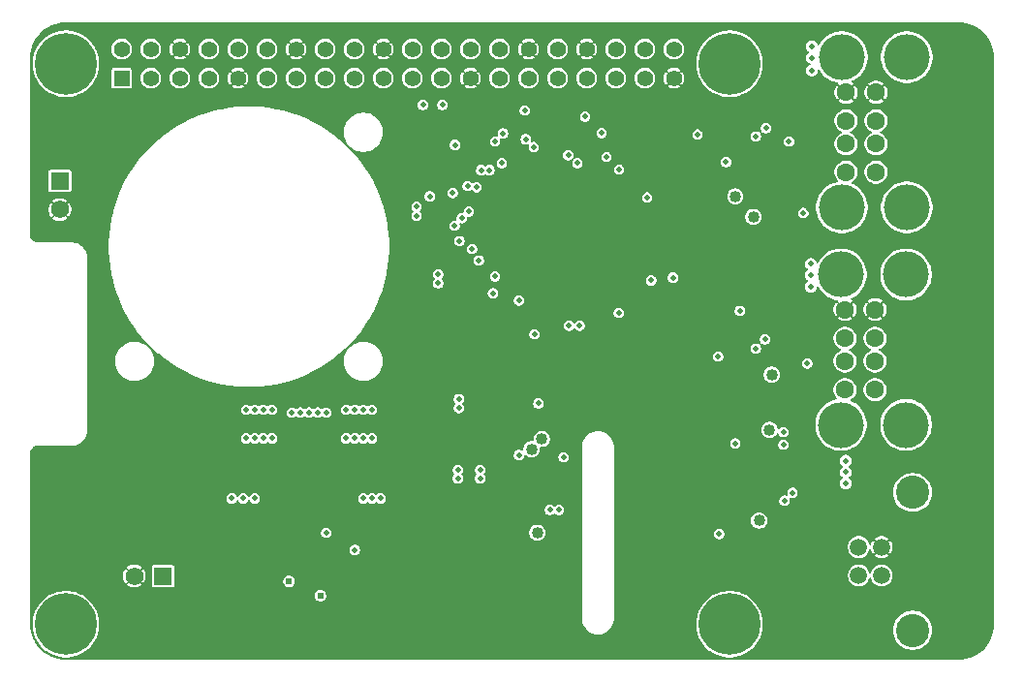
<source format=gbr>
%TF.GenerationSoftware,KiCad,Pcbnew,9.0.0*%
%TF.CreationDate,2025-04-20T18:30:44-05:00*%
%TF.ProjectId,1026 RPi Power Hat,31303236-2052-4506-9920-506f77657220,1*%
%TF.SameCoordinates,PX5f5e100PY8f0d180*%
%TF.FileFunction,Copper,L2,Inr*%
%TF.FilePolarity,Positive*%
%FSLAX46Y46*%
G04 Gerber Fmt 4.6, Leading zero omitted, Abs format (unit mm)*
G04 Created by KiCad (PCBNEW 9.0.0) date 2025-04-20 18:30:44*
%MOMM*%
%LPD*%
G01*
G04 APERTURE LIST*
%TA.AperFunction,ComponentPad*%
%ADD10C,1.500000*%
%TD*%
%TA.AperFunction,ComponentPad*%
%ADD11C,2.900000*%
%TD*%
%TA.AperFunction,ComponentPad*%
%ADD12C,5.400000*%
%TD*%
%TA.AperFunction,ComponentPad*%
%ADD13C,1.600000*%
%TD*%
%TA.AperFunction,ComponentPad*%
%ADD14C,4.000000*%
%TD*%
%TA.AperFunction,ComponentPad*%
%ADD15R,1.575000X1.575000*%
%TD*%
%TA.AperFunction,ComponentPad*%
%ADD16C,1.575000*%
%TD*%
%TA.AperFunction,ComponentPad*%
%ADD17R,1.390000X1.390000*%
%TD*%
%TA.AperFunction,ComponentPad*%
%ADD18C,1.390000*%
%TD*%
%TA.AperFunction,ViaPad*%
%ADD19C,0.508000*%
%TD*%
%TA.AperFunction,ViaPad*%
%ADD20C,1.016000*%
%TD*%
%TA.AperFunction,ViaPad*%
%ADD21C,0.609600*%
%TD*%
G04 APERTURE END LIST*
D10*
%TO.N,/USB Hub/USB_Vbus*%
%TO.C,J4*%
X72790000Y10250000D03*
%TO.N,/USB ESD Protection/USB_UP_UF-*%
X72790000Y7750000D03*
%TO.N,/USB ESD Protection/USB_UP_UF+*%
X74790000Y7750000D03*
%TO.N,GND*%
X74790000Y10250000D03*
D11*
%TO.N,GNDCHASS*%
X77500000Y2980000D03*
X77500000Y15020000D03*
%TD*%
D12*
%TO.N,N/C*%
%TO.C,H4*%
X61500000Y52500000D03*
%TD*%
%TO.N,N/C*%
%TO.C,H3*%
X61500000Y3500000D03*
%TD*%
%TO.N,N/C*%
%TO.C,H2*%
X3500000Y52500000D03*
%TD*%
%TO.N,N/C*%
%TO.C,H1*%
X3500000Y3500000D03*
%TD*%
D13*
%TO.N,/USB ESD Protection/USB_VBUS_D3*%
%TO.C,J6*%
X71670000Y43000000D03*
%TO.N,/USB ESD Protection/USB_VBUS_D4*%
X74290000Y43000000D03*
%TO.N,/USB ESD Protection/USB_DS3_UF-*%
X71670000Y45500000D03*
%TO.N,/USB ESD Protection/USB_DS4_UF-*%
X74290000Y45500000D03*
%TO.N,/USB ESD Protection/USB_DS3_UF+*%
X71670000Y47500000D03*
%TO.N,/USB ESD Protection/USB_DS4_UF+*%
X74290000Y47500000D03*
%TO.N,GND*%
X71670000Y50000000D03*
X74290000Y50000000D03*
D14*
%TO.N,GNDCHASS*%
X77000000Y39930000D03*
X77000000Y53070000D03*
X71320000Y39930000D03*
X71320000Y53070000D03*
%TD*%
D13*
%TO.N,/USB ESD Protection/USB_VBUS_D1*%
%TO.C,J5*%
X71595300Y24000000D03*
%TO.N,/USB ESD Protection/USB_VBUS_D2*%
X74215300Y24000000D03*
%TO.N,/USB ESD Protection/USB_DS1_UF-*%
X71595300Y26500000D03*
%TO.N,/USB ESD Protection/USB_DS2_UF-*%
X74215300Y26500000D03*
%TO.N,/USB ESD Protection/USB_DS1_UF+*%
X71595300Y28500000D03*
%TO.N,/USB ESD Protection/USB_DS2_UF+*%
X74215300Y28500000D03*
%TO.N,GND*%
X71595300Y31000000D03*
X74215300Y31000000D03*
D14*
%TO.N,GNDCHASS*%
X76925300Y20930000D03*
X76925300Y34070000D03*
X71245300Y20930000D03*
X71245300Y34070000D03*
%TD*%
D15*
%TO.N,/5V Regulator/5V*%
%TO.C,J2*%
X2975000Y42250000D03*
D16*
%TO.N,GND*%
X2975000Y39750000D03*
%TD*%
D15*
%TO.N,/Power Input/Vin*%
%TO.C,J1*%
X11987500Y7719250D03*
D16*
%TO.N,GND*%
X9487500Y7719250D03*
%TD*%
D17*
%TO.N,unconnected-(J3-Pad01)*%
%TO.C,J3*%
X8370000Y51230000D03*
D18*
%TO.N,/5V Regulator/5V*%
X8370000Y53770000D03*
%TO.N,unconnected-(J3-Pad03)*%
X10910000Y51230000D03*
%TO.N,/5V Regulator/5V*%
X10910000Y53770000D03*
%TO.N,unconnected-(J3-Pad05)*%
X13450000Y51230000D03*
%TO.N,GND*%
X13450000Y53770000D03*
%TO.N,unconnected-(J3-Pad07)*%
X15990000Y51230000D03*
%TO.N,unconnected-(J3-Pad08)*%
X15990000Y53770000D03*
%TO.N,GND*%
X18530000Y51230000D03*
%TO.N,unconnected-(J3-Pad10)*%
X18530000Y53770000D03*
%TO.N,unconnected-(J3-Pad11)*%
X21070000Y51230000D03*
%TO.N,unconnected-(J3-Pad12)*%
X21070000Y53770000D03*
%TO.N,unconnected-(J3-Pad13)*%
X23610000Y51230000D03*
%TO.N,GND*%
X23610000Y53770000D03*
%TO.N,unconnected-(J3-Pad15)*%
X26150000Y51230000D03*
%TO.N,unconnected-(J3-Pad16)*%
X26150000Y53770000D03*
%TO.N,unconnected-(J3-Pad17)*%
X28690000Y51230000D03*
%TO.N,unconnected-(J3-Pad18)*%
X28690000Y53770000D03*
%TO.N,unconnected-(J3-Pad19)*%
X31230000Y51230000D03*
%TO.N,GND*%
X31230000Y53770000D03*
%TO.N,unconnected-(J3-Pad21)*%
X33770000Y51230000D03*
%TO.N,unconnected-(J3-Pad22)*%
X33770000Y53770000D03*
%TO.N,unconnected-(J3-Pad23)*%
X36310000Y51230000D03*
%TO.N,unconnected-(J3-Pad24)*%
X36310000Y53770000D03*
%TO.N,GND*%
X38850000Y51230000D03*
%TO.N,unconnected-(J3-Pad26)*%
X38850000Y53770000D03*
%TO.N,/Fan / Header / GPIO / EEPROM/I2C_SD*%
X41390000Y51230000D03*
%TO.N,/Fan / Header / GPIO / EEPROM/I2C_SC*%
X41390000Y53770000D03*
%TO.N,unconnected-(J3-Pad29)*%
X43930000Y51230000D03*
%TO.N,GND*%
X43930000Y53770000D03*
%TO.N,unconnected-(J3-Pad31)*%
X46470000Y51230000D03*
%TO.N,unconnected-(J3-Pad32)*%
X46470000Y53770000D03*
%TO.N,unconnected-(J3-Pad33)*%
X49010000Y51230000D03*
%TO.N,GND*%
X49010000Y53770000D03*
%TO.N,unconnected-(J3-Pad35)*%
X51550000Y51230000D03*
%TO.N,unconnected-(J3-Pad36)*%
X51550000Y53770000D03*
%TO.N,unconnected-(J3-Pad37)*%
X54090000Y51230000D03*
%TO.N,unconnected-(J3-Pad38)*%
X54090000Y53770000D03*
%TO.N,GND*%
X56630000Y51230000D03*
%TO.N,unconnected-(J3-Pad40)*%
X56630000Y53770000D03*
%TD*%
D19*
%TO.N,GND*%
X66100000Y51900000D03*
D20*
%TO.N,/USB Power Control/USB_VBUS_D4_UF*%
X45100000Y19700000D03*
D19*
%TO.N,/USB ESD Protection/USB_VBUS_D3*%
X67944285Y39444644D03*
%TO.N,/USB ESD Protection/USB_VBUS_D4*%
X66700000Y45700000D03*
%TO.N,/USB ESD Protection/USB_VBUS_D1*%
X66199329Y20290605D03*
%TO.N,/USB ESD Protection/USB_VBUS_D2*%
X68300000Y26300000D03*
%TO.N,/5V Regulator/5V*%
X60600000Y11400000D03*
%TO.N,GND*%
X58800000Y9000000D03*
X58700000Y28000000D03*
X60700000Y29200000D03*
%TO.N,/USB ESD Protection/USB_VBUS_D1*%
X60500000Y26900000D03*
%TO.N,GND*%
X64200000Y27000000D03*
X64200000Y29000000D03*
%TO.N,/USB ESD Protection/USB_DS1_UF+*%
X63800000Y27600000D03*
X64600000Y28400000D03*
%TO.N,GND*%
X66505600Y26600000D03*
%TO.N,/USB ESD Protection/USB_VBUS_D2*%
X62398523Y30902808D03*
%TO.N,GND*%
X60993442Y32245869D03*
%TO.N,/USB ESD Protection/USB_VBUS_D3*%
X61197223Y43902208D03*
%TO.N,GND*%
X59854557Y45245443D03*
X56300000Y42800000D03*
%TO.N,/USB ESD Protection/USB_VBUS_D4*%
X58697223Y46302208D03*
%TO.N,GND*%
X57297284Y47646113D03*
X64200000Y45500000D03*
X32500000Y37500000D03*
X32500000Y38500000D03*
X39250000Y32000000D03*
X57900000Y29100000D03*
X15750000Y21750000D03*
X18750000Y6000000D03*
X17500000Y6000000D03*
X16250000Y6000000D03*
X64200000Y47400000D03*
X66100000Y54000000D03*
X66100000Y53000000D03*
X66600000Y44900000D03*
X67500000Y40000000D03*
X69500000Y11250000D03*
X68700000Y15800000D03*
X68700000Y16800000D03*
X62250000Y14750000D03*
X62250000Y16250000D03*
X62250000Y18500000D03*
X68700000Y17800000D03*
X66250000Y21000000D03*
X66500000Y25750000D03*
X63400000Y24250000D03*
X56500000Y19750000D03*
X56500000Y23000000D03*
X56500000Y26500000D03*
X66100000Y33000000D03*
X66100000Y34000000D03*
X66100000Y35000000D03*
X66250000Y37500000D03*
X60750000Y37750000D03*
X56000000Y37750000D03*
X62500000Y42900000D03*
X53000000Y45500000D03*
X45500000Y47750000D03*
X36000000Y46250000D03*
X35000000Y45250000D03*
X33250000Y46000000D03*
X49250000Y29500000D03*
X49000000Y42250000D03*
X54250000Y37000000D03*
X41500000Y37000000D03*
X33000000Y35250000D03*
X33000000Y36250000D03*
X37000000Y32750000D03*
X39750000Y30000000D03*
X36000000Y27750000D03*
X42250000Y29500000D03*
X44000000Y26750000D03*
X45750000Y22250000D03*
X42500000Y15250000D03*
X42500000Y17250000D03*
X47750000Y15750000D03*
X43500000Y12500000D03*
X36500000Y25000000D03*
X32000000Y21000000D03*
X38000000Y20250000D03*
X36250000Y18750000D03*
X37750000Y15250000D03*
X32250000Y15250000D03*
X31000000Y17500000D03*
X31000000Y18500000D03*
X30000000Y10250000D03*
X27750000Y8750000D03*
X25000000Y8000000D03*
X21000000Y9750000D03*
X18750000Y17500000D03*
X18750000Y18500000D03*
X11000000Y11750000D03*
X5500000Y17500000D03*
X9250000Y19250000D03*
X9250000Y20750000D03*
D20*
%TO.N,/USB Power Control/USB_VBUS_D2_UF*%
X65000000Y20500000D03*
X65205000Y25320000D03*
%TO.N,/USB Power Control/USB_VBUS_D4_UF*%
X62000000Y40900000D03*
%TO.N,/USB Power Control/USB_VBUS_D3_UF*%
X63600000Y39100000D03*
%TO.N,/5V Regulator/5V*%
X44700000Y11500000D03*
X64080000Y12580000D03*
D21*
X23000000Y7250000D03*
X25750000Y6000000D03*
D19*
%TO.N,/5V Regulator/24V*%
X30250000Y14500000D03*
X18000000Y14500000D03*
X20000000Y14500000D03*
X19000000Y14500000D03*
X29500000Y14500000D03*
X31000000Y14500000D03*
%TO.N,/5V Regulator/5V*%
X20750000Y22250000D03*
X24000000Y22000000D03*
X20750000Y19750000D03*
X24750000Y22000000D03*
X28000000Y22250000D03*
X30250000Y22250000D03*
X30250000Y19750000D03*
X28750000Y22250000D03*
X23250000Y22000000D03*
X28750000Y19750000D03*
X25500000Y22000000D03*
X21500000Y19750000D03*
X26250000Y22000000D03*
X29500000Y19750000D03*
X29500000Y22250000D03*
X20000000Y22250000D03*
X19250000Y19750000D03*
X21500000Y22250000D03*
X19250000Y22250000D03*
X20000000Y19750000D03*
X28000000Y19750000D03*
%TO.N,/5V Regulator/Pgood*%
X26250000Y11500000D03*
X28750000Y10000000D03*
%TO.N,GND*%
X22400000Y16100000D03*
X24000000Y14500000D03*
X25500000Y13500000D03*
X24000000Y13500000D03*
X27100000Y16000000D03*
X25500000Y14500000D03*
X27000000Y11700000D03*
X41100000Y44400000D03*
%TO.N,/Linear Regulators/1V1*%
X36050000Y34100000D03*
X37850000Y23200000D03*
X37850000Y22400000D03*
X36050000Y33300000D03*
%TO.N,GNDCHASS*%
X71650000Y15800000D03*
X68600000Y35000000D03*
X71650000Y16800000D03*
X68600000Y33000000D03*
X68700000Y54000000D03*
X68700000Y53000000D03*
X68600000Y34000000D03*
X68700000Y51900000D03*
X71650000Y17800000D03*
%TO.N,/USB Hub/3V3_Filt*%
X37475000Y38325000D03*
X40823109Y32423109D03*
X44450000Y28850000D03*
X56550000Y33800000D03*
X37300000Y41200000D03*
X38725000Y39575000D03*
X41700000Y46400000D03*
X43600000Y48400000D03*
X44400000Y45200000D03*
X48876891Y47876891D03*
X38100000Y39000000D03*
X50326891Y46426891D03*
X41000000Y45700000D03*
%TO.N,/USB Hub/1V1_Filt*%
X54650000Y33550000D03*
X39000000Y36300000D03*
X37900000Y37000000D03*
X51850000Y43250000D03*
X43100000Y31800000D03*
X50750000Y44350000D03*
X39600000Y35300000D03*
X41000000Y33900000D03*
X54300000Y40800000D03*
X51812563Y30712563D03*
%TO.N,/USB Hub/USB_Vbus*%
X35300000Y40900000D03*
%TO.N,/USB ESD Protection/USB_DS3_UF+*%
X63800000Y46144400D03*
X64683177Y46855600D03*
%TO.N,/USB Hub/USB_BATEN1*%
X66300000Y14300000D03*
X41600000Y43800000D03*
%TO.N,/USB Hub/USB_BATEN2*%
X43700000Y45900000D03*
X67000000Y15000000D03*
%TO.N,/USB Hub/USB_BATEN3*%
X47400000Y44500000D03*
X47482600Y29600000D03*
X45800000Y13500000D03*
%TO.N,/USB Hub/USB_BATEN4*%
X48400000Y29600000D03*
X46600000Y13500000D03*
X48200000Y43800000D03*
%TO.N,/USB Hub/USB_OVCR2*%
X66200000Y19200000D03*
X38601903Y41801903D03*
%TO.N,/USB Hub/USB_OVCR1*%
X62000000Y19300000D03*
X39405457Y41705457D03*
%TO.N,/USB Hub/USB_OVCR3*%
X43100000Y18300000D03*
X39800000Y43200000D03*
%TO.N,/USB Hub/USB_OVCR4*%
X47000000Y18100000D03*
X40516400Y43200000D03*
%TO.N,/Fan / Header / GPIO / EEPROM/3V3*%
X36400000Y48900000D03*
X37750000Y17000000D03*
X37750000Y16250000D03*
X34150000Y39200000D03*
X34150000Y40000000D03*
X44800000Y22800000D03*
X34700000Y48900000D03*
X39700000Y16250000D03*
X39700000Y17000000D03*
X37500000Y45400000D03*
D20*
%TO.N,/USB Power Control/USB_VBUS_D3_UF*%
X44200000Y18800000D03*
%TD*%
%TA.AperFunction,Conductor*%
%TO.N,GND*%
G36*
X81501964Y56118397D02*
G01*
X81529645Y56116947D01*
X81822051Y56101623D01*
X81829851Y56100803D01*
X82144490Y56050968D01*
X82152161Y56049338D01*
X82459871Y55966888D01*
X82467350Y55964457D01*
X82764730Y55850304D01*
X82771907Y55847109D01*
X83055739Y55702489D01*
X83062556Y55698553D01*
X83329705Y55525064D01*
X83336073Y55520437D01*
X83583624Y55319975D01*
X83589473Y55314708D01*
X83814707Y55089474D01*
X83819974Y55083625D01*
X84020436Y54836074D01*
X84025063Y54829706D01*
X84198552Y54562557D01*
X84202488Y54555740D01*
X84347105Y54271915D01*
X84350306Y54264724D01*
X84464455Y53967354D01*
X84466888Y53959868D01*
X84549334Y53652176D01*
X84550970Y53644477D01*
X84600800Y53329867D01*
X84601623Y53322039D01*
X84618397Y53001966D01*
X84618500Y52998030D01*
X84618500Y3501971D01*
X84618397Y3498035D01*
X84601623Y3177962D01*
X84600800Y3170134D01*
X84550970Y2855524D01*
X84549334Y2847825D01*
X84466888Y2540133D01*
X84464455Y2532647D01*
X84350306Y2235277D01*
X84347105Y2228086D01*
X84202488Y1944261D01*
X84198552Y1937444D01*
X84025063Y1670295D01*
X84020436Y1663927D01*
X83819974Y1416376D01*
X83814707Y1410527D01*
X83589473Y1185293D01*
X83583624Y1180026D01*
X83336073Y979564D01*
X83329705Y974937D01*
X83062556Y801448D01*
X83055739Y797512D01*
X82771914Y652895D01*
X82764723Y649694D01*
X82467353Y535545D01*
X82459867Y533112D01*
X82152175Y450666D01*
X82144476Y449030D01*
X81829866Y399200D01*
X81822038Y398377D01*
X81501965Y381603D01*
X81498029Y381500D01*
X3501971Y381500D01*
X3498035Y381603D01*
X3177961Y398377D01*
X3170133Y399200D01*
X2855523Y449030D01*
X2847824Y450666D01*
X2540132Y533112D01*
X2532646Y535545D01*
X2235276Y649694D01*
X2228085Y652895D01*
X1944260Y797512D01*
X1937443Y801448D01*
X1670294Y974937D01*
X1663926Y979564D01*
X1416375Y1180026D01*
X1410526Y1185293D01*
X1185292Y1410527D01*
X1180025Y1416376D01*
X979563Y1663927D01*
X974936Y1670295D01*
X801447Y1937444D01*
X797511Y1944261D01*
X753317Y2030997D01*
X652891Y2228093D01*
X649693Y2235277D01*
X591431Y2387055D01*
X535543Y2532650D01*
X533111Y2540133D01*
X450662Y2847839D01*
X449032Y2855510D01*
X399197Y3170149D01*
X398377Y3177949D01*
X383053Y3470355D01*
X381603Y3498036D01*
X381500Y3501971D01*
X381500Y3663068D01*
X596300Y3663068D01*
X596300Y3336932D01*
X598969Y3313245D01*
X627375Y3061131D01*
X632816Y3012846D01*
X705388Y2694886D01*
X705389Y2694883D01*
X705389Y2694882D01*
X813102Y2387055D01*
X813104Y2387051D01*
X954610Y2093212D01*
X1114692Y1838444D01*
X1128128Y1817061D01*
X1331470Y1562078D01*
X1562077Y1331471D01*
X1745379Y1185293D01*
X1817065Y1128125D01*
X2093212Y954610D01*
X2387051Y813104D01*
X2694886Y705388D01*
X3012846Y632816D01*
X3336932Y596300D01*
X3336934Y596300D01*
X3663066Y596300D01*
X3663068Y596300D01*
X3987154Y632816D01*
X4305114Y705388D01*
X4612949Y813104D01*
X4906788Y954610D01*
X5182935Y1128125D01*
X5437919Y1331468D01*
X5668532Y1562081D01*
X5871875Y1817065D01*
X6045390Y2093212D01*
X6186896Y2387051D01*
X6294612Y2694886D01*
X6367184Y3012846D01*
X6403700Y3336932D01*
X6403700Y3663068D01*
X6367184Y3987154D01*
X6294612Y4305114D01*
X6186896Y4612949D01*
X6045390Y4906788D01*
X5871875Y5182935D01*
X5668532Y5437919D01*
X5668529Y5437923D01*
X5437922Y5668530D01*
X5182939Y5871872D01*
X5182937Y5871873D01*
X5182935Y5871875D01*
X4906788Y6045390D01*
X4862029Y6066945D01*
X25241500Y6066945D01*
X25241500Y5933055D01*
X25257893Y5871875D01*
X25276153Y5803726D01*
X25343100Y5687772D01*
X25437771Y5593101D01*
X25437773Y5593100D01*
X25437774Y5593099D01*
X25553726Y5526153D01*
X25683055Y5491500D01*
X25683058Y5491500D01*
X25816942Y5491500D01*
X25816945Y5491500D01*
X25946274Y5526153D01*
X26062226Y5593099D01*
X26062228Y5593101D01*
X26062229Y5593101D01*
X26156899Y5687771D01*
X26156899Y5687772D01*
X26156901Y5687774D01*
X26223847Y5803726D01*
X26258500Y5933055D01*
X26258500Y6066945D01*
X26223847Y6196274D01*
X26156901Y6312226D01*
X26156900Y6312227D01*
X26156899Y6312229D01*
X26062228Y6406900D01*
X25946274Y6473847D01*
X25816945Y6508500D01*
X25683055Y6508500D01*
X25586058Y6482511D01*
X25553725Y6473847D01*
X25437771Y6406900D01*
X25437771Y6406899D01*
X25343101Y6312229D01*
X25343100Y6312229D01*
X25276153Y6196275D01*
X25276153Y6196274D01*
X25241500Y6066945D01*
X4862029Y6066945D01*
X4612949Y6186896D01*
X4612945Y6186898D01*
X4305117Y6294611D01*
X4305116Y6294612D01*
X4305114Y6294612D01*
X3987154Y6367184D01*
X3987150Y6367185D01*
X3987148Y6367185D01*
X3796017Y6388721D01*
X3663068Y6403700D01*
X3336932Y6403700D01*
X3226611Y6391270D01*
X3012851Y6367185D01*
X3012847Y6367185D01*
X3012846Y6367184D01*
X2694886Y6294612D01*
X2694882Y6294611D01*
X2694881Y6294611D01*
X2387054Y6186898D01*
X2093214Y6045391D01*
X1817060Y5871872D01*
X1562077Y5668530D01*
X1331470Y5437923D01*
X1128128Y5182940D01*
X954609Y4906786D01*
X813102Y4612946D01*
X705389Y4305119D01*
X705389Y4305118D01*
X705388Y4305114D01*
X660003Y4106266D01*
X632815Y3987149D01*
X617586Y3851983D01*
X596300Y3663068D01*
X381500Y3663068D01*
X381500Y7816826D01*
X8496800Y7816826D01*
X8496800Y7621675D01*
X8534872Y7430271D01*
X8534873Y7430270D01*
X8609552Y7249979D01*
X8717975Y7087713D01*
X8717977Y7087710D01*
X8733086Y7072601D01*
X8733088Y7072601D01*
X9063729Y7403243D01*
X9067396Y7396893D01*
X9165143Y7299146D01*
X9171491Y7295481D01*
X8840850Y6964839D01*
X8840850Y6964837D01*
X8855959Y6949728D01*
X8855962Y6949726D01*
X9018228Y6841303D01*
X9198519Y6766624D01*
X9198520Y6766623D01*
X9389924Y6728550D01*
X9585076Y6728550D01*
X9776479Y6766623D01*
X9776480Y6766624D01*
X9956771Y6841303D01*
X10119035Y6949724D01*
X10134148Y6964838D01*
X10134148Y6964839D01*
X9803507Y7295481D01*
X9809857Y7299146D01*
X9907604Y7396893D01*
X9911270Y7403243D01*
X10241911Y7072602D01*
X10241912Y7072602D01*
X10257026Y7087715D01*
X10365447Y7249979D01*
X10440126Y7430270D01*
X10440127Y7430271D01*
X10478200Y7621675D01*
X10478200Y7816826D01*
X10440127Y8008230D01*
X10440126Y8008231D01*
X10365447Y8188522D01*
X10257024Y8350788D01*
X10257022Y8350791D01*
X10241913Y8365900D01*
X10241911Y8365900D01*
X9911269Y8035259D01*
X9907604Y8041607D01*
X9809857Y8139354D01*
X9803507Y8143021D01*
X10134149Y8473662D01*
X10134149Y8473664D01*
X10119040Y8488773D01*
X10119037Y8488775D01*
X10062106Y8526815D01*
X10996300Y8526815D01*
X10996300Y6911686D01*
X11008119Y6852271D01*
X11008120Y6852267D01*
X11053139Y6784890D01*
X11120516Y6739871D01*
X11120517Y6739871D01*
X11120520Y6739869D01*
X11179936Y6728050D01*
X12795064Y6728050D01*
X12854480Y6739869D01*
X12921860Y6784890D01*
X12966881Y6852270D01*
X12978700Y6911686D01*
X12978700Y7316945D01*
X22491500Y7316945D01*
X22491500Y7183055D01*
X22517047Y7087710D01*
X22526153Y7053726D01*
X22593100Y6937772D01*
X22687771Y6843101D01*
X22687773Y6843100D01*
X22687774Y6843099D01*
X22803726Y6776153D01*
X22933055Y6741500D01*
X22933058Y6741500D01*
X23066942Y6741500D01*
X23066945Y6741500D01*
X23196274Y6776153D01*
X23312226Y6843099D01*
X23312228Y6843101D01*
X23312229Y6843101D01*
X23406899Y6937771D01*
X23406899Y6937772D01*
X23406901Y6937774D01*
X23473847Y7053726D01*
X23508500Y7183055D01*
X23508500Y7316945D01*
X23473847Y7446274D01*
X23406901Y7562226D01*
X23406900Y7562227D01*
X23406899Y7562229D01*
X23312228Y7656900D01*
X23196274Y7723847D01*
X23066945Y7758500D01*
X22933055Y7758500D01*
X22836058Y7732511D01*
X22803725Y7723847D01*
X22687771Y7656900D01*
X22687771Y7656899D01*
X22593101Y7562229D01*
X22593100Y7562229D01*
X22526153Y7446275D01*
X22526153Y7446274D01*
X22491500Y7316945D01*
X12978700Y7316945D01*
X12978700Y8526814D01*
X12966881Y8586230D01*
X12966879Y8586233D01*
X12966879Y8586234D01*
X12921860Y8653611D01*
X12854483Y8698630D01*
X12854480Y8698631D01*
X12795064Y8710450D01*
X11179936Y8710450D01*
X11120520Y8698631D01*
X11120516Y8698630D01*
X11053139Y8653611D01*
X11008120Y8586234D01*
X11008119Y8586230D01*
X10996300Y8526815D01*
X10062106Y8526815D01*
X9956771Y8597198D01*
X9776480Y8671877D01*
X9776479Y8671878D01*
X9585076Y8709950D01*
X9389924Y8709950D01*
X9198520Y8671878D01*
X9198519Y8671877D01*
X9018224Y8597196D01*
X8855966Y8488779D01*
X8840850Y8473663D01*
X8840849Y8473663D01*
X9171492Y8143020D01*
X9165143Y8139354D01*
X9067396Y8041607D01*
X9063730Y8035258D01*
X8733087Y8365901D01*
X8733087Y8365900D01*
X8717971Y8350784D01*
X8609554Y8188526D01*
X8534873Y8008231D01*
X8534872Y8008230D01*
X8496800Y7816826D01*
X381500Y7816826D01*
X381500Y10060257D01*
X28292300Y10060257D01*
X28292300Y9939743D01*
X28307797Y9881909D01*
X28323492Y9823334D01*
X28383748Y9718968D01*
X28383752Y9718962D01*
X28468961Y9633753D01*
X28468964Y9633751D01*
X28468966Y9633749D01*
X28573335Y9573492D01*
X28689743Y9542300D01*
X28689745Y9542300D01*
X28810255Y9542300D01*
X28810257Y9542300D01*
X28926665Y9573492D01*
X29031034Y9633749D01*
X29116251Y9718966D01*
X29176508Y9823335D01*
X29207700Y9939743D01*
X29207700Y10060257D01*
X29176508Y10176665D01*
X29116251Y10281034D01*
X29116249Y10281036D01*
X29116247Y10281039D01*
X29031038Y10366248D01*
X29031032Y10366252D01*
X28926666Y10426508D01*
X28880758Y10438809D01*
X28810257Y10457700D01*
X28689743Y10457700D01*
X28631539Y10442104D01*
X28573333Y10426508D01*
X28468967Y10366252D01*
X28468961Y10366248D01*
X28383752Y10281039D01*
X28383748Y10281033D01*
X28323492Y10176667D01*
X28317986Y10156118D01*
X28292300Y10060257D01*
X381500Y10060257D01*
X381500Y11560257D01*
X25792300Y11560257D01*
X25792300Y11439743D01*
X25813094Y11362138D01*
X25823492Y11323334D01*
X25883748Y11218968D01*
X25883752Y11218962D01*
X25968961Y11133753D01*
X25968964Y11133751D01*
X25968966Y11133749D01*
X26073335Y11073492D01*
X26189743Y11042300D01*
X26189745Y11042300D01*
X26310255Y11042300D01*
X26310257Y11042300D01*
X26426665Y11073492D01*
X26531034Y11133749D01*
X26616251Y11218966D01*
X26676508Y11323335D01*
X26707700Y11439743D01*
X26707700Y11560257D01*
X26705063Y11570097D01*
X43988300Y11570097D01*
X43988300Y11429904D01*
X44015650Y11292404D01*
X44069298Y11162885D01*
X44069299Y11162883D01*
X44147186Y11046317D01*
X44147188Y11046315D01*
X44147190Y11046312D01*
X44246311Y10947191D01*
X44246314Y10947189D01*
X44246317Y10947186D01*
X44362883Y10869299D01*
X44492405Y10815650D01*
X44595761Y10795092D01*
X44629903Y10788300D01*
X44629904Y10788300D01*
X44770097Y10788300D01*
X44797447Y10793741D01*
X44907595Y10815650D01*
X45037117Y10869299D01*
X45153683Y10947186D01*
X45252814Y11046317D01*
X45330701Y11162883D01*
X45384350Y11292405D01*
X45411700Y11429904D01*
X45411700Y11570096D01*
X45410393Y11576665D01*
X45390502Y11676665D01*
X45384350Y11707595D01*
X45330701Y11837117D01*
X45252814Y11953683D01*
X45252811Y11953686D01*
X45252809Y11953689D01*
X45153688Y12052810D01*
X45153685Y12052812D01*
X45153683Y12052814D01*
X45037117Y12130701D01*
X44907595Y12184350D01*
X44907596Y12184350D01*
X44770097Y12211700D01*
X44770096Y12211700D01*
X44629904Y12211700D01*
X44629903Y12211700D01*
X44492403Y12184350D01*
X44362884Y12130702D01*
X44246314Y12052812D01*
X44246311Y12052810D01*
X44147190Y11953689D01*
X44147188Y11953686D01*
X44069298Y11837116D01*
X44015650Y11707597D01*
X43988300Y11570097D01*
X26705063Y11570097D01*
X26676508Y11676665D01*
X26616251Y11781034D01*
X26616249Y11781036D01*
X26616247Y11781039D01*
X26531038Y11866248D01*
X26531032Y11866252D01*
X26426666Y11926508D01*
X26387862Y11936906D01*
X26310257Y11957700D01*
X26189743Y11957700D01*
X26131539Y11942104D01*
X26073333Y11926508D01*
X25968967Y11866252D01*
X25968961Y11866248D01*
X25883752Y11781039D01*
X25883748Y11781033D01*
X25823492Y11676667D01*
X25802697Y11599060D01*
X25792300Y11560257D01*
X381500Y11560257D01*
X381500Y13560257D01*
X45342300Y13560257D01*
X45342300Y13439743D01*
X45352280Y13402497D01*
X45373492Y13323334D01*
X45433748Y13218968D01*
X45433752Y13218962D01*
X45518961Y13133753D01*
X45518964Y13133751D01*
X45518966Y13133749D01*
X45623335Y13073492D01*
X45739743Y13042300D01*
X45739745Y13042300D01*
X45860255Y13042300D01*
X45860257Y13042300D01*
X45976665Y13073492D01*
X46081034Y13133749D01*
X46081038Y13133753D01*
X46146826Y13199540D01*
X46193446Y13221280D01*
X46243133Y13207966D01*
X46253174Y13199540D01*
X46318961Y13133753D01*
X46318964Y13133751D01*
X46318966Y13133749D01*
X46423335Y13073492D01*
X46539743Y13042300D01*
X46539745Y13042300D01*
X46660255Y13042300D01*
X46660257Y13042300D01*
X46776665Y13073492D01*
X46881034Y13133749D01*
X46966251Y13218966D01*
X47026508Y13323335D01*
X47057700Y13439743D01*
X47057700Y13560257D01*
X47026508Y13676665D01*
X46966251Y13781034D01*
X46966249Y13781036D01*
X46966247Y13781039D01*
X46881038Y13866248D01*
X46881032Y13866252D01*
X46776666Y13926508D01*
X46737862Y13936906D01*
X46660257Y13957700D01*
X46539743Y13957700D01*
X46481539Y13942104D01*
X46423333Y13926508D01*
X46318967Y13866252D01*
X46318961Y13866248D01*
X46253174Y13800460D01*
X46206554Y13778720D01*
X46156867Y13792034D01*
X46146826Y13800460D01*
X46081038Y13866248D01*
X46081032Y13866252D01*
X45976666Y13926508D01*
X45937862Y13936906D01*
X45860257Y13957700D01*
X45739743Y13957700D01*
X45681539Y13942104D01*
X45623333Y13926508D01*
X45518967Y13866252D01*
X45518961Y13866248D01*
X45433752Y13781039D01*
X45433748Y13781033D01*
X45373492Y13676667D01*
X45352875Y13599721D01*
X45342300Y13560257D01*
X381500Y13560257D01*
X381500Y14560257D01*
X17542300Y14560257D01*
X17542300Y14439743D01*
X17557779Y14381975D01*
X17573492Y14323334D01*
X17633748Y14218968D01*
X17633752Y14218962D01*
X17718961Y14133753D01*
X17718964Y14133751D01*
X17718966Y14133749D01*
X17823335Y14073492D01*
X17939743Y14042300D01*
X17939745Y14042300D01*
X18060255Y14042300D01*
X18060257Y14042300D01*
X18176665Y14073492D01*
X18281034Y14133749D01*
X18366251Y14218966D01*
X18426508Y14323335D01*
X18427362Y14326524D01*
X18456866Y14368660D01*
X18506552Y14381975D01*
X18553173Y14360237D01*
X18572638Y14326523D01*
X18573492Y14323334D01*
X18633748Y14218968D01*
X18633752Y14218962D01*
X18718961Y14133753D01*
X18718964Y14133751D01*
X18718966Y14133749D01*
X18823335Y14073492D01*
X18939743Y14042300D01*
X18939745Y14042300D01*
X19060255Y14042300D01*
X19060257Y14042300D01*
X19176665Y14073492D01*
X19281034Y14133749D01*
X19366251Y14218966D01*
X19426508Y14323335D01*
X19427362Y14326524D01*
X19456866Y14368660D01*
X19506552Y14381975D01*
X19553173Y14360237D01*
X19572638Y14326523D01*
X19573492Y14323334D01*
X19633748Y14218968D01*
X19633752Y14218962D01*
X19718961Y14133753D01*
X19718964Y14133751D01*
X19718966Y14133749D01*
X19823335Y14073492D01*
X19939743Y14042300D01*
X19939745Y14042300D01*
X20060255Y14042300D01*
X20060257Y14042300D01*
X20176665Y14073492D01*
X20281034Y14133749D01*
X20366251Y14218966D01*
X20426508Y14323335D01*
X20457700Y14439743D01*
X20457700Y14560257D01*
X29042300Y14560257D01*
X29042300Y14439743D01*
X29057779Y14381975D01*
X29073492Y14323334D01*
X29133748Y14218968D01*
X29133752Y14218962D01*
X29218961Y14133753D01*
X29218964Y14133751D01*
X29218966Y14133749D01*
X29323335Y14073492D01*
X29439743Y14042300D01*
X29439745Y14042300D01*
X29560255Y14042300D01*
X29560257Y14042300D01*
X29676665Y14073492D01*
X29781034Y14133749D01*
X29781038Y14133753D01*
X29821826Y14174540D01*
X29868446Y14196280D01*
X29918133Y14182966D01*
X29928174Y14174540D01*
X29968961Y14133753D01*
X29968964Y14133751D01*
X29968966Y14133749D01*
X30073335Y14073492D01*
X30189743Y14042300D01*
X30189745Y14042300D01*
X30310255Y14042300D01*
X30310257Y14042300D01*
X30426665Y14073492D01*
X30531034Y14133749D01*
X30531038Y14133753D01*
X30571826Y14174540D01*
X30618446Y14196280D01*
X30668133Y14182966D01*
X30678174Y14174540D01*
X30718961Y14133753D01*
X30718964Y14133751D01*
X30718966Y14133749D01*
X30823335Y14073492D01*
X30939743Y14042300D01*
X30939745Y14042300D01*
X31060255Y14042300D01*
X31060257Y14042300D01*
X31176665Y14073492D01*
X31281034Y14133749D01*
X31366251Y14218966D01*
X31426508Y14323335D01*
X31457700Y14439743D01*
X31457700Y14560257D01*
X31426508Y14676665D01*
X31366251Y14781034D01*
X31366249Y14781036D01*
X31366247Y14781039D01*
X31281038Y14866248D01*
X31281032Y14866252D01*
X31176666Y14926508D01*
X31127272Y14939743D01*
X31060257Y14957700D01*
X30939743Y14957700D01*
X30881539Y14942104D01*
X30823333Y14926508D01*
X30718967Y14866252D01*
X30718961Y14866248D01*
X30678174Y14825460D01*
X30631554Y14803720D01*
X30581867Y14817034D01*
X30571826Y14825460D01*
X30531038Y14866248D01*
X30531032Y14866252D01*
X30426666Y14926508D01*
X30377272Y14939743D01*
X30310257Y14957700D01*
X30189743Y14957700D01*
X30131539Y14942104D01*
X30073333Y14926508D01*
X29968967Y14866252D01*
X29968961Y14866248D01*
X29928174Y14825460D01*
X29881554Y14803720D01*
X29831867Y14817034D01*
X29821826Y14825460D01*
X29781038Y14866248D01*
X29781032Y14866252D01*
X29676666Y14926508D01*
X29627272Y14939743D01*
X29560257Y14957700D01*
X29439743Y14957700D01*
X29381539Y14942104D01*
X29323333Y14926508D01*
X29218967Y14866252D01*
X29218961Y14866248D01*
X29133752Y14781039D01*
X29133748Y14781033D01*
X29073492Y14676667D01*
X29057779Y14618026D01*
X29042300Y14560257D01*
X20457700Y14560257D01*
X20426508Y14676665D01*
X20366251Y14781034D01*
X20366249Y14781036D01*
X20366247Y14781039D01*
X20281038Y14866248D01*
X20281032Y14866252D01*
X20176666Y14926508D01*
X20127272Y14939743D01*
X20060257Y14957700D01*
X19939743Y14957700D01*
X19881539Y14942104D01*
X19823333Y14926508D01*
X19718967Y14866252D01*
X19718961Y14866248D01*
X19633752Y14781039D01*
X19633748Y14781033D01*
X19573491Y14676665D01*
X19572637Y14673476D01*
X19543132Y14631339D01*
X19493445Y14618026D01*
X19446825Y14639766D01*
X19427363Y14673476D01*
X19426508Y14676665D01*
X19402088Y14718962D01*
X19366251Y14781034D01*
X19366249Y14781036D01*
X19366247Y14781039D01*
X19281038Y14866248D01*
X19281032Y14866252D01*
X19176666Y14926508D01*
X19127272Y14939743D01*
X19060257Y14957700D01*
X18939743Y14957700D01*
X18881539Y14942104D01*
X18823333Y14926508D01*
X18718967Y14866252D01*
X18718961Y14866248D01*
X18633752Y14781039D01*
X18633748Y14781033D01*
X18573491Y14676665D01*
X18572637Y14673476D01*
X18543132Y14631339D01*
X18493445Y14618026D01*
X18446825Y14639766D01*
X18427363Y14673476D01*
X18426508Y14676665D01*
X18402088Y14718962D01*
X18366251Y14781034D01*
X18366249Y14781036D01*
X18366247Y14781039D01*
X18281038Y14866248D01*
X18281032Y14866252D01*
X18176666Y14926508D01*
X18127272Y14939743D01*
X18060257Y14957700D01*
X17939743Y14957700D01*
X17881539Y14942104D01*
X17823333Y14926508D01*
X17718967Y14866252D01*
X17718961Y14866248D01*
X17633752Y14781039D01*
X17633748Y14781033D01*
X17573492Y14676667D01*
X17557779Y14618026D01*
X17542300Y14560257D01*
X381500Y14560257D01*
X381500Y17060257D01*
X37292300Y17060257D01*
X37292300Y16939743D01*
X37311807Y16866945D01*
X37323492Y16823334D01*
X37383748Y16718968D01*
X37383752Y16718962D01*
X37424540Y16678174D01*
X37446280Y16631554D01*
X37432966Y16581867D01*
X37424540Y16571826D01*
X37383752Y16531039D01*
X37383748Y16531033D01*
X37323492Y16426667D01*
X37314499Y16393103D01*
X37292300Y16310257D01*
X37292300Y16189743D01*
X37313070Y16112229D01*
X37323492Y16073334D01*
X37383748Y15968968D01*
X37383752Y15968962D01*
X37468961Y15883753D01*
X37468964Y15883751D01*
X37468966Y15883749D01*
X37573335Y15823492D01*
X37689743Y15792300D01*
X37689745Y15792300D01*
X37810255Y15792300D01*
X37810257Y15792300D01*
X37926665Y15823492D01*
X38031034Y15883749D01*
X38116251Y15968966D01*
X38176508Y16073335D01*
X38207700Y16189743D01*
X38207700Y16310257D01*
X38176508Y16426665D01*
X38116251Y16531034D01*
X38116249Y16531036D01*
X38116247Y16531039D01*
X38075460Y16571826D01*
X38053720Y16618446D01*
X38067034Y16668133D01*
X38075460Y16678174D01*
X38116247Y16718962D01*
X38116251Y16718966D01*
X38176508Y16823335D01*
X38207700Y16939743D01*
X38207700Y17060257D01*
X39242300Y17060257D01*
X39242300Y16939743D01*
X39261807Y16866945D01*
X39273492Y16823334D01*
X39333748Y16718968D01*
X39333752Y16718962D01*
X39374540Y16678174D01*
X39396280Y16631554D01*
X39382966Y16581867D01*
X39374540Y16571826D01*
X39333752Y16531039D01*
X39333748Y16531033D01*
X39273492Y16426667D01*
X39264499Y16393103D01*
X39242300Y16310257D01*
X39242300Y16189743D01*
X39263070Y16112229D01*
X39273492Y16073334D01*
X39333748Y15968968D01*
X39333752Y15968962D01*
X39418961Y15883753D01*
X39418964Y15883751D01*
X39418966Y15883749D01*
X39523335Y15823492D01*
X39639743Y15792300D01*
X39639745Y15792300D01*
X39760255Y15792300D01*
X39760257Y15792300D01*
X39876665Y15823492D01*
X39981034Y15883749D01*
X40066251Y15968966D01*
X40126508Y16073335D01*
X40157700Y16189743D01*
X40157700Y16310257D01*
X40126508Y16426665D01*
X40066251Y16531034D01*
X40066249Y16531036D01*
X40066247Y16531039D01*
X40025460Y16571826D01*
X40003720Y16618446D01*
X40017034Y16668133D01*
X40025460Y16678174D01*
X40066247Y16718962D01*
X40066251Y16718966D01*
X40126508Y16823335D01*
X40157700Y16939743D01*
X40157700Y17060257D01*
X40126508Y17176665D01*
X40066251Y17281034D01*
X40066249Y17281036D01*
X40066247Y17281039D01*
X39981038Y17366248D01*
X39981032Y17366252D01*
X39876666Y17426508D01*
X39837862Y17436906D01*
X39760257Y17457700D01*
X39639743Y17457700D01*
X39581539Y17442104D01*
X39523333Y17426508D01*
X39418967Y17366252D01*
X39418961Y17366248D01*
X39333752Y17281039D01*
X39333748Y17281033D01*
X39273492Y17176667D01*
X39256226Y17112229D01*
X39242300Y17060257D01*
X38207700Y17060257D01*
X38176508Y17176665D01*
X38116251Y17281034D01*
X38116249Y17281036D01*
X38116247Y17281039D01*
X38031038Y17366248D01*
X38031032Y17366252D01*
X37926666Y17426508D01*
X37887862Y17436906D01*
X37810257Y17457700D01*
X37689743Y17457700D01*
X37631539Y17442104D01*
X37573333Y17426508D01*
X37468967Y17366252D01*
X37468961Y17366248D01*
X37383752Y17281039D01*
X37383748Y17281033D01*
X37323492Y17176667D01*
X37306226Y17112229D01*
X37292300Y17060257D01*
X381500Y17060257D01*
X381500Y18360257D01*
X42642300Y18360257D01*
X42642300Y18239743D01*
X42651101Y18206899D01*
X42673492Y18123334D01*
X42733748Y18018968D01*
X42733752Y18018962D01*
X42818961Y17933753D01*
X42818964Y17933751D01*
X42818966Y17933749D01*
X42923335Y17873492D01*
X43039743Y17842300D01*
X43039745Y17842300D01*
X43160255Y17842300D01*
X43160257Y17842300D01*
X43276665Y17873492D01*
X43381034Y17933749D01*
X43466251Y18018966D01*
X43526508Y18123335D01*
X43557700Y18239743D01*
X43557700Y18254254D01*
X43575293Y18302592D01*
X43619842Y18328312D01*
X43670500Y18319379D01*
X43686074Y18307428D01*
X43746311Y18247191D01*
X43746314Y18247189D01*
X43746317Y18247186D01*
X43862883Y18169299D01*
X43992405Y18115650D01*
X44095761Y18095092D01*
X44129903Y18088300D01*
X44129904Y18088300D01*
X44270097Y18088300D01*
X44297447Y18093741D01*
X44407595Y18115650D01*
X44515287Y18160257D01*
X46542300Y18160257D01*
X46542300Y18039743D01*
X46553948Y17996274D01*
X46573492Y17923334D01*
X46633748Y17818968D01*
X46633752Y17818962D01*
X46718961Y17733753D01*
X46718964Y17733751D01*
X46718966Y17733749D01*
X46823335Y17673492D01*
X46939743Y17642300D01*
X46939745Y17642300D01*
X47060255Y17642300D01*
X47060257Y17642300D01*
X47176665Y17673492D01*
X47281034Y17733749D01*
X47366251Y17818966D01*
X47426508Y17923335D01*
X47457700Y18039743D01*
X47457700Y18160257D01*
X47426508Y18276665D01*
X47366251Y18381034D01*
X47366249Y18381036D01*
X47366247Y18381039D01*
X47281038Y18466248D01*
X47281032Y18466252D01*
X47176666Y18526508D01*
X47137862Y18536906D01*
X47060257Y18557700D01*
X46939743Y18557700D01*
X46881539Y18542104D01*
X46823333Y18526508D01*
X46718967Y18466252D01*
X46718961Y18466248D01*
X46633752Y18381039D01*
X46633748Y18381033D01*
X46573492Y18276667D01*
X46560375Y18227713D01*
X46542300Y18160257D01*
X44515287Y18160257D01*
X44537117Y18169299D01*
X44653683Y18247186D01*
X44752814Y18346317D01*
X44830701Y18462883D01*
X44884350Y18592405D01*
X44911700Y18729904D01*
X44911700Y18870096D01*
X44911024Y18873492D01*
X44904306Y18907268D01*
X44912131Y18958109D01*
X44950805Y18992026D01*
X44992732Y18995694D01*
X45029903Y18988300D01*
X45029904Y18988300D01*
X45170097Y18988300D01*
X45207268Y18995694D01*
X45307595Y19015650D01*
X45437117Y19069299D01*
X45504735Y19114480D01*
X48618500Y19114480D01*
X48618500Y3885521D01*
X48655621Y3663066D01*
X48656183Y3659699D01*
X48714103Y3490984D01*
X48730525Y3443151D01*
X48730525Y3443149D01*
X48839489Y3241803D01*
X48956305Y3091719D01*
X48980114Y3061129D01*
X49148557Y2906066D01*
X49340225Y2780843D01*
X49549890Y2688875D01*
X49771833Y2632671D01*
X49908733Y2621328D01*
X49999998Y2613765D01*
X50000000Y2613765D01*
X50000002Y2613765D01*
X50076055Y2620067D01*
X50228167Y2632671D01*
X50450110Y2688875D01*
X50659775Y2780843D01*
X50851443Y2906066D01*
X51019886Y3061129D01*
X51160509Y3241801D01*
X51199175Y3313249D01*
X51269474Y3443149D01*
X51269474Y3443151D01*
X51269477Y3443156D01*
X51343817Y3659699D01*
X51344379Y3663068D01*
X58596300Y3663068D01*
X58596300Y3336932D01*
X58598969Y3313245D01*
X58627375Y3061131D01*
X58632816Y3012846D01*
X58705388Y2694886D01*
X58705389Y2694883D01*
X58705389Y2694882D01*
X58813102Y2387055D01*
X58813104Y2387051D01*
X58954610Y2093212D01*
X59114692Y1838444D01*
X59128128Y1817061D01*
X59331470Y1562078D01*
X59562077Y1331471D01*
X59745379Y1185293D01*
X59817065Y1128125D01*
X60093212Y954610D01*
X60387051Y813104D01*
X60694886Y705388D01*
X61012846Y632816D01*
X61336932Y596300D01*
X61336934Y596300D01*
X61663066Y596300D01*
X61663068Y596300D01*
X61987154Y632816D01*
X62305114Y705388D01*
X62612949Y813104D01*
X62906788Y954610D01*
X63182935Y1128125D01*
X63437919Y1331468D01*
X63668532Y1562081D01*
X63871875Y1817065D01*
X64045390Y2093212D01*
X64186896Y2387051D01*
X64294612Y2694886D01*
X64367184Y3012846D01*
X64376071Y3091719D01*
X75795500Y3091719D01*
X75795500Y2868281D01*
X75824665Y2646755D01*
X75853234Y2540133D01*
X75882496Y2430929D01*
X75882496Y2430928D01*
X75968001Y2224500D01*
X76079720Y2030997D01*
X76146276Y1944261D01*
X76215740Y1853734D01*
X76215745Y1853729D01*
X76215752Y1853721D01*
X76373720Y1695753D01*
X76373728Y1695746D01*
X76373734Y1695740D01*
X76487013Y1608818D01*
X76547924Y1562078D01*
X76550999Y1559719D01*
X76744501Y1448001D01*
X76950931Y1362495D01*
X77166755Y1304665D01*
X77388281Y1275500D01*
X77388284Y1275500D01*
X77611716Y1275500D01*
X77611719Y1275500D01*
X77833245Y1304665D01*
X78049069Y1362495D01*
X78255499Y1448001D01*
X78449001Y1559719D01*
X78626266Y1695740D01*
X78784260Y1853734D01*
X78920281Y2030999D01*
X79031999Y2224501D01*
X79117505Y2430931D01*
X79175335Y2646755D01*
X79204500Y2868281D01*
X79204500Y3091719D01*
X79175335Y3313245D01*
X79117505Y3529069D01*
X79031999Y3735499D01*
X78920281Y3929001D01*
X78784260Y4106266D01*
X78784254Y4106272D01*
X78784247Y4106280D01*
X78626279Y4264248D01*
X78626271Y4264255D01*
X78626266Y4264260D01*
X78562280Y4313359D01*
X78449003Y4400280D01*
X78255500Y4511999D01*
X78049072Y4597504D01*
X78049070Y4597505D01*
X78049069Y4597505D01*
X77833245Y4655335D01*
X77611719Y4684500D01*
X77388281Y4684500D01*
X77166755Y4655335D01*
X77166751Y4655334D01*
X77166750Y4655334D01*
X77029923Y4618671D01*
X76950931Y4597505D01*
X76950929Y4597505D01*
X76950928Y4597504D01*
X76950927Y4597504D01*
X76744499Y4511999D01*
X76550996Y4400280D01*
X76373736Y4264262D01*
X76373720Y4264248D01*
X76215752Y4106280D01*
X76215738Y4106264D01*
X76079720Y3929004D01*
X75968001Y3735501D01*
X75882496Y3529073D01*
X75882496Y3529072D01*
X75882495Y3529069D01*
X75872290Y3490984D01*
X75831013Y3336935D01*
X75824665Y3313245D01*
X75795500Y3091719D01*
X64376071Y3091719D01*
X64403700Y3336932D01*
X64403700Y3663068D01*
X64367184Y3987154D01*
X64294612Y4305114D01*
X64186896Y4612949D01*
X64045390Y4906788D01*
X63871875Y5182935D01*
X63668532Y5437919D01*
X63668529Y5437923D01*
X63437922Y5668530D01*
X63182939Y5871872D01*
X63182937Y5871873D01*
X63182935Y5871875D01*
X62906788Y6045390D01*
X62612949Y6186896D01*
X62612945Y6186898D01*
X62305117Y6294611D01*
X62305116Y6294612D01*
X62305114Y6294612D01*
X61987154Y6367184D01*
X61987150Y6367185D01*
X61987148Y6367185D01*
X61796017Y6388721D01*
X61663068Y6403700D01*
X61336932Y6403700D01*
X61226611Y6391270D01*
X61012851Y6367185D01*
X61012847Y6367185D01*
X61012846Y6367184D01*
X60694886Y6294612D01*
X60694882Y6294611D01*
X60694881Y6294611D01*
X60387054Y6186898D01*
X60093214Y6045391D01*
X59817060Y5871872D01*
X59562077Y5668530D01*
X59331470Y5437923D01*
X59128128Y5182940D01*
X58954609Y4906786D01*
X58813102Y4612946D01*
X58705389Y4305119D01*
X58705389Y4305118D01*
X58705388Y4305114D01*
X58660003Y4106266D01*
X58632815Y3987149D01*
X58617586Y3851983D01*
X58596300Y3663068D01*
X51344379Y3663068D01*
X51381500Y3885526D01*
X51381500Y4000000D01*
X51381500Y4054851D01*
X51381500Y7843932D01*
X71836300Y7843932D01*
X71836300Y7656069D01*
X71872950Y7471814D01*
X71872951Y7471813D01*
X71937100Y7316943D01*
X71944842Y7298253D01*
X72049212Y7142051D01*
X72049213Y7142050D01*
X72049216Y7142046D01*
X72182045Y7009217D01*
X72182048Y7009215D01*
X72182051Y7009212D01*
X72338253Y6904842D01*
X72511812Y6832952D01*
X72511813Y6832951D01*
X72511814Y6832951D01*
X72511816Y6832950D01*
X72635204Y6808407D01*
X72696068Y6796300D01*
X72696069Y6796300D01*
X72883932Y6796300D01*
X72929682Y6805401D01*
X73068184Y6832950D01*
X73241747Y6904842D01*
X73397949Y7009212D01*
X73530788Y7142051D01*
X73635158Y7298253D01*
X73707050Y7471816D01*
X73716245Y7518045D01*
X73742931Y7562020D01*
X73791641Y7578555D01*
X73839583Y7559911D01*
X73863754Y7518045D01*
X73867477Y7499328D01*
X73872950Y7471814D01*
X73872951Y7471813D01*
X73937100Y7316943D01*
X73944842Y7298253D01*
X74049212Y7142051D01*
X74049213Y7142050D01*
X74049216Y7142046D01*
X74182045Y7009217D01*
X74182048Y7009215D01*
X74182051Y7009212D01*
X74338253Y6904842D01*
X74511812Y6832952D01*
X74511813Y6832951D01*
X74511814Y6832951D01*
X74511816Y6832950D01*
X74635204Y6808407D01*
X74696068Y6796300D01*
X74696069Y6796300D01*
X74883932Y6796300D01*
X74929682Y6805401D01*
X75068184Y6832950D01*
X75241747Y6904842D01*
X75397949Y7009212D01*
X75530788Y7142051D01*
X75635158Y7298253D01*
X75707050Y7471816D01*
X75743700Y7656069D01*
X75743700Y7843931D01*
X75707050Y8028184D01*
X75635158Y8201747D01*
X75530788Y8357949D01*
X75530785Y8357952D01*
X75530783Y8357955D01*
X75397954Y8490784D01*
X75397950Y8490787D01*
X75397949Y8490788D01*
X75241747Y8595158D01*
X75236822Y8597198D01*
X75068187Y8667049D01*
X75068186Y8667050D01*
X74883932Y8703700D01*
X74883931Y8703700D01*
X74696069Y8703700D01*
X74696068Y8703700D01*
X74511813Y8667050D01*
X74511812Y8667049D01*
X74338254Y8595159D01*
X74182045Y8490784D01*
X74049216Y8357955D01*
X73944841Y8201746D01*
X73872951Y8028188D01*
X73872950Y8028186D01*
X73863755Y7981957D01*
X73837069Y7937980D01*
X73788359Y7921446D01*
X73740417Y7940090D01*
X73716245Y7981957D01*
X73711019Y8008231D01*
X73707050Y8028184D01*
X73635158Y8201747D01*
X73530788Y8357949D01*
X73530785Y8357952D01*
X73530783Y8357955D01*
X73397954Y8490784D01*
X73397950Y8490787D01*
X73397949Y8490788D01*
X73241747Y8595158D01*
X73236822Y8597198D01*
X73068187Y8667049D01*
X73068186Y8667050D01*
X72883932Y8703700D01*
X72883931Y8703700D01*
X72696069Y8703700D01*
X72696068Y8703700D01*
X72511813Y8667050D01*
X72511812Y8667049D01*
X72338254Y8595159D01*
X72182045Y8490784D01*
X72049216Y8357955D01*
X71944841Y8201746D01*
X71872951Y8028188D01*
X71872950Y8028187D01*
X71836300Y7843932D01*
X51381500Y7843932D01*
X51381500Y10343932D01*
X71836300Y10343932D01*
X71836300Y10156069D01*
X71872950Y9971814D01*
X71872951Y9971813D01*
X71944841Y9798255D01*
X71944842Y9798253D01*
X72049212Y9642051D01*
X72049213Y9642050D01*
X72049216Y9642046D01*
X72182045Y9509217D01*
X72182048Y9509215D01*
X72182051Y9509212D01*
X72338253Y9404842D01*
X72511812Y9332952D01*
X72511813Y9332951D01*
X72511814Y9332951D01*
X72511816Y9332950D01*
X72635204Y9308407D01*
X72696068Y9296300D01*
X72696069Y9296300D01*
X72883932Y9296300D01*
X72929682Y9305401D01*
X73068184Y9332950D01*
X73241747Y9404842D01*
X73397949Y9509212D01*
X73431037Y9542300D01*
X73495165Y9606427D01*
X73530782Y9642045D01*
X73530783Y9642046D01*
X73530788Y9642051D01*
X73635158Y9798253D01*
X73707050Y9971816D01*
X73716500Y10019327D01*
X73743183Y10063301D01*
X73791893Y10079837D01*
X73839836Y10061194D01*
X73864009Y10019327D01*
X73873432Y9971959D01*
X73945284Y9798493D01*
X74049605Y9642365D01*
X74062102Y9629868D01*
X74062104Y9629868D01*
X74413812Y9981577D01*
X74421909Y9967554D01*
X74507554Y9881909D01*
X74521575Y9873814D01*
X74169867Y9522105D01*
X74169867Y9522103D01*
X74182364Y9509606D01*
X74338492Y9405285D01*
X74511958Y9333433D01*
X74511959Y9333432D01*
X74696117Y9296800D01*
X74883883Y9296800D01*
X75068040Y9333432D01*
X75068041Y9333433D01*
X75241507Y9405285D01*
X75397630Y9509602D01*
X75410131Y9522104D01*
X75058423Y9873813D01*
X75072446Y9881909D01*
X75158091Y9967554D01*
X75166187Y9981578D01*
X75517896Y9629869D01*
X75530398Y9642370D01*
X75634715Y9798493D01*
X75706567Y9971959D01*
X75706568Y9971960D01*
X75743200Y10156118D01*
X75743200Y10343883D01*
X75706568Y10528041D01*
X75706567Y10528042D01*
X75634715Y10701508D01*
X75530394Y10857636D01*
X75517897Y10870133D01*
X75517895Y10870133D01*
X75166186Y10518425D01*
X75158091Y10532446D01*
X75072446Y10618091D01*
X75058423Y10626187D01*
X75410132Y10977896D01*
X75410132Y10977898D01*
X75397635Y10990395D01*
X75241507Y11094716D01*
X75068041Y11166568D01*
X75068040Y11166569D01*
X74883883Y11203200D01*
X74696117Y11203200D01*
X74511959Y11166569D01*
X74511958Y11166568D01*
X74338492Y11094716D01*
X74182372Y10990401D01*
X74169866Y10977897D01*
X74521576Y10626187D01*
X74507554Y10618091D01*
X74421909Y10532446D01*
X74413813Y10518424D01*
X74062103Y10870134D01*
X74049599Y10857628D01*
X73945284Y10701508D01*
X73873432Y10528043D01*
X73864009Y10480673D01*
X73837322Y10436698D01*
X73788612Y10420164D01*
X73740670Y10438809D01*
X73716500Y10480674D01*
X73707050Y10528184D01*
X73635158Y10701747D01*
X73530788Y10857949D01*
X73530785Y10857952D01*
X73530783Y10857955D01*
X73397954Y10990784D01*
X73397950Y10990787D01*
X73397949Y10990788D01*
X73241747Y11095158D01*
X73184279Y11118962D01*
X73068187Y11167049D01*
X73068186Y11167050D01*
X72883932Y11203700D01*
X72883931Y11203700D01*
X72696069Y11203700D01*
X72696068Y11203700D01*
X72511813Y11167050D01*
X72511812Y11167049D01*
X72338254Y11095159D01*
X72182045Y10990784D01*
X72049216Y10857955D01*
X71944841Y10701746D01*
X71872951Y10528188D01*
X71872950Y10528187D01*
X71836300Y10343932D01*
X51381500Y10343932D01*
X51381500Y11460257D01*
X60142300Y11460257D01*
X60142300Y11339743D01*
X60154985Y11292404D01*
X60173492Y11223334D01*
X60233748Y11118968D01*
X60233752Y11118962D01*
X60318961Y11033753D01*
X60318964Y11033751D01*
X60318966Y11033749D01*
X60393377Y10990788D01*
X60415703Y10977898D01*
X60423335Y10973492D01*
X60539743Y10942300D01*
X60539745Y10942300D01*
X60660255Y10942300D01*
X60660257Y10942300D01*
X60776665Y10973492D01*
X60881034Y11033749D01*
X60966251Y11118966D01*
X61026508Y11223335D01*
X61057700Y11339743D01*
X61057700Y11460257D01*
X61026508Y11576665D01*
X60966251Y11681034D01*
X60966249Y11681036D01*
X60966247Y11681039D01*
X60881038Y11766248D01*
X60881032Y11766252D01*
X60776666Y11826508D01*
X60737072Y11837117D01*
X60660257Y11857700D01*
X60539743Y11857700D01*
X60481539Y11842104D01*
X60423333Y11826508D01*
X60318967Y11766252D01*
X60318961Y11766248D01*
X60233752Y11681039D01*
X60233748Y11681033D01*
X60173492Y11576667D01*
X60169095Y11560257D01*
X60142300Y11460257D01*
X51381500Y11460257D01*
X51381500Y12650096D01*
X63368300Y12650096D01*
X63368300Y12509904D01*
X63395650Y12372405D01*
X63449299Y12242883D01*
X63527186Y12126317D01*
X63527188Y12126315D01*
X63527190Y12126312D01*
X63626311Y12027191D01*
X63626314Y12027189D01*
X63626317Y12027186D01*
X63742883Y11949299D01*
X63872405Y11895650D01*
X63975761Y11875092D01*
X64009903Y11868300D01*
X64009904Y11868300D01*
X64150097Y11868300D01*
X64177447Y11873741D01*
X64287595Y11895650D01*
X64417117Y11949299D01*
X64533683Y12027186D01*
X64632814Y12126317D01*
X64710701Y12242883D01*
X64764350Y12372405D01*
X64791700Y12509904D01*
X64791700Y12650096D01*
X64764350Y12787595D01*
X64710701Y12917117D01*
X64632814Y13033683D01*
X64632811Y13033686D01*
X64632809Y13033689D01*
X64533688Y13132810D01*
X64533685Y13132812D01*
X64533683Y13132814D01*
X64417117Y13210701D01*
X64397163Y13218966D01*
X64287595Y13264350D01*
X64287596Y13264350D01*
X64150097Y13291700D01*
X64150096Y13291700D01*
X64009904Y13291700D01*
X64009903Y13291700D01*
X63872403Y13264350D01*
X63742884Y13210702D01*
X63626314Y13132812D01*
X63626311Y13132810D01*
X63527190Y13033689D01*
X63527188Y13033686D01*
X63449298Y12917116D01*
X63395650Y12787597D01*
X63395650Y12787595D01*
X63368300Y12650096D01*
X51381500Y12650096D01*
X51381500Y14360257D01*
X65842300Y14360257D01*
X65842300Y14239743D01*
X65853946Y14196280D01*
X65873492Y14123334D01*
X65933748Y14018968D01*
X65933752Y14018962D01*
X66018961Y13933753D01*
X66018964Y13933751D01*
X66018966Y13933749D01*
X66123335Y13873492D01*
X66239743Y13842300D01*
X66239745Y13842300D01*
X66360255Y13842300D01*
X66360257Y13842300D01*
X66476665Y13873492D01*
X66581034Y13933749D01*
X66666251Y14018966D01*
X66726508Y14123335D01*
X66757700Y14239743D01*
X66757700Y14360257D01*
X66726508Y14476665D01*
X66726507Y14476667D01*
X66725232Y14481426D01*
X66727181Y14481949D01*
X66725270Y14525613D01*
X66756580Y14566426D01*
X66806799Y14577566D01*
X66818484Y14574435D01*
X66818574Y14574768D01*
X66823334Y14573493D01*
X66823335Y14573492D01*
X66939743Y14542300D01*
X66939745Y14542300D01*
X67060255Y14542300D01*
X67060257Y14542300D01*
X67176665Y14573492D01*
X67281034Y14633749D01*
X67366251Y14718966D01*
X67426508Y14823335D01*
X67457700Y14939743D01*
X67457700Y15060257D01*
X67443107Y15114718D01*
X67443107Y15114721D01*
X67438552Y15131719D01*
X75795500Y15131719D01*
X75795500Y14908281D01*
X75824665Y14686755D01*
X75858560Y14560256D01*
X75882496Y14470929D01*
X75882496Y14470928D01*
X75968001Y14264500D01*
X76079720Y14070997D01*
X76166641Y13957720D01*
X76215740Y13893734D01*
X76215745Y13893729D01*
X76215752Y13893721D01*
X76373720Y13735753D01*
X76373728Y13735746D01*
X76373734Y13735740D01*
X76550999Y13599719D01*
X76744501Y13488001D01*
X76950931Y13402495D01*
X77166755Y13344665D01*
X77388281Y13315500D01*
X77388284Y13315500D01*
X77611716Y13315500D01*
X77611719Y13315500D01*
X77833245Y13344665D01*
X78049069Y13402495D01*
X78255499Y13488001D01*
X78449001Y13599719D01*
X78626266Y13735740D01*
X78784260Y13893734D01*
X78920281Y14070999D01*
X79031999Y14264501D01*
X79117505Y14470931D01*
X79175335Y14686755D01*
X79204500Y14908281D01*
X79204500Y15131719D01*
X79175335Y15353245D01*
X79117505Y15569069D01*
X79031999Y15775499D01*
X78920281Y15969001D01*
X78784260Y16146266D01*
X78784254Y16146272D01*
X78784247Y16146280D01*
X78626279Y16304248D01*
X78626271Y16304255D01*
X78626266Y16304260D01*
X78546946Y16365125D01*
X78449003Y16440280D01*
X78255500Y16551999D01*
X78049072Y16637504D01*
X78049070Y16637505D01*
X78049069Y16637505D01*
X77833245Y16695335D01*
X77611719Y16724500D01*
X77388281Y16724500D01*
X77166755Y16695335D01*
X77166751Y16695334D01*
X77166750Y16695334D01*
X77102709Y16678174D01*
X76950931Y16637505D01*
X76950929Y16637505D01*
X76950928Y16637504D01*
X76950927Y16637504D01*
X76744499Y16551999D01*
X76550996Y16440280D01*
X76373736Y16304262D01*
X76373720Y16304248D01*
X76215752Y16146280D01*
X76215738Y16146264D01*
X76079720Y15969004D01*
X75968001Y15775501D01*
X75882496Y15569073D01*
X75882496Y15569072D01*
X75882495Y15569069D01*
X75824665Y15353245D01*
X75795500Y15131719D01*
X67438552Y15131719D01*
X67426508Y15176665D01*
X67426507Y15176667D01*
X67366251Y15281034D01*
X67366249Y15281036D01*
X67366247Y15281039D01*
X67281038Y15366248D01*
X67281032Y15366252D01*
X67176666Y15426508D01*
X67137862Y15436906D01*
X67060257Y15457700D01*
X66939743Y15457700D01*
X66881539Y15442104D01*
X66823333Y15426508D01*
X66718967Y15366252D01*
X66718961Y15366248D01*
X66633752Y15281039D01*
X66633748Y15281033D01*
X66573492Y15176667D01*
X66561448Y15131717D01*
X66542300Y15060257D01*
X66542300Y14939743D01*
X66572923Y14825460D01*
X66574768Y14818574D01*
X66572821Y14818053D01*
X66574724Y14774371D01*
X66543404Y14733565D01*
X66493182Y14722438D01*
X66481514Y14725565D01*
X66481426Y14725232D01*
X66476665Y14726508D01*
X66360257Y14757700D01*
X66239743Y14757700D01*
X66181539Y14742104D01*
X66123333Y14726508D01*
X66018967Y14666252D01*
X66018961Y14666248D01*
X65933752Y14581039D01*
X65933748Y14581033D01*
X65873492Y14476667D01*
X65852697Y14399060D01*
X65842300Y14360257D01*
X51381500Y14360257D01*
X51381500Y17866945D01*
X71141500Y17866945D01*
X71141500Y17733055D01*
X71176153Y17603726D01*
X71243100Y17487772D01*
X71337769Y17393103D01*
X71337771Y17393102D01*
X71337774Y17393099D01*
X71384281Y17366248D01*
X71386226Y17365125D01*
X71419290Y17325719D01*
X71419289Y17274279D01*
X71386226Y17234875D01*
X71337769Y17206898D01*
X71243101Y17112229D01*
X71243100Y17112229D01*
X71176153Y16996275D01*
X71176153Y16996274D01*
X71141500Y16866945D01*
X71141500Y16733055D01*
X71168109Y16633749D01*
X71176153Y16603726D01*
X71243100Y16487772D01*
X71337769Y16393103D01*
X71337771Y16393102D01*
X71337774Y16393099D01*
X71386226Y16365125D01*
X71419290Y16325719D01*
X71419289Y16274279D01*
X71386226Y16234875D01*
X71337769Y16206898D01*
X71243101Y16112229D01*
X71243100Y16112229D01*
X71176153Y15996275D01*
X71168836Y15968966D01*
X71141500Y15866945D01*
X71141500Y15733055D01*
X71176153Y15603726D01*
X71243100Y15487772D01*
X71337771Y15393101D01*
X71337773Y15393100D01*
X71337774Y15393099D01*
X71453726Y15326153D01*
X71583055Y15291500D01*
X71583058Y15291500D01*
X71716942Y15291500D01*
X71716945Y15291500D01*
X71846274Y15326153D01*
X71962226Y15393099D01*
X71962228Y15393101D01*
X71962229Y15393101D01*
X72056899Y15487771D01*
X72056899Y15487772D01*
X72056901Y15487774D01*
X72123847Y15603726D01*
X72158500Y15733055D01*
X72158500Y15866945D01*
X72123847Y15996274D01*
X72056901Y16112226D01*
X72056900Y16112227D01*
X72056899Y16112229D01*
X71962228Y16206900D01*
X71913774Y16234875D01*
X71880709Y16274281D01*
X71880709Y16325720D01*
X71913774Y16365125D01*
X71962226Y16393099D01*
X71962228Y16393101D01*
X71962229Y16393101D01*
X72056899Y16487771D01*
X72056899Y16487772D01*
X72056901Y16487774D01*
X72123847Y16603726D01*
X72158500Y16733055D01*
X72158500Y16866945D01*
X72123847Y16996274D01*
X72056901Y17112226D01*
X72056900Y17112227D01*
X72056899Y17112229D01*
X71962228Y17206900D01*
X71913774Y17234875D01*
X71880709Y17274281D01*
X71880709Y17325720D01*
X71913774Y17365125D01*
X71915719Y17366248D01*
X71962226Y17393099D01*
X71962228Y17393101D01*
X71962229Y17393101D01*
X72056899Y17487771D01*
X72056899Y17487772D01*
X72056901Y17487774D01*
X72123847Y17603726D01*
X72158500Y17733055D01*
X72158500Y17866945D01*
X72123847Y17996274D01*
X72056901Y18112226D01*
X72056900Y18112227D01*
X72056899Y18112229D01*
X71962228Y18206900D01*
X71846274Y18273847D01*
X71835749Y18276667D01*
X71716945Y18308500D01*
X71583055Y18308500D01*
X71486058Y18282511D01*
X71453725Y18273847D01*
X71337771Y18206900D01*
X71337771Y18206899D01*
X71243101Y18112229D01*
X71243100Y18112229D01*
X71176153Y17996275D01*
X71176153Y17996274D01*
X71141500Y17866945D01*
X51381500Y17866945D01*
X51381500Y19050225D01*
X51381500Y19114474D01*
X51343817Y19340301D01*
X51339521Y19352814D01*
X51336966Y19360257D01*
X61542300Y19360257D01*
X61542300Y19239743D01*
X61547666Y19219717D01*
X61573492Y19123334D01*
X61604689Y19069299D01*
X61627198Y19030312D01*
X61633748Y19018968D01*
X61633752Y19018962D01*
X61718961Y18933753D01*
X61718964Y18933751D01*
X61718966Y18933749D01*
X61764833Y18907268D01*
X61814733Y18878458D01*
X61823335Y18873492D01*
X61939743Y18842300D01*
X61939745Y18842300D01*
X62060255Y18842300D01*
X62060257Y18842300D01*
X62176665Y18873492D01*
X62281034Y18933749D01*
X62366251Y19018966D01*
X62426508Y19123335D01*
X62457700Y19239743D01*
X62457700Y19260257D01*
X65742300Y19260257D01*
X65742300Y19139743D01*
X65752897Y19100195D01*
X65773492Y19023334D01*
X65833748Y18918968D01*
X65833752Y18918962D01*
X65918961Y18833753D01*
X65918964Y18833751D01*
X65918966Y18833749D01*
X66023335Y18773492D01*
X66139743Y18742300D01*
X66139745Y18742300D01*
X66260255Y18742300D01*
X66260257Y18742300D01*
X66376665Y18773492D01*
X66481034Y18833749D01*
X66566251Y18918966D01*
X66626508Y19023335D01*
X66657700Y19139743D01*
X66657700Y19260257D01*
X66626508Y19376665D01*
X66566251Y19481034D01*
X66566249Y19481036D01*
X66566247Y19481039D01*
X66481038Y19566248D01*
X66481032Y19566252D01*
X66460150Y19578308D01*
X66422556Y19600013D01*
X66376666Y19626508D01*
X66337862Y19636906D01*
X66260257Y19657700D01*
X66139743Y19657700D01*
X66081539Y19642104D01*
X66023333Y19626508D01*
X65918967Y19566252D01*
X65918961Y19566248D01*
X65833752Y19481039D01*
X65833748Y19481033D01*
X65773492Y19376667D01*
X65757889Y19318435D01*
X65742300Y19260257D01*
X62457700Y19260257D01*
X62457700Y19360257D01*
X62426508Y19476665D01*
X62366251Y19581034D01*
X62366249Y19581036D01*
X62366247Y19581039D01*
X62281038Y19666248D01*
X62281032Y19666252D01*
X62176666Y19726508D01*
X62137862Y19736906D01*
X62060257Y19757700D01*
X61939743Y19757700D01*
X61881539Y19742104D01*
X61823333Y19726508D01*
X61718967Y19666252D01*
X61718961Y19666248D01*
X61633752Y19581039D01*
X61633748Y19581033D01*
X61573492Y19476667D01*
X61561176Y19430702D01*
X61542300Y19360257D01*
X51336966Y19360257D01*
X51299647Y19468962D01*
X51269477Y19556844D01*
X51269474Y19556850D01*
X51269474Y19556852D01*
X51160510Y19758198D01*
X51019887Y19938870D01*
X51019883Y19938874D01*
X50851443Y20093934D01*
X50659772Y20219159D01*
X50450116Y20311123D01*
X50450112Y20311124D01*
X50450110Y20311125D01*
X50228167Y20367329D01*
X50228166Y20367330D01*
X50228163Y20367330D01*
X50000002Y20386235D01*
X49999998Y20386235D01*
X49771836Y20367330D01*
X49660861Y20339227D01*
X49549890Y20311125D01*
X49549888Y20311125D01*
X49549887Y20311124D01*
X49549883Y20311123D01*
X49340227Y20219159D01*
X49148556Y20093934D01*
X48980116Y19938874D01*
X48980112Y19938870D01*
X48839489Y19758198D01*
X48730525Y19556852D01*
X48730525Y19556850D01*
X48656186Y19340311D01*
X48656181Y19340292D01*
X48618500Y19114480D01*
X45504735Y19114480D01*
X45553683Y19147186D01*
X45559016Y19152519D01*
X45577256Y19170758D01*
X45652809Y19246312D01*
X45652814Y19246317D01*
X45730701Y19362883D01*
X45784350Y19492405D01*
X45811700Y19629904D01*
X45811700Y19770096D01*
X45810538Y19775936D01*
X45802639Y19815651D01*
X45784350Y19907595D01*
X45730701Y20037117D01*
X45652814Y20153683D01*
X45652811Y20153686D01*
X45652809Y20153689D01*
X45553688Y20252810D01*
X45553685Y20252812D01*
X45553683Y20252814D01*
X45437117Y20330701D01*
X45388443Y20350862D01*
X45307595Y20384350D01*
X45307596Y20384350D01*
X45170097Y20411700D01*
X45170096Y20411700D01*
X45029904Y20411700D01*
X45029903Y20411700D01*
X44892403Y20384350D01*
X44762884Y20330702D01*
X44646314Y20252812D01*
X44646311Y20252810D01*
X44547190Y20153689D01*
X44547188Y20153686D01*
X44469298Y20037116D01*
X44415650Y19907597D01*
X44388300Y19770097D01*
X44388300Y19629902D01*
X44395693Y19592732D01*
X44387867Y19541891D01*
X44349192Y19507975D01*
X44307268Y19504307D01*
X44270098Y19511700D01*
X44270096Y19511700D01*
X44129904Y19511700D01*
X44129903Y19511700D01*
X43992403Y19484350D01*
X43862884Y19430702D01*
X43746314Y19352812D01*
X43746311Y19352810D01*
X43647190Y19253689D01*
X43647188Y19253686D01*
X43569298Y19137116D01*
X43515650Y19007597D01*
X43488300Y18870097D01*
X43488300Y18734572D01*
X43470707Y18686234D01*
X43426158Y18660514D01*
X43375501Y18669447D01*
X43276668Y18726507D01*
X43276665Y18726508D01*
X43160257Y18757700D01*
X43039743Y18757700D01*
X42982270Y18742300D01*
X42923333Y18726508D01*
X42818967Y18666252D01*
X42818961Y18666248D01*
X42733752Y18581039D01*
X42733748Y18581033D01*
X42673492Y18476667D01*
X42669799Y18462883D01*
X42642300Y18360257D01*
X381500Y18360257D01*
X381500Y18495779D01*
X381973Y18504199D01*
X391911Y18592404D01*
X396058Y18629214D01*
X399803Y18645622D01*
X439954Y18760366D01*
X447253Y18775523D01*
X511934Y18878463D01*
X522427Y18891619D01*
X608381Y18977573D01*
X621537Y18988066D01*
X724477Y19052747D01*
X739634Y19060046D01*
X854378Y19100197D01*
X870788Y19103942D01*
X964321Y19114480D01*
X995803Y19118027D01*
X1004222Y19118500D01*
X4108722Y19118500D01*
X4108726Y19118500D01*
X4323502Y19152517D01*
X4530312Y19219714D01*
X4724064Y19318435D01*
X4899987Y19446251D01*
X5053749Y19600013D01*
X5181565Y19775936D01*
X5199052Y19810257D01*
X18792300Y19810257D01*
X18792300Y19689743D01*
X18796310Y19674778D01*
X18823492Y19573334D01*
X18883748Y19468968D01*
X18883752Y19468962D01*
X18968961Y19383753D01*
X18968964Y19383751D01*
X18968966Y19383749D01*
X19073335Y19323492D01*
X19189743Y19292300D01*
X19189745Y19292300D01*
X19310255Y19292300D01*
X19310257Y19292300D01*
X19426665Y19323492D01*
X19531034Y19383749D01*
X19547272Y19399987D01*
X19571826Y19424540D01*
X19618446Y19446280D01*
X19668133Y19432966D01*
X19678174Y19424540D01*
X19718961Y19383753D01*
X19718964Y19383751D01*
X19718966Y19383749D01*
X19823335Y19323492D01*
X19939743Y19292300D01*
X19939745Y19292300D01*
X20060255Y19292300D01*
X20060257Y19292300D01*
X20176665Y19323492D01*
X20281034Y19383749D01*
X20297272Y19399987D01*
X20321826Y19424540D01*
X20368446Y19446280D01*
X20418133Y19432966D01*
X20428174Y19424540D01*
X20468961Y19383753D01*
X20468964Y19383751D01*
X20468966Y19383749D01*
X20573335Y19323492D01*
X20689743Y19292300D01*
X20689745Y19292300D01*
X20810255Y19292300D01*
X20810257Y19292300D01*
X20926665Y19323492D01*
X21031034Y19383749D01*
X21047272Y19399987D01*
X21071826Y19424540D01*
X21118446Y19446280D01*
X21168133Y19432966D01*
X21178174Y19424540D01*
X21218961Y19383753D01*
X21218964Y19383751D01*
X21218966Y19383749D01*
X21323335Y19323492D01*
X21439743Y19292300D01*
X21439745Y19292300D01*
X21560255Y19292300D01*
X21560257Y19292300D01*
X21676665Y19323492D01*
X21781034Y19383749D01*
X21866251Y19468966D01*
X21926508Y19573335D01*
X21957700Y19689743D01*
X21957700Y19810257D01*
X27542300Y19810257D01*
X27542300Y19689743D01*
X27546310Y19674778D01*
X27573492Y19573334D01*
X27633748Y19468968D01*
X27633752Y19468962D01*
X27718961Y19383753D01*
X27718964Y19383751D01*
X27718966Y19383749D01*
X27823335Y19323492D01*
X27939743Y19292300D01*
X27939745Y19292300D01*
X28060255Y19292300D01*
X28060257Y19292300D01*
X28176665Y19323492D01*
X28281034Y19383749D01*
X28297272Y19399987D01*
X28321826Y19424540D01*
X28368446Y19446280D01*
X28418133Y19432966D01*
X28428174Y19424540D01*
X28468961Y19383753D01*
X28468964Y19383751D01*
X28468966Y19383749D01*
X28573335Y19323492D01*
X28689743Y19292300D01*
X28689745Y19292300D01*
X28810255Y19292300D01*
X28810257Y19292300D01*
X28926665Y19323492D01*
X29031034Y19383749D01*
X29047272Y19399987D01*
X29071826Y19424540D01*
X29118446Y19446280D01*
X29168133Y19432966D01*
X29178174Y19424540D01*
X29218961Y19383753D01*
X29218964Y19383751D01*
X29218966Y19383749D01*
X29323335Y19323492D01*
X29439743Y19292300D01*
X29439745Y19292300D01*
X29560255Y19292300D01*
X29560257Y19292300D01*
X29676665Y19323492D01*
X29781034Y19383749D01*
X29797272Y19399987D01*
X29821826Y19424540D01*
X29868446Y19446280D01*
X29918133Y19432966D01*
X29928174Y19424540D01*
X29968961Y19383753D01*
X29968964Y19383751D01*
X29968966Y19383749D01*
X30073335Y19323492D01*
X30189743Y19292300D01*
X30189745Y19292300D01*
X30310255Y19292300D01*
X30310257Y19292300D01*
X30426665Y19323492D01*
X30531034Y19383749D01*
X30616251Y19468966D01*
X30676508Y19573335D01*
X30707700Y19689743D01*
X30707700Y19810257D01*
X30676508Y19926665D01*
X30669461Y19938870D01*
X30663773Y19948722D01*
X30616251Y20031034D01*
X30616249Y20031036D01*
X30616247Y20031039D01*
X30531038Y20116248D01*
X30531032Y20116252D01*
X30426666Y20176508D01*
X30387862Y20186906D01*
X30310257Y20207700D01*
X30189743Y20207700D01*
X30135290Y20193109D01*
X30073333Y20176508D01*
X29968967Y20116252D01*
X29968961Y20116248D01*
X29928174Y20075460D01*
X29881554Y20053720D01*
X29831867Y20067034D01*
X29821826Y20075460D01*
X29781038Y20116248D01*
X29781032Y20116252D01*
X29676666Y20176508D01*
X29637862Y20186906D01*
X29560257Y20207700D01*
X29439743Y20207700D01*
X29385290Y20193109D01*
X29323333Y20176508D01*
X29218967Y20116252D01*
X29218961Y20116248D01*
X29178174Y20075460D01*
X29131554Y20053720D01*
X29081867Y20067034D01*
X29071826Y20075460D01*
X29031038Y20116248D01*
X29031032Y20116252D01*
X28926666Y20176508D01*
X28887862Y20186906D01*
X28810257Y20207700D01*
X28689743Y20207700D01*
X28635290Y20193109D01*
X28573333Y20176508D01*
X28468967Y20116252D01*
X28468961Y20116248D01*
X28428174Y20075460D01*
X28381554Y20053720D01*
X28331867Y20067034D01*
X28321826Y20075460D01*
X28281038Y20116248D01*
X28281032Y20116252D01*
X28176666Y20176508D01*
X28137862Y20186906D01*
X28060257Y20207700D01*
X27939743Y20207700D01*
X27885290Y20193109D01*
X27823333Y20176508D01*
X27718967Y20116252D01*
X27718961Y20116248D01*
X27633752Y20031039D01*
X27633748Y20031033D01*
X27573492Y19926667D01*
X27556727Y19864098D01*
X27542300Y19810257D01*
X21957700Y19810257D01*
X21926508Y19926665D01*
X21919461Y19938870D01*
X21913773Y19948722D01*
X21866251Y20031034D01*
X21866249Y20031036D01*
X21866247Y20031039D01*
X21781038Y20116248D01*
X21781032Y20116252D01*
X21676666Y20176508D01*
X21637862Y20186906D01*
X21560257Y20207700D01*
X21439743Y20207700D01*
X21385290Y20193109D01*
X21323333Y20176508D01*
X21218967Y20116252D01*
X21218961Y20116248D01*
X21178174Y20075460D01*
X21131554Y20053720D01*
X21081867Y20067034D01*
X21071826Y20075460D01*
X21031038Y20116248D01*
X21031032Y20116252D01*
X20926666Y20176508D01*
X20887862Y20186906D01*
X20810257Y20207700D01*
X20689743Y20207700D01*
X20635290Y20193109D01*
X20573333Y20176508D01*
X20468967Y20116252D01*
X20468961Y20116248D01*
X20428174Y20075460D01*
X20381554Y20053720D01*
X20331867Y20067034D01*
X20321826Y20075460D01*
X20281038Y20116248D01*
X20281032Y20116252D01*
X20176666Y20176508D01*
X20137862Y20186906D01*
X20060257Y20207700D01*
X19939743Y20207700D01*
X19885290Y20193109D01*
X19823333Y20176508D01*
X19718967Y20116252D01*
X19718961Y20116248D01*
X19678174Y20075460D01*
X19631554Y20053720D01*
X19581867Y20067034D01*
X19571826Y20075460D01*
X19531038Y20116248D01*
X19531032Y20116252D01*
X19426666Y20176508D01*
X19387862Y20186906D01*
X19310257Y20207700D01*
X19189743Y20207700D01*
X19135290Y20193109D01*
X19073333Y20176508D01*
X18968967Y20116252D01*
X18968961Y20116248D01*
X18883752Y20031039D01*
X18883748Y20031033D01*
X18823492Y19926667D01*
X18806727Y19864098D01*
X18792300Y19810257D01*
X5199052Y19810257D01*
X5280286Y19969688D01*
X5347483Y20176498D01*
X5381500Y20391274D01*
X5381500Y20500000D01*
X5381500Y20554851D01*
X5381500Y20570097D01*
X64288300Y20570097D01*
X64288300Y20429904D01*
X64315650Y20292404D01*
X64363661Y20176494D01*
X64369299Y20162883D01*
X64447186Y20046317D01*
X64447188Y20046315D01*
X64447190Y20046312D01*
X64546311Y19947191D01*
X64546314Y19947189D01*
X64546317Y19947186D01*
X64662883Y19869299D01*
X64792405Y19815650D01*
X64895761Y19795092D01*
X64929903Y19788300D01*
X64929904Y19788300D01*
X65070097Y19788300D01*
X65097447Y19793741D01*
X65207595Y19815650D01*
X65337117Y19869299D01*
X65453683Y19947186D01*
X65552814Y20046317D01*
X65630574Y20162694D01*
X65672055Y20193109D01*
X65723385Y20189745D01*
X65760544Y20154173D01*
X65765736Y20140378D01*
X65772820Y20113940D01*
X65833077Y20009573D01*
X65833081Y20009567D01*
X65918290Y19924358D01*
X65918293Y19924356D01*
X65918295Y19924354D01*
X66022664Y19864097D01*
X66139072Y19832905D01*
X66139074Y19832905D01*
X66259584Y19832905D01*
X66259586Y19832905D01*
X66375994Y19864097D01*
X66480363Y19924354D01*
X66565580Y20009571D01*
X66625837Y20113940D01*
X66657029Y20230348D01*
X66657029Y20350862D01*
X66625837Y20467270D01*
X66565580Y20571639D01*
X66565578Y20571641D01*
X66565576Y20571644D01*
X66480367Y20656853D01*
X66480361Y20656857D01*
X66375995Y20717113D01*
X66337191Y20727511D01*
X66259586Y20748305D01*
X66139072Y20748305D01*
X66080868Y20732709D01*
X66022662Y20717113D01*
X65918296Y20656857D01*
X65918294Y20656856D01*
X65831063Y20569625D01*
X65784443Y20547886D01*
X65734756Y20561200D01*
X65705251Y20603337D01*
X65704138Y20608112D01*
X65684350Y20707595D01*
X65630701Y20837117D01*
X65552814Y20953683D01*
X65552811Y20953686D01*
X65552809Y20953689D01*
X65453688Y21052810D01*
X65453685Y21052812D01*
X65453683Y21052814D01*
X65416337Y21077768D01*
X68990800Y21077768D01*
X68990800Y20782232D01*
X69029376Y20489225D01*
X69104810Y20207700D01*
X69105867Y20203758D01*
X69105867Y20203757D01*
X69218962Y19930720D01*
X69366731Y19674778D01*
X69546639Y19440318D01*
X69546653Y19440303D01*
X69755602Y19231354D01*
X69755617Y19231340D01*
X69988368Y19052743D01*
X69990080Y19051430D01*
X70246021Y18903662D01*
X70519060Y18790566D01*
X70804525Y18714076D01*
X71097532Y18675500D01*
X71097535Y18675500D01*
X71393065Y18675500D01*
X71393068Y18675500D01*
X71686075Y18714076D01*
X71971540Y18790566D01*
X72244579Y18903662D01*
X72500520Y19051430D01*
X72734984Y19231341D01*
X72943959Y19440316D01*
X73123870Y19674780D01*
X73271638Y19930721D01*
X73384734Y20203760D01*
X73461224Y20489225D01*
X73499800Y20782232D01*
X73499800Y21077768D01*
X74670800Y21077768D01*
X74670800Y20782232D01*
X74709376Y20489225D01*
X74784810Y20207700D01*
X74785867Y20203758D01*
X74785867Y20203757D01*
X74898962Y19930720D01*
X75046731Y19674778D01*
X75226639Y19440318D01*
X75226653Y19440303D01*
X75435602Y19231354D01*
X75435617Y19231340D01*
X75668368Y19052743D01*
X75670080Y19051430D01*
X75926021Y18903662D01*
X76199060Y18790566D01*
X76484525Y18714076D01*
X76777532Y18675500D01*
X76777535Y18675500D01*
X77073065Y18675500D01*
X77073068Y18675500D01*
X77366075Y18714076D01*
X77651540Y18790566D01*
X77924579Y18903662D01*
X78180520Y19051430D01*
X78414984Y19231341D01*
X78623959Y19440316D01*
X78803870Y19674780D01*
X78951638Y19930721D01*
X79064734Y20203760D01*
X79141224Y20489225D01*
X79179800Y20782232D01*
X79179800Y21077768D01*
X79141224Y21370775D01*
X79064734Y21656240D01*
X78951638Y21929279D01*
X78945595Y21939745D01*
X78803868Y22185223D01*
X78623960Y22419683D01*
X78623946Y22419698D01*
X78414997Y22628647D01*
X78414982Y22628661D01*
X78180522Y22808569D01*
X77924580Y22956338D01*
X77651543Y23069433D01*
X77651541Y23069434D01*
X77651540Y23069434D01*
X77389143Y23139743D01*
X77366079Y23145923D01*
X77366078Y23145924D01*
X77366075Y23145924D01*
X77073068Y23184500D01*
X76777532Y23184500D01*
X76484525Y23145924D01*
X76484521Y23145923D01*
X76484520Y23145923D01*
X76303544Y23097431D01*
X76199060Y23069434D01*
X76199058Y23069434D01*
X76199057Y23069433D01*
X76199056Y23069433D01*
X75926019Y22956338D01*
X75670077Y22808569D01*
X75435617Y22628661D01*
X75435602Y22628647D01*
X75226653Y22419698D01*
X75226639Y22419683D01*
X75046731Y22185223D01*
X74898962Y21929281D01*
X74785867Y21656244D01*
X74785867Y21656243D01*
X74785866Y21656240D01*
X74709376Y21370775D01*
X74670800Y21077768D01*
X73499800Y21077768D01*
X73461224Y21370775D01*
X73384734Y21656240D01*
X73271638Y21929279D01*
X73265595Y21939745D01*
X73123868Y22185223D01*
X72943960Y22419683D01*
X72943946Y22419698D01*
X72734997Y22628647D01*
X72734982Y22628661D01*
X72500522Y22808569D01*
X72244579Y22956338D01*
X72124781Y23005960D01*
X72086856Y23040713D01*
X72080142Y23091712D01*
X72107780Y23135096D01*
X72111756Y23137946D01*
X72235121Y23220376D01*
X72374924Y23360179D01*
X72484767Y23524570D01*
X72560428Y23707232D01*
X72599000Y23901144D01*
X72599000Y24098856D01*
X72599000Y24098858D01*
X73211600Y24098858D01*
X73211600Y24098856D01*
X73211600Y23901144D01*
X73250172Y23707232D01*
X73325833Y23524570D01*
X73325834Y23524568D01*
X73435672Y23360183D01*
X73435680Y23360174D01*
X73575473Y23220381D01*
X73575482Y23220373D01*
X73686905Y23145923D01*
X73739870Y23110533D01*
X73922532Y23034872D01*
X74038879Y23011729D01*
X74116442Y22996300D01*
X74116444Y22996300D01*
X74314158Y22996300D01*
X74378793Y23009158D01*
X74508068Y23034872D01*
X74690730Y23110533D01*
X74855121Y23220376D01*
X74994924Y23360179D01*
X75104767Y23524570D01*
X75180428Y23707232D01*
X75219000Y23901144D01*
X75219000Y24098856D01*
X75180428Y24292768D01*
X75104767Y24475430D01*
X75104228Y24476237D01*
X74994927Y24639818D01*
X74994919Y24639827D01*
X74855126Y24779620D01*
X74855117Y24779628D01*
X74690732Y24889466D01*
X74690730Y24889467D01*
X74508068Y24965128D01*
X74508065Y24965129D01*
X74508064Y24965129D01*
X74314158Y25003700D01*
X74314156Y25003700D01*
X74116444Y25003700D01*
X74116442Y25003700D01*
X73922535Y24965129D01*
X73922532Y24965128D01*
X73739867Y24889466D01*
X73575482Y24779628D01*
X73575473Y24779620D01*
X73435680Y24639827D01*
X73435672Y24639818D01*
X73325834Y24475433D01*
X73250172Y24292768D01*
X73250171Y24292765D01*
X73211600Y24098858D01*
X72599000Y24098858D01*
X72560428Y24292768D01*
X72484767Y24475430D01*
X72484228Y24476237D01*
X72374927Y24639818D01*
X72374919Y24639827D01*
X72235126Y24779620D01*
X72235117Y24779628D01*
X72070732Y24889466D01*
X72070730Y24889467D01*
X71888068Y24965128D01*
X71888065Y24965129D01*
X71888064Y24965129D01*
X71694158Y25003700D01*
X71694156Y25003700D01*
X71496444Y25003700D01*
X71496442Y25003700D01*
X71302535Y24965129D01*
X71302532Y24965128D01*
X71119867Y24889466D01*
X70955482Y24779628D01*
X70955473Y24779620D01*
X70815680Y24639827D01*
X70815672Y24639818D01*
X70705834Y24475433D01*
X70630172Y24292768D01*
X70630171Y24292765D01*
X70591600Y24098858D01*
X70591600Y24098856D01*
X70591600Y23901144D01*
X70630172Y23707232D01*
X70705833Y23524570D01*
X70705834Y23524568D01*
X70815672Y23360183D01*
X70815680Y23360174D01*
X70895880Y23279974D01*
X70917620Y23233354D01*
X70904306Y23183667D01*
X70862169Y23154162D01*
X70852527Y23152244D01*
X70804525Y23145924D01*
X70804522Y23145924D01*
X70804520Y23145923D01*
X70623544Y23097431D01*
X70519060Y23069434D01*
X70519058Y23069434D01*
X70519057Y23069433D01*
X70519056Y23069433D01*
X70246019Y22956338D01*
X69990077Y22808569D01*
X69755617Y22628661D01*
X69755602Y22628647D01*
X69546653Y22419698D01*
X69546639Y22419683D01*
X69366731Y22185223D01*
X69218962Y21929281D01*
X69105867Y21656244D01*
X69105867Y21656243D01*
X69105866Y21656240D01*
X69029376Y21370775D01*
X68990800Y21077768D01*
X65416337Y21077768D01*
X65337117Y21130701D01*
X65207595Y21184350D01*
X65207596Y21184350D01*
X65070097Y21211700D01*
X65070096Y21211700D01*
X64929904Y21211700D01*
X64929903Y21211700D01*
X64792403Y21184350D01*
X64662884Y21130702D01*
X64546314Y21052812D01*
X64546311Y21052810D01*
X64447190Y20953689D01*
X64447188Y20953686D01*
X64369298Y20837116D01*
X64315650Y20707597D01*
X64288300Y20570097D01*
X5381500Y20570097D01*
X5381500Y22310257D01*
X18792300Y22310257D01*
X18792300Y22189743D01*
X18811264Y22118968D01*
X18823492Y22073334D01*
X18883748Y21968968D01*
X18883752Y21968962D01*
X18968961Y21883753D01*
X18968964Y21883751D01*
X18968966Y21883749D01*
X19073335Y21823492D01*
X19189743Y21792300D01*
X19189745Y21792300D01*
X19310255Y21792300D01*
X19310257Y21792300D01*
X19426665Y21823492D01*
X19531034Y21883749D01*
X19531038Y21883753D01*
X19571826Y21924540D01*
X19618446Y21946280D01*
X19668133Y21932966D01*
X19678174Y21924540D01*
X19718961Y21883753D01*
X19718964Y21883751D01*
X19718966Y21883749D01*
X19823335Y21823492D01*
X19939743Y21792300D01*
X19939745Y21792300D01*
X20060255Y21792300D01*
X20060257Y21792300D01*
X20176665Y21823492D01*
X20281034Y21883749D01*
X20281038Y21883753D01*
X20321826Y21924540D01*
X20368446Y21946280D01*
X20418133Y21932966D01*
X20428174Y21924540D01*
X20468961Y21883753D01*
X20468964Y21883751D01*
X20468966Y21883749D01*
X20573335Y21823492D01*
X20689743Y21792300D01*
X20689745Y21792300D01*
X20810255Y21792300D01*
X20810257Y21792300D01*
X20926665Y21823492D01*
X21031034Y21883749D01*
X21031038Y21883753D01*
X21071826Y21924540D01*
X21118446Y21946280D01*
X21168133Y21932966D01*
X21178174Y21924540D01*
X21218961Y21883753D01*
X21218964Y21883751D01*
X21218966Y21883749D01*
X21323335Y21823492D01*
X21439743Y21792300D01*
X21439745Y21792300D01*
X21560255Y21792300D01*
X21560257Y21792300D01*
X21676665Y21823492D01*
X21781034Y21883749D01*
X21866251Y21968966D01*
X21918957Y22060257D01*
X22792300Y22060257D01*
X22792300Y21939743D01*
X22795104Y21929279D01*
X22823492Y21823334D01*
X22883748Y21718968D01*
X22883752Y21718962D01*
X22968961Y21633753D01*
X22968964Y21633751D01*
X22968966Y21633749D01*
X23073335Y21573492D01*
X23189743Y21542300D01*
X23189745Y21542300D01*
X23310255Y21542300D01*
X23310257Y21542300D01*
X23426665Y21573492D01*
X23531034Y21633749D01*
X23531038Y21633753D01*
X23571826Y21674540D01*
X23618446Y21696280D01*
X23668133Y21682966D01*
X23678174Y21674540D01*
X23718961Y21633753D01*
X23718964Y21633751D01*
X23718966Y21633749D01*
X23823335Y21573492D01*
X23939743Y21542300D01*
X23939745Y21542300D01*
X24060255Y21542300D01*
X24060257Y21542300D01*
X24176665Y21573492D01*
X24281034Y21633749D01*
X24281038Y21633753D01*
X24321826Y21674540D01*
X24368446Y21696280D01*
X24418133Y21682966D01*
X24428174Y21674540D01*
X24468961Y21633753D01*
X24468964Y21633751D01*
X24468966Y21633749D01*
X24573335Y21573492D01*
X24689743Y21542300D01*
X24689745Y21542300D01*
X24810255Y21542300D01*
X24810257Y21542300D01*
X24926665Y21573492D01*
X25031034Y21633749D01*
X25031038Y21633753D01*
X25071826Y21674540D01*
X25118446Y21696280D01*
X25168133Y21682966D01*
X25178174Y21674540D01*
X25218961Y21633753D01*
X25218964Y21633751D01*
X25218966Y21633749D01*
X25323335Y21573492D01*
X25439743Y21542300D01*
X25439745Y21542300D01*
X25560255Y21542300D01*
X25560257Y21542300D01*
X25676665Y21573492D01*
X25781034Y21633749D01*
X25781038Y21633753D01*
X25821826Y21674540D01*
X25868446Y21696280D01*
X25918133Y21682966D01*
X25928174Y21674540D01*
X25968961Y21633753D01*
X25968964Y21633751D01*
X25968966Y21633749D01*
X26073335Y21573492D01*
X26189743Y21542300D01*
X26189745Y21542300D01*
X26310255Y21542300D01*
X26310257Y21542300D01*
X26426665Y21573492D01*
X26531034Y21633749D01*
X26616251Y21718966D01*
X26676508Y21823335D01*
X26707700Y21939743D01*
X26707700Y22060257D01*
X26676508Y22176665D01*
X26668957Y22189743D01*
X26649563Y22223335D01*
X26616251Y22281034D01*
X26616249Y22281036D01*
X26616247Y22281039D01*
X26587029Y22310257D01*
X27542300Y22310257D01*
X27542300Y22189743D01*
X27561264Y22118968D01*
X27573492Y22073334D01*
X27633748Y21968968D01*
X27633752Y21968962D01*
X27718961Y21883753D01*
X27718964Y21883751D01*
X27718966Y21883749D01*
X27823335Y21823492D01*
X27939743Y21792300D01*
X27939745Y21792300D01*
X28060255Y21792300D01*
X28060257Y21792300D01*
X28176665Y21823492D01*
X28281034Y21883749D01*
X28281038Y21883753D01*
X28321826Y21924540D01*
X28368446Y21946280D01*
X28418133Y21932966D01*
X28428174Y21924540D01*
X28468961Y21883753D01*
X28468964Y21883751D01*
X28468966Y21883749D01*
X28573335Y21823492D01*
X28689743Y21792300D01*
X28689745Y21792300D01*
X28810255Y21792300D01*
X28810257Y21792300D01*
X28926665Y21823492D01*
X29031034Y21883749D01*
X29031038Y21883753D01*
X29071826Y21924540D01*
X29118446Y21946280D01*
X29168133Y21932966D01*
X29178174Y21924540D01*
X29218961Y21883753D01*
X29218964Y21883751D01*
X29218966Y21883749D01*
X29323335Y21823492D01*
X29439743Y21792300D01*
X29439745Y21792300D01*
X29560255Y21792300D01*
X29560257Y21792300D01*
X29676665Y21823492D01*
X29781034Y21883749D01*
X29781038Y21883753D01*
X29821826Y21924540D01*
X29868446Y21946280D01*
X29918133Y21932966D01*
X29928174Y21924540D01*
X29968961Y21883753D01*
X29968964Y21883751D01*
X29968966Y21883749D01*
X30073335Y21823492D01*
X30189743Y21792300D01*
X30189745Y21792300D01*
X30310255Y21792300D01*
X30310257Y21792300D01*
X30426665Y21823492D01*
X30531034Y21883749D01*
X30616251Y21968966D01*
X30676508Y22073335D01*
X30707700Y22189743D01*
X30707700Y22310257D01*
X30676508Y22426665D01*
X30616251Y22531034D01*
X30616249Y22531036D01*
X30616247Y22531039D01*
X30531038Y22616248D01*
X30531032Y22616252D01*
X30426666Y22676508D01*
X30387862Y22686906D01*
X30310257Y22707700D01*
X30189743Y22707700D01*
X30131539Y22692104D01*
X30073333Y22676508D01*
X29968967Y22616252D01*
X29968961Y22616248D01*
X29928174Y22575460D01*
X29881554Y22553720D01*
X29831867Y22567034D01*
X29821826Y22575460D01*
X29781038Y22616248D01*
X29781032Y22616252D01*
X29676666Y22676508D01*
X29637862Y22686906D01*
X29560257Y22707700D01*
X29439743Y22707700D01*
X29381539Y22692104D01*
X29323333Y22676508D01*
X29218967Y22616252D01*
X29218961Y22616248D01*
X29178174Y22575460D01*
X29131554Y22553720D01*
X29081867Y22567034D01*
X29071826Y22575460D01*
X29031038Y22616248D01*
X29031032Y22616252D01*
X28926666Y22676508D01*
X28887862Y22686906D01*
X28810257Y22707700D01*
X28689743Y22707700D01*
X28631539Y22692104D01*
X28573333Y22676508D01*
X28468967Y22616252D01*
X28468961Y22616248D01*
X28428174Y22575460D01*
X28381554Y22553720D01*
X28331867Y22567034D01*
X28321826Y22575460D01*
X28281038Y22616248D01*
X28281032Y22616252D01*
X28176666Y22676508D01*
X28137862Y22686906D01*
X28060257Y22707700D01*
X27939743Y22707700D01*
X27881539Y22692104D01*
X27823333Y22676508D01*
X27718967Y22616252D01*
X27718961Y22616248D01*
X27633752Y22531039D01*
X27633748Y22531033D01*
X27573492Y22426667D01*
X27571625Y22419698D01*
X27542300Y22310257D01*
X26587029Y22310257D01*
X26531038Y22366248D01*
X26531032Y22366252D01*
X26426666Y22426508D01*
X26387862Y22436906D01*
X26310257Y22457700D01*
X26189743Y22457700D01*
X26131539Y22442104D01*
X26073333Y22426508D01*
X25968967Y22366252D01*
X25968961Y22366248D01*
X25928174Y22325460D01*
X25881554Y22303720D01*
X25831867Y22317034D01*
X25821826Y22325460D01*
X25781038Y22366248D01*
X25781032Y22366252D01*
X25676666Y22426508D01*
X25637862Y22436906D01*
X25560257Y22457700D01*
X25439743Y22457700D01*
X25381539Y22442104D01*
X25323333Y22426508D01*
X25218967Y22366252D01*
X25218961Y22366248D01*
X25178174Y22325460D01*
X25131554Y22303720D01*
X25081867Y22317034D01*
X25071826Y22325460D01*
X25031038Y22366248D01*
X25031032Y22366252D01*
X24926666Y22426508D01*
X24887862Y22436906D01*
X24810257Y22457700D01*
X24689743Y22457700D01*
X24631539Y22442104D01*
X24573333Y22426508D01*
X24468967Y22366252D01*
X24468961Y22366248D01*
X24428174Y22325460D01*
X24381554Y22303720D01*
X24331867Y22317034D01*
X24321826Y22325460D01*
X24281038Y22366248D01*
X24281032Y22366252D01*
X24176666Y22426508D01*
X24137862Y22436906D01*
X24060257Y22457700D01*
X23939743Y22457700D01*
X23881539Y22442104D01*
X23823333Y22426508D01*
X23718967Y22366252D01*
X23718961Y22366248D01*
X23678174Y22325460D01*
X23631554Y22303720D01*
X23581867Y22317034D01*
X23571826Y22325460D01*
X23531038Y22366248D01*
X23531032Y22366252D01*
X23426666Y22426508D01*
X23387862Y22436906D01*
X23310257Y22457700D01*
X23189743Y22457700D01*
X23131539Y22442104D01*
X23073333Y22426508D01*
X22968967Y22366252D01*
X22968961Y22366248D01*
X22883752Y22281039D01*
X22883748Y22281033D01*
X22823492Y22176667D01*
X22808032Y22118968D01*
X22792300Y22060257D01*
X21918957Y22060257D01*
X21926508Y22073335D01*
X21957700Y22189743D01*
X21957700Y22310257D01*
X21926508Y22426665D01*
X21866251Y22531034D01*
X21866249Y22531036D01*
X21866247Y22531039D01*
X21781038Y22616248D01*
X21781032Y22616252D01*
X21676666Y22676508D01*
X21637862Y22686906D01*
X21560257Y22707700D01*
X21439743Y22707700D01*
X21381539Y22692104D01*
X21323333Y22676508D01*
X21218967Y22616252D01*
X21218961Y22616248D01*
X21178174Y22575460D01*
X21131554Y22553720D01*
X21081867Y22567034D01*
X21071826Y22575460D01*
X21031038Y22616248D01*
X21031032Y22616252D01*
X20926666Y22676508D01*
X20887862Y22686906D01*
X20810257Y22707700D01*
X20689743Y22707700D01*
X20631539Y22692104D01*
X20573333Y22676508D01*
X20468967Y22616252D01*
X20468961Y22616248D01*
X20428174Y22575460D01*
X20381554Y22553720D01*
X20331867Y22567034D01*
X20321826Y22575460D01*
X20281038Y22616248D01*
X20281032Y22616252D01*
X20176666Y22676508D01*
X20137862Y22686906D01*
X20060257Y22707700D01*
X19939743Y22707700D01*
X19881539Y22692104D01*
X19823333Y22676508D01*
X19718967Y22616252D01*
X19718961Y22616248D01*
X19678174Y22575460D01*
X19631554Y22553720D01*
X19581867Y22567034D01*
X19571826Y22575460D01*
X19531038Y22616248D01*
X19531032Y22616252D01*
X19426666Y22676508D01*
X19387862Y22686906D01*
X19310257Y22707700D01*
X19189743Y22707700D01*
X19131539Y22692104D01*
X19073333Y22676508D01*
X18968967Y22616252D01*
X18968961Y22616248D01*
X18883752Y22531039D01*
X18883748Y22531033D01*
X18823492Y22426667D01*
X18821625Y22419698D01*
X18792300Y22310257D01*
X5381500Y22310257D01*
X5381500Y23260257D01*
X37392300Y23260257D01*
X37392300Y23139743D01*
X37400127Y23110533D01*
X37423492Y23023334D01*
X37483748Y22918968D01*
X37483752Y22918962D01*
X37549540Y22853174D01*
X37571280Y22806554D01*
X37557966Y22756867D01*
X37549540Y22746826D01*
X37483752Y22681039D01*
X37483748Y22681033D01*
X37423492Y22576667D01*
X37408032Y22518968D01*
X37392300Y22460257D01*
X37392300Y22339743D01*
X37408956Y22277583D01*
X37423492Y22223334D01*
X37483748Y22118968D01*
X37483752Y22118962D01*
X37568961Y22033753D01*
X37568964Y22033751D01*
X37568966Y22033749D01*
X37673335Y21973492D01*
X37789743Y21942300D01*
X37789745Y21942300D01*
X37910255Y21942300D01*
X37910257Y21942300D01*
X38026665Y21973492D01*
X38131034Y22033749D01*
X38216251Y22118966D01*
X38276508Y22223335D01*
X38307700Y22339743D01*
X38307700Y22460257D01*
X38276508Y22576665D01*
X38216251Y22681034D01*
X38216249Y22681036D01*
X38216247Y22681039D01*
X38150460Y22746826D01*
X38142203Y22764531D01*
X38130996Y22780537D01*
X38131587Y22787297D01*
X38128720Y22793446D01*
X38133776Y22812319D01*
X38135480Y22831781D01*
X38141169Y22839906D01*
X38142034Y22843133D01*
X38150460Y22853174D01*
X38157543Y22860257D01*
X44342300Y22860257D01*
X44342300Y22739743D01*
X44350886Y22707700D01*
X44373492Y22623334D01*
X44433748Y22518968D01*
X44433752Y22518962D01*
X44518961Y22433753D01*
X44518964Y22433751D01*
X44518966Y22433749D01*
X44623335Y22373492D01*
X44739743Y22342300D01*
X44739745Y22342300D01*
X44860255Y22342300D01*
X44860257Y22342300D01*
X44976665Y22373492D01*
X45081034Y22433749D01*
X45166251Y22518966D01*
X45226508Y22623335D01*
X45257700Y22739743D01*
X45257700Y22860257D01*
X45226508Y22976665D01*
X45166251Y23081034D01*
X45166249Y23081036D01*
X45166247Y23081039D01*
X45081038Y23166248D01*
X45081032Y23166252D01*
X44976666Y23226508D01*
X44937862Y23236906D01*
X44860257Y23257700D01*
X44739743Y23257700D01*
X44681539Y23242104D01*
X44623333Y23226508D01*
X44518967Y23166252D01*
X44518961Y23166248D01*
X44433752Y23081039D01*
X44433748Y23081033D01*
X44373492Y22976667D01*
X44368045Y22956338D01*
X44342300Y22860257D01*
X38157543Y22860257D01*
X38215646Y22918360D01*
X38216247Y22918962D01*
X38216251Y22918966D01*
X38276508Y23023335D01*
X38307700Y23139743D01*
X38307700Y23260257D01*
X38276508Y23376665D01*
X38216251Y23481034D01*
X38216249Y23481036D01*
X38216247Y23481039D01*
X38131038Y23566248D01*
X38131032Y23566252D01*
X38026666Y23626508D01*
X37987862Y23636906D01*
X37910257Y23657700D01*
X37789743Y23657700D01*
X37731539Y23642104D01*
X37673333Y23626508D01*
X37568967Y23566252D01*
X37568961Y23566248D01*
X37483752Y23481039D01*
X37483748Y23481033D01*
X37423492Y23376667D01*
X37419073Y23360174D01*
X37392300Y23260257D01*
X5381500Y23260257D01*
X5381500Y26611719D01*
X7795500Y26611719D01*
X7795500Y26388281D01*
X7824665Y26166755D01*
X7868181Y26004350D01*
X7882496Y25950929D01*
X7882496Y25950928D01*
X7968001Y25744500D01*
X8079720Y25550997D01*
X8121691Y25496300D01*
X8215740Y25373734D01*
X8215745Y25373729D01*
X8215752Y25373721D01*
X8373720Y25215753D01*
X8373728Y25215746D01*
X8373734Y25215740D01*
X8487013Y25128818D01*
X8550996Y25079721D01*
X8718724Y24982883D01*
X8744501Y24968001D01*
X8950931Y24882495D01*
X9166755Y24824665D01*
X9388281Y24795500D01*
X9388284Y24795500D01*
X9611716Y24795500D01*
X9611719Y24795500D01*
X9833245Y24824665D01*
X10049069Y24882495D01*
X10255499Y24968001D01*
X10449001Y25079719D01*
X10626266Y25215740D01*
X10784260Y25373734D01*
X10920281Y25550999D01*
X11031999Y25744501D01*
X11117505Y25950931D01*
X11175335Y26166755D01*
X11204500Y26388281D01*
X11204500Y26611719D01*
X11175335Y26833245D01*
X11117505Y27049069D01*
X11031999Y27255499D01*
X11018070Y27279624D01*
X10935099Y27423335D01*
X10920281Y27449001D01*
X10784260Y27626266D01*
X10784254Y27626272D01*
X10784247Y27626280D01*
X10626279Y27784248D01*
X10626271Y27784255D01*
X10626266Y27784260D01*
X10500150Y27881033D01*
X10449003Y27920280D01*
X10255500Y28031999D01*
X10049072Y28117504D01*
X10049070Y28117505D01*
X10049069Y28117505D01*
X9833245Y28175335D01*
X9611719Y28204500D01*
X9388281Y28204500D01*
X9166755Y28175335D01*
X9166751Y28175334D01*
X9166750Y28175334D01*
X9029923Y28138671D01*
X8950931Y28117505D01*
X8950929Y28117505D01*
X8950928Y28117504D01*
X8950927Y28117504D01*
X8744499Y28031999D01*
X8550996Y27920280D01*
X8373736Y27784262D01*
X8373720Y27784248D01*
X8215752Y27626280D01*
X8215738Y27626264D01*
X8079720Y27449004D01*
X7968001Y27255501D01*
X7882496Y27049073D01*
X7882496Y27049072D01*
X7826407Y26839745D01*
X7824665Y26833245D01*
X7795500Y26611719D01*
X5381500Y26611719D01*
X5381500Y35550225D01*
X5381500Y35608726D01*
X5347483Y35823502D01*
X5280286Y36030312D01*
X5181565Y36224064D01*
X5053749Y36399987D01*
X5053747Y36399989D01*
X5053740Y36399997D01*
X4899996Y36553741D01*
X4899988Y36553748D01*
X4872812Y36573493D01*
X4724064Y36681565D01*
X4530312Y36780286D01*
X4530305Y36780289D01*
X4530301Y36780290D01*
X4334733Y36843834D01*
X7245500Y36843834D01*
X7245500Y36156167D01*
X7284057Y35469604D01*
X7284057Y35469600D01*
X7361049Y34786276D01*
X7467413Y34160256D01*
X7476237Y34108325D01*
X7621134Y33473492D01*
X7629257Y33437902D01*
X7819618Y32777145D01*
X7819621Y32777134D01*
X8041837Y32142075D01*
X8046741Y32128062D01*
X8309896Y31492750D01*
X8608259Y30873194D01*
X8940891Y30271341D01*
X9288642Y29717898D01*
X9306751Y29689078D01*
X9629822Y29233753D01*
X9704673Y29128260D01*
X9826549Y28975433D01*
X10133419Y28590630D01*
X10133432Y28590615D01*
X10591625Y28077896D01*
X10591660Y28077859D01*
X11077858Y27591661D01*
X11077895Y27591626D01*
X11583469Y27139818D01*
X11590629Y27133420D01*
X12128260Y26704673D01*
X12369149Y26533753D01*
X12689077Y26306752D01*
X12689081Y26306750D01*
X12689086Y26306746D01*
X13271341Y25940891D01*
X13873194Y25608259D01*
X14492750Y25309896D01*
X15128062Y25046741D01*
X15777129Y24819623D01*
X16437910Y24629255D01*
X17108325Y24476237D01*
X17786265Y24361051D01*
X18469598Y24284058D01*
X19156172Y24245500D01*
X19156185Y24245500D01*
X19843815Y24245500D01*
X19843828Y24245500D01*
X20530402Y24284058D01*
X21213735Y24361051D01*
X21891675Y24476237D01*
X22562090Y24629255D01*
X23222871Y24819623D01*
X23871938Y25046741D01*
X24507250Y25309896D01*
X25126806Y25608259D01*
X25728659Y25940891D01*
X26310914Y26306746D01*
X26740734Y26611719D01*
X27795500Y26611719D01*
X27795500Y26388281D01*
X27824665Y26166755D01*
X27868181Y26004350D01*
X27882496Y25950929D01*
X27882496Y25950928D01*
X27968001Y25744500D01*
X28079720Y25550997D01*
X28121691Y25496300D01*
X28215740Y25373734D01*
X28215745Y25373729D01*
X28215752Y25373721D01*
X28373720Y25215753D01*
X28373728Y25215746D01*
X28373734Y25215740D01*
X28487013Y25128818D01*
X28550996Y25079721D01*
X28718724Y24982883D01*
X28744501Y24968001D01*
X28950931Y24882495D01*
X29166755Y24824665D01*
X29388281Y24795500D01*
X29388284Y24795500D01*
X29611716Y24795500D01*
X29611719Y24795500D01*
X29833245Y24824665D01*
X30049069Y24882495D01*
X30255499Y24968001D01*
X30449001Y25079719D01*
X30626266Y25215740D01*
X30784260Y25373734D01*
X30796816Y25390097D01*
X64493300Y25390097D01*
X64493300Y25249904D01*
X64520650Y25112404D01*
X64547851Y25046734D01*
X64574299Y24982883D01*
X64652186Y24866317D01*
X64652188Y24866315D01*
X64652190Y24866312D01*
X64751311Y24767191D01*
X64751314Y24767189D01*
X64751317Y24767186D01*
X64867883Y24689299D01*
X64997405Y24635650D01*
X65100761Y24615092D01*
X65134903Y24608300D01*
X65134904Y24608300D01*
X65275097Y24608300D01*
X65302447Y24613741D01*
X65412595Y24635650D01*
X65542117Y24689299D01*
X65658683Y24767186D01*
X65757814Y24866317D01*
X65835701Y24982883D01*
X65889350Y25112405D01*
X65916700Y25249904D01*
X65916700Y25390096D01*
X65889350Y25527595D01*
X65835701Y25657117D01*
X65757814Y25773683D01*
X65757811Y25773686D01*
X65757809Y25773689D01*
X65658688Y25872810D01*
X65658685Y25872812D01*
X65658683Y25872814D01*
X65542117Y25950701D01*
X65412595Y26004350D01*
X65412596Y26004350D01*
X65275097Y26031700D01*
X65275096Y26031700D01*
X65134904Y26031700D01*
X65134903Y26031700D01*
X64997403Y26004350D01*
X64867884Y25950702D01*
X64751314Y25872812D01*
X64751311Y25872810D01*
X64652190Y25773689D01*
X64652188Y25773686D01*
X64574298Y25657116D01*
X64520650Y25527597D01*
X64493300Y25390097D01*
X30796816Y25390097D01*
X30920281Y25550999D01*
X31031999Y25744501D01*
X31117505Y25950931D01*
X31175335Y26166755D01*
X31200811Y26360257D01*
X67842300Y26360257D01*
X67842300Y26239743D01*
X67861857Y26166755D01*
X67873492Y26123334D01*
X67933748Y26018968D01*
X67933752Y26018962D01*
X68018961Y25933753D01*
X68018964Y25933751D01*
X68018966Y25933749D01*
X68123335Y25873492D01*
X68239743Y25842300D01*
X68239745Y25842300D01*
X68360255Y25842300D01*
X68360257Y25842300D01*
X68476665Y25873492D01*
X68581034Y25933749D01*
X68666251Y26018966D01*
X68726508Y26123335D01*
X68757700Y26239743D01*
X68757700Y26360257D01*
X68726508Y26476665D01*
X68666251Y26581034D01*
X68666249Y26581036D01*
X68666247Y26581039D01*
X68581038Y26666248D01*
X68581032Y26666252D01*
X68476666Y26726508D01*
X68437862Y26736906D01*
X68360257Y26757700D01*
X68239743Y26757700D01*
X68181539Y26742104D01*
X68123333Y26726508D01*
X68018967Y26666252D01*
X68018961Y26666248D01*
X67933752Y26581039D01*
X67933748Y26581033D01*
X67873492Y26476667D01*
X67853256Y26401144D01*
X67842300Y26360257D01*
X31200811Y26360257D01*
X31204500Y26388281D01*
X31204500Y26611719D01*
X31175335Y26833245D01*
X31141302Y26960257D01*
X60042300Y26960257D01*
X60042300Y26839743D01*
X60054887Y26792768D01*
X60073492Y26723334D01*
X60133748Y26618968D01*
X60133752Y26618962D01*
X60218961Y26533753D01*
X60218964Y26533751D01*
X60218966Y26533749D01*
X60301278Y26486227D01*
X60317835Y26476667D01*
X60323335Y26473492D01*
X60439743Y26442300D01*
X60439745Y26442300D01*
X60560255Y26442300D01*
X60560257Y26442300D01*
X60676665Y26473492D01*
X60781034Y26533749D01*
X60866251Y26618966D01*
X60926508Y26723335D01*
X60957700Y26839743D01*
X60957700Y26960257D01*
X60926508Y27076665D01*
X60866251Y27181034D01*
X60866249Y27181036D01*
X60866247Y27181039D01*
X60781038Y27266248D01*
X60781032Y27266252D01*
X60676666Y27326508D01*
X60637862Y27336906D01*
X60560257Y27357700D01*
X60439743Y27357700D01*
X60381539Y27342104D01*
X60323333Y27326508D01*
X60218967Y27266252D01*
X60218961Y27266248D01*
X60133752Y27181039D01*
X60133748Y27181033D01*
X60073492Y27076667D01*
X60052697Y26999060D01*
X60042300Y26960257D01*
X31141302Y26960257D01*
X31117505Y27049069D01*
X31031999Y27255499D01*
X31018070Y27279624D01*
X30935099Y27423335D01*
X30920281Y27449001D01*
X30907906Y27465128D01*
X30810832Y27591637D01*
X30784260Y27626266D01*
X30784255Y27626271D01*
X30784247Y27626280D01*
X30750270Y27660257D01*
X63342300Y27660257D01*
X63342300Y27539743D01*
X63357311Y27483724D01*
X63373492Y27423334D01*
X63433748Y27318968D01*
X63433752Y27318962D01*
X63518961Y27233753D01*
X63518964Y27233751D01*
X63518966Y27233749D01*
X63601278Y27186227D01*
X63610273Y27181033D01*
X63623335Y27173492D01*
X63739743Y27142300D01*
X63739745Y27142300D01*
X63860255Y27142300D01*
X63860257Y27142300D01*
X63976665Y27173492D01*
X64081034Y27233749D01*
X64166251Y27318966D01*
X64226508Y27423335D01*
X64257700Y27539743D01*
X64257700Y27660257D01*
X64226508Y27776665D01*
X64166251Y27881034D01*
X64166249Y27881036D01*
X64166247Y27881039D01*
X64081038Y27966248D01*
X64081032Y27966252D01*
X63976666Y28026508D01*
X63937862Y28036906D01*
X63860257Y28057700D01*
X63739743Y28057700D01*
X63681539Y28042104D01*
X63623333Y28026508D01*
X63518967Y27966252D01*
X63518961Y27966248D01*
X63433752Y27881039D01*
X63433748Y27881033D01*
X63373492Y27776667D01*
X63358410Y27720381D01*
X63342300Y27660257D01*
X30750270Y27660257D01*
X30626279Y27784248D01*
X30626271Y27784255D01*
X30626266Y27784260D01*
X30500150Y27881033D01*
X30449003Y27920280D01*
X30255500Y28031999D01*
X30049072Y28117504D01*
X30049070Y28117505D01*
X30049069Y28117505D01*
X29833245Y28175335D01*
X29611719Y28204500D01*
X29388281Y28204500D01*
X29166755Y28175335D01*
X29166751Y28175334D01*
X29166750Y28175334D01*
X29029923Y28138671D01*
X28950931Y28117505D01*
X28950929Y28117505D01*
X28950928Y28117504D01*
X28950927Y28117504D01*
X28744499Y28031999D01*
X28550996Y27920280D01*
X28373736Y27784262D01*
X28373720Y27784248D01*
X28215752Y27626280D01*
X28215738Y27626264D01*
X28079720Y27449004D01*
X27968001Y27255501D01*
X27882496Y27049073D01*
X27882496Y27049072D01*
X27826407Y26839745D01*
X27824665Y26833245D01*
X27795500Y26611719D01*
X26740734Y26611719D01*
X26871740Y26704673D01*
X27409371Y27133420D01*
X27922117Y27591637D01*
X28408363Y28077883D01*
X28866580Y28590629D01*
X29121475Y28910257D01*
X43992300Y28910257D01*
X43992300Y28789743D01*
X43998595Y28766252D01*
X44023492Y28673334D01*
X44083748Y28568968D01*
X44083752Y28568962D01*
X44168961Y28483753D01*
X44168964Y28483751D01*
X44168966Y28483749D01*
X44273335Y28423492D01*
X44389743Y28392300D01*
X44389745Y28392300D01*
X44510255Y28392300D01*
X44510257Y28392300D01*
X44626665Y28423492D01*
X44690344Y28460257D01*
X64142300Y28460257D01*
X64142300Y28339743D01*
X64163094Y28262138D01*
X64173492Y28223334D01*
X64233748Y28118968D01*
X64233752Y28118962D01*
X64318961Y28033753D01*
X64318964Y28033751D01*
X64318966Y28033749D01*
X64423335Y27973492D01*
X64539743Y27942300D01*
X64539745Y27942300D01*
X64660255Y27942300D01*
X64660257Y27942300D01*
X64776665Y27973492D01*
X64881034Y28033749D01*
X64966251Y28118966D01*
X65026508Y28223335D01*
X65057700Y28339743D01*
X65057700Y28460257D01*
X65026508Y28576665D01*
X65013695Y28598858D01*
X70591600Y28598858D01*
X70591600Y28401143D01*
X70603813Y28339743D01*
X70630172Y28207232D01*
X70643385Y28175334D01*
X70705834Y28024568D01*
X70815672Y27860183D01*
X70815680Y27860174D01*
X70955473Y27720381D01*
X70955482Y27720373D01*
X71096303Y27626280D01*
X71119870Y27610533D01*
X71218991Y27569476D01*
X71256916Y27534723D01*
X71263630Y27483724D01*
X71235992Y27440340D01*
X71218992Y27430525D01*
X71171816Y27410984D01*
X71119867Y27389466D01*
X70955482Y27279628D01*
X70955473Y27279620D01*
X70815680Y27139827D01*
X70815672Y27139818D01*
X70705834Y26975433D01*
X70630172Y26792768D01*
X70630171Y26792765D01*
X70591600Y26598858D01*
X70591600Y26401143D01*
X70623704Y26239745D01*
X70630172Y26207232D01*
X70664924Y26123334D01*
X70705834Y26024568D01*
X70815672Y25860183D01*
X70815680Y25860174D01*
X70955473Y25720381D01*
X70955482Y25720373D01*
X71119867Y25610535D01*
X71119870Y25610533D01*
X71302532Y25534872D01*
X71418879Y25511729D01*
X71496442Y25496300D01*
X71496444Y25496300D01*
X71694158Y25496300D01*
X71758793Y25509158D01*
X71888068Y25534872D01*
X72070730Y25610533D01*
X72235121Y25720376D01*
X72374924Y25860179D01*
X72383367Y25872814D01*
X72424085Y25933753D01*
X72484767Y26024570D01*
X72560428Y26207232D01*
X72599000Y26401144D01*
X72599000Y26598856D01*
X72596441Y26611719D01*
X72583571Y26676421D01*
X72560428Y26792768D01*
X72484767Y26975430D01*
X72435561Y27049072D01*
X72374927Y27139818D01*
X72374919Y27139827D01*
X72235126Y27279620D01*
X72235117Y27279628D01*
X72070732Y27389466D01*
X72070730Y27389467D01*
X71971606Y27430526D01*
X71933683Y27465276D01*
X71926968Y27516276D01*
X71954607Y27559660D01*
X71971604Y27569474D01*
X72070730Y27610533D01*
X72235121Y27720376D01*
X72374924Y27860179D01*
X72484767Y28024570D01*
X72560428Y28207232D01*
X72599000Y28401144D01*
X72599000Y28598856D01*
X72599000Y28598858D01*
X73211600Y28598858D01*
X73211600Y28401143D01*
X73223813Y28339743D01*
X73250172Y28207232D01*
X73263385Y28175334D01*
X73325834Y28024568D01*
X73435672Y27860183D01*
X73435680Y27860174D01*
X73575473Y27720381D01*
X73575482Y27720373D01*
X73716303Y27626280D01*
X73739870Y27610533D01*
X73838991Y27569476D01*
X73876916Y27534723D01*
X73883630Y27483724D01*
X73855992Y27440340D01*
X73838992Y27430525D01*
X73791816Y27410984D01*
X73739867Y27389466D01*
X73575482Y27279628D01*
X73575473Y27279620D01*
X73435680Y27139827D01*
X73435672Y27139818D01*
X73325834Y26975433D01*
X73250172Y26792768D01*
X73250171Y26792765D01*
X73211600Y26598858D01*
X73211600Y26401143D01*
X73243704Y26239745D01*
X73250172Y26207232D01*
X73284924Y26123334D01*
X73325834Y26024568D01*
X73435672Y25860183D01*
X73435680Y25860174D01*
X73575473Y25720381D01*
X73575482Y25720373D01*
X73739867Y25610535D01*
X73739870Y25610533D01*
X73922532Y25534872D01*
X74038879Y25511729D01*
X74116442Y25496300D01*
X74116444Y25496300D01*
X74314158Y25496300D01*
X74378793Y25509158D01*
X74508068Y25534872D01*
X74690730Y25610533D01*
X74855121Y25720376D01*
X74994924Y25860179D01*
X75003367Y25872814D01*
X75044085Y25933753D01*
X75104767Y26024570D01*
X75180428Y26207232D01*
X75219000Y26401144D01*
X75219000Y26598856D01*
X75216441Y26611719D01*
X75203571Y26676421D01*
X75180428Y26792768D01*
X75104767Y26975430D01*
X75055561Y27049072D01*
X74994927Y27139818D01*
X74994919Y27139827D01*
X74855126Y27279620D01*
X74855117Y27279628D01*
X74690732Y27389466D01*
X74690730Y27389467D01*
X74591606Y27430526D01*
X74553683Y27465276D01*
X74546968Y27516276D01*
X74574607Y27559660D01*
X74591604Y27569474D01*
X74690730Y27610533D01*
X74855121Y27720376D01*
X74994924Y27860179D01*
X75104767Y28024570D01*
X75180428Y28207232D01*
X75219000Y28401144D01*
X75219000Y28598856D01*
X75180428Y28792768D01*
X75104767Y28975430D01*
X75070533Y29026665D01*
X74994927Y29139818D01*
X74994919Y29139827D01*
X74855126Y29279620D01*
X74855117Y29279628D01*
X74690732Y29389466D01*
X74690730Y29389467D01*
X74508068Y29465128D01*
X74508065Y29465129D01*
X74508064Y29465129D01*
X74314158Y29503700D01*
X74314156Y29503700D01*
X74116444Y29503700D01*
X74116442Y29503700D01*
X73922535Y29465129D01*
X73922532Y29465128D01*
X73739867Y29389466D01*
X73575482Y29279628D01*
X73575473Y29279620D01*
X73435680Y29139827D01*
X73435672Y29139818D01*
X73325834Y28975433D01*
X73250172Y28792768D01*
X73250171Y28792765D01*
X73211600Y28598858D01*
X72599000Y28598858D01*
X72560428Y28792768D01*
X72484767Y28975430D01*
X72450533Y29026665D01*
X72374927Y29139818D01*
X72374919Y29139827D01*
X72235126Y29279620D01*
X72235117Y29279628D01*
X72070732Y29389466D01*
X72070730Y29389467D01*
X71888068Y29465128D01*
X71888065Y29465129D01*
X71888064Y29465129D01*
X71694158Y29503700D01*
X71694156Y29503700D01*
X71496444Y29503700D01*
X71496442Y29503700D01*
X71302535Y29465129D01*
X71302532Y29465128D01*
X71119867Y29389466D01*
X70955482Y29279628D01*
X70955473Y29279620D01*
X70815680Y29139827D01*
X70815672Y29139818D01*
X70705834Y28975433D01*
X70630172Y28792768D01*
X70630171Y28792765D01*
X70591600Y28598858D01*
X65013695Y28598858D01*
X64966251Y28681034D01*
X64966249Y28681036D01*
X64966247Y28681039D01*
X64881038Y28766248D01*
X64881032Y28766252D01*
X64776666Y28826508D01*
X64737862Y28836906D01*
X64660257Y28857700D01*
X64539743Y28857700D01*
X64481539Y28842104D01*
X64423333Y28826508D01*
X64318967Y28766252D01*
X64318961Y28766248D01*
X64233752Y28681039D01*
X64233748Y28681033D01*
X64173492Y28576667D01*
X64157869Y28518360D01*
X64142300Y28460257D01*
X44690344Y28460257D01*
X44731034Y28483749D01*
X44731038Y28483753D01*
X44765646Y28518360D01*
X44816247Y28568962D01*
X44816251Y28568966D01*
X44876508Y28673335D01*
X44907700Y28789743D01*
X44907700Y28910257D01*
X44876508Y29026665D01*
X44816251Y29131034D01*
X44816249Y29131036D01*
X44816247Y29131039D01*
X44731038Y29216248D01*
X44731032Y29216252D01*
X44626666Y29276508D01*
X44587862Y29286906D01*
X44510257Y29307700D01*
X44389743Y29307700D01*
X44331539Y29292104D01*
X44273333Y29276508D01*
X44168967Y29216252D01*
X44168961Y29216248D01*
X44083752Y29131039D01*
X44083748Y29131033D01*
X44023492Y29026667D01*
X44009764Y28975433D01*
X43992300Y28910257D01*
X29121475Y28910257D01*
X29295327Y29128260D01*
X29672799Y29660257D01*
X47024900Y29660257D01*
X47024900Y29539743D01*
X47034558Y29503700D01*
X47056092Y29423334D01*
X47116348Y29318968D01*
X47116352Y29318962D01*
X47201561Y29233753D01*
X47201564Y29233751D01*
X47201566Y29233749D01*
X47305935Y29173492D01*
X47422343Y29142300D01*
X47422345Y29142300D01*
X47542855Y29142300D01*
X47542857Y29142300D01*
X47659265Y29173492D01*
X47763634Y29233749D01*
X47848851Y29318966D01*
X47876175Y29366294D01*
X47915580Y29399358D01*
X47967020Y29399358D01*
X48006425Y29366293D01*
X48033748Y29318968D01*
X48033752Y29318962D01*
X48118961Y29233753D01*
X48118964Y29233751D01*
X48118966Y29233749D01*
X48223335Y29173492D01*
X48339743Y29142300D01*
X48339745Y29142300D01*
X48460255Y29142300D01*
X48460257Y29142300D01*
X48576665Y29173492D01*
X48681034Y29233749D01*
X48766251Y29318966D01*
X48826508Y29423335D01*
X48857700Y29539743D01*
X48857700Y29660257D01*
X48826508Y29776665D01*
X48766251Y29881034D01*
X48766249Y29881036D01*
X48766247Y29881039D01*
X48681038Y29966248D01*
X48681032Y29966252D01*
X48576666Y30026508D01*
X48537862Y30036906D01*
X48460257Y30057700D01*
X48339743Y30057700D01*
X48281539Y30042104D01*
X48223333Y30026508D01*
X48118967Y29966252D01*
X48118961Y29966248D01*
X48033752Y29881039D01*
X48033748Y29881033D01*
X48006425Y29833708D01*
X47967020Y29800643D01*
X47915580Y29800643D01*
X47876175Y29833708D01*
X47863040Y29856457D01*
X47848851Y29881034D01*
X47848849Y29881036D01*
X47848847Y29881039D01*
X47763638Y29966248D01*
X47763632Y29966252D01*
X47659266Y30026508D01*
X47620462Y30036906D01*
X47542857Y30057700D01*
X47422343Y30057700D01*
X47364139Y30042104D01*
X47305933Y30026508D01*
X47201567Y29966252D01*
X47201561Y29966248D01*
X47116352Y29881039D01*
X47116348Y29881033D01*
X47056092Y29776667D01*
X47036941Y29705195D01*
X47024900Y29660257D01*
X29672799Y29660257D01*
X29693254Y29689086D01*
X30059109Y30271341D01*
X30336267Y30772820D01*
X51354863Y30772820D01*
X51354863Y30652306D01*
X51375657Y30574701D01*
X51386055Y30535897D01*
X51446311Y30431531D01*
X51446315Y30431525D01*
X51531524Y30346316D01*
X51531527Y30346314D01*
X51531529Y30346312D01*
X51635898Y30286055D01*
X51752306Y30254863D01*
X51752308Y30254863D01*
X51872818Y30254863D01*
X51872820Y30254863D01*
X51989228Y30286055D01*
X52093597Y30346312D01*
X52178814Y30431529D01*
X52239071Y30535898D01*
X52270263Y30652306D01*
X52270263Y30772820D01*
X52239071Y30889228D01*
X52196442Y30963065D01*
X61940823Y30963065D01*
X61940823Y30842551D01*
X61946210Y30822447D01*
X61972015Y30726142D01*
X62032271Y30621776D01*
X62032275Y30621770D01*
X62117484Y30536561D01*
X62117487Y30536559D01*
X62117489Y30536557D01*
X62221858Y30476300D01*
X62338266Y30445108D01*
X62338268Y30445108D01*
X62458778Y30445108D01*
X62458780Y30445108D01*
X62575188Y30476300D01*
X62679557Y30536557D01*
X62764774Y30621774D01*
X62825031Y30726143D01*
X62856223Y30842551D01*
X62856223Y30963065D01*
X62825031Y31079473D01*
X62764774Y31183842D01*
X62764772Y31183844D01*
X62764770Y31183847D01*
X62679561Y31269056D01*
X62679555Y31269060D01*
X62575189Y31329316D01*
X62526732Y31342300D01*
X62458780Y31360508D01*
X62338266Y31360508D01*
X62280062Y31344912D01*
X62221856Y31329316D01*
X62117490Y31269060D01*
X62117484Y31269056D01*
X62032275Y31183847D01*
X62032271Y31183841D01*
X61972015Y31079475D01*
X61966947Y31060560D01*
X61940823Y30963065D01*
X52196442Y30963065D01*
X52178814Y30993597D01*
X52178812Y30993599D01*
X52178810Y30993602D01*
X52093601Y31078811D01*
X52093595Y31078815D01*
X52092455Y31079473D01*
X52043454Y31107764D01*
X51989229Y31139071D01*
X51950425Y31149469D01*
X51872820Y31170263D01*
X51752306Y31170263D01*
X51694102Y31154667D01*
X51635896Y31139071D01*
X51531530Y31078815D01*
X51531524Y31078811D01*
X51446315Y30993602D01*
X51446311Y30993596D01*
X51386055Y30889230D01*
X51368161Y30822447D01*
X51354863Y30772820D01*
X30336267Y30772820D01*
X30359095Y30814125D01*
X30359096Y30814126D01*
X30391728Y30873170D01*
X30391729Y30873174D01*
X30391741Y30873194D01*
X30690104Y31492750D01*
X30842330Y31860257D01*
X42642300Y31860257D01*
X42642300Y31739743D01*
X42663094Y31662138D01*
X42673492Y31623334D01*
X42733748Y31518968D01*
X42733752Y31518962D01*
X42818961Y31433753D01*
X42818964Y31433751D01*
X42818966Y31433749D01*
X42923335Y31373492D01*
X43039743Y31342300D01*
X43039745Y31342300D01*
X43160255Y31342300D01*
X43160257Y31342300D01*
X43276665Y31373492D01*
X43381034Y31433749D01*
X43466251Y31518966D01*
X43526508Y31623335D01*
X43557700Y31739743D01*
X43557700Y31860257D01*
X43526508Y31976665D01*
X43466251Y32081034D01*
X43466249Y32081036D01*
X43466247Y32081039D01*
X43381038Y32166248D01*
X43381032Y32166252D01*
X43276666Y32226508D01*
X43237862Y32236906D01*
X43160257Y32257700D01*
X43039743Y32257700D01*
X42981539Y32242104D01*
X42923333Y32226508D01*
X42818967Y32166252D01*
X42818961Y32166248D01*
X42733752Y32081039D01*
X42733748Y32081033D01*
X42673492Y31976667D01*
X42653831Y31903292D01*
X42642300Y31860257D01*
X30842330Y31860257D01*
X30953259Y32128062D01*
X31077585Y32483366D01*
X40365409Y32483366D01*
X40365409Y32362852D01*
X40386203Y32285247D01*
X40396601Y32246443D01*
X40456857Y32142077D01*
X40456861Y32142071D01*
X40542070Y32056862D01*
X40542073Y32056860D01*
X40542075Y32056858D01*
X40646444Y31996601D01*
X40762852Y31965409D01*
X40762854Y31965409D01*
X40883364Y31965409D01*
X40883366Y31965409D01*
X40999774Y31996601D01*
X41104143Y32056858D01*
X41189360Y32142075D01*
X41249617Y32246444D01*
X41280809Y32362852D01*
X41280809Y32483366D01*
X41249617Y32599774D01*
X41189360Y32704143D01*
X41189358Y32704145D01*
X41189356Y32704148D01*
X41104147Y32789357D01*
X41104141Y32789361D01*
X40999775Y32849617D01*
X40960971Y32860015D01*
X40883366Y32880809D01*
X40762852Y32880809D01*
X40704648Y32865213D01*
X40646442Y32849617D01*
X40542076Y32789361D01*
X40542070Y32789357D01*
X40456861Y32704148D01*
X40456857Y32704142D01*
X40396601Y32599776D01*
X40376874Y32526154D01*
X40365409Y32483366D01*
X31077585Y32483366D01*
X31088001Y32513132D01*
X31149109Y32687771D01*
X31180377Y32777129D01*
X31370745Y33437910D01*
X31523763Y34108325D01*
X31525285Y34117288D01*
X31532587Y34160257D01*
X35592300Y34160257D01*
X35592300Y34039743D01*
X35609202Y33976665D01*
X35623492Y33923334D01*
X35659910Y33860257D01*
X35676780Y33831036D01*
X35683748Y33818968D01*
X35683752Y33818962D01*
X35749540Y33753174D01*
X35771280Y33706554D01*
X35757966Y33656867D01*
X35749540Y33646826D01*
X35683752Y33581039D01*
X35683748Y33581033D01*
X35623492Y33476667D01*
X35611992Y33433749D01*
X35592300Y33360257D01*
X35592300Y33239743D01*
X35603948Y33196274D01*
X35623492Y33123334D01*
X35683748Y33018968D01*
X35683752Y33018962D01*
X35768961Y32933753D01*
X35768964Y32933751D01*
X35768966Y32933749D01*
X35873335Y32873492D01*
X35989743Y32842300D01*
X35989745Y32842300D01*
X36110255Y32842300D01*
X36110257Y32842300D01*
X36226665Y32873492D01*
X36331034Y32933749D01*
X36416251Y33018966D01*
X36476508Y33123335D01*
X36507700Y33239743D01*
X36507700Y33360257D01*
X36476508Y33476665D01*
X36468957Y33489743D01*
X36452086Y33518966D01*
X36416251Y33581034D01*
X36416249Y33581036D01*
X36416247Y33581039D01*
X36350460Y33646826D01*
X36328720Y33693446D01*
X36342034Y33743133D01*
X36350460Y33753174D01*
X36416247Y33818962D01*
X36416251Y33818966D01*
X36476508Y33923335D01*
X36486401Y33960257D01*
X40542300Y33960257D01*
X40542300Y33839743D01*
X40551951Y33803726D01*
X40573492Y33723334D01*
X40633748Y33618968D01*
X40633752Y33618962D01*
X40718961Y33533753D01*
X40718964Y33533751D01*
X40718966Y33533749D01*
X40795184Y33489745D01*
X40817835Y33476667D01*
X40823335Y33473492D01*
X40939743Y33442300D01*
X40939745Y33442300D01*
X41060255Y33442300D01*
X41060257Y33442300D01*
X41176665Y33473492D01*
X41281034Y33533749D01*
X41357542Y33610257D01*
X54192300Y33610257D01*
X54192300Y33489743D01*
X54196655Y33473492D01*
X54223492Y33373334D01*
X54283748Y33268968D01*
X54283752Y33268962D01*
X54368961Y33183753D01*
X54368964Y33183751D01*
X54368966Y33183749D01*
X54473335Y33123492D01*
X54589743Y33092300D01*
X54589745Y33092300D01*
X54710255Y33092300D01*
X54710257Y33092300D01*
X54826665Y33123492D01*
X54931034Y33183749D01*
X55016251Y33268966D01*
X55076508Y33373335D01*
X55107700Y33489743D01*
X55107700Y33610257D01*
X55076508Y33726665D01*
X55068957Y33739743D01*
X55032017Y33803726D01*
X55016251Y33831034D01*
X55016249Y33831036D01*
X55016247Y33831039D01*
X54987029Y33860257D01*
X56092300Y33860257D01*
X56092300Y33739743D01*
X56113094Y33662138D01*
X56123492Y33623334D01*
X56183748Y33518968D01*
X56183752Y33518962D01*
X56268961Y33433753D01*
X56268964Y33433751D01*
X56268966Y33433749D01*
X56373335Y33373492D01*
X56489743Y33342300D01*
X56489745Y33342300D01*
X56610255Y33342300D01*
X56610257Y33342300D01*
X56726665Y33373492D01*
X56831034Y33433749D01*
X56916251Y33518966D01*
X56976508Y33623335D01*
X57007700Y33739743D01*
X57007700Y33860257D01*
X56976508Y33976665D01*
X56971898Y33984649D01*
X56918772Y34076667D01*
X56916251Y34081034D01*
X56916249Y34081036D01*
X56916247Y34081039D01*
X56831038Y34166248D01*
X56831032Y34166252D01*
X56726666Y34226508D01*
X56687862Y34236906D01*
X56610257Y34257700D01*
X56489743Y34257700D01*
X56431539Y34242104D01*
X56373333Y34226508D01*
X56268967Y34166252D01*
X56268961Y34166248D01*
X56183752Y34081039D01*
X56183748Y34081033D01*
X56123492Y33976667D01*
X56109202Y33923335D01*
X56092300Y33860257D01*
X54987029Y33860257D01*
X54931038Y33916248D01*
X54931032Y33916252D01*
X54920674Y33922232D01*
X54854813Y33960257D01*
X54826666Y33976508D01*
X54787862Y33986906D01*
X54710257Y34007700D01*
X54589743Y34007700D01*
X54531539Y33992104D01*
X54473333Y33976508D01*
X54368967Y33916252D01*
X54368961Y33916248D01*
X54283752Y33831039D01*
X54283748Y33831033D01*
X54223492Y33726667D01*
X54222599Y33723334D01*
X54192300Y33610257D01*
X41357542Y33610257D01*
X41366251Y33618966D01*
X41426508Y33723335D01*
X41457700Y33839743D01*
X41457700Y33960257D01*
X41426508Y34076665D01*
X41366251Y34181034D01*
X41366249Y34181036D01*
X41366247Y34181039D01*
X41281038Y34266248D01*
X41281032Y34266252D01*
X41176666Y34326508D01*
X41137862Y34336906D01*
X41060257Y34357700D01*
X40939743Y34357700D01*
X40881539Y34342104D01*
X40823333Y34326508D01*
X40718967Y34266252D01*
X40718961Y34266248D01*
X40633752Y34181039D01*
X40633748Y34181033D01*
X40573492Y34076667D01*
X40552697Y33999060D01*
X40542300Y33960257D01*
X36486401Y33960257D01*
X36507700Y34039743D01*
X36507700Y34160257D01*
X36476508Y34276665D01*
X36416251Y34381034D01*
X36416249Y34381036D01*
X36416247Y34381039D01*
X36331038Y34466248D01*
X36331032Y34466252D01*
X36226666Y34526508D01*
X36187862Y34536906D01*
X36110257Y34557700D01*
X35989743Y34557700D01*
X35931539Y34542104D01*
X35873333Y34526508D01*
X35768967Y34466252D01*
X35768961Y34466248D01*
X35683752Y34381039D01*
X35683748Y34381033D01*
X35623492Y34276667D01*
X35618410Y34257700D01*
X35592300Y34160257D01*
X31532587Y34160257D01*
X31535564Y34177778D01*
X31535564Y34177782D01*
X31638949Y34786265D01*
X31703622Y35360257D01*
X39142300Y35360257D01*
X39142300Y35239743D01*
X39153948Y35196274D01*
X39173492Y35123334D01*
X39233748Y35018968D01*
X39233752Y35018962D01*
X39318961Y34933753D01*
X39318964Y34933751D01*
X39318966Y34933749D01*
X39423335Y34873492D01*
X39539743Y34842300D01*
X39539745Y34842300D01*
X39660255Y34842300D01*
X39660257Y34842300D01*
X39776665Y34873492D01*
X39881034Y34933749D01*
X39966251Y35018966D01*
X39993952Y35066945D01*
X68091500Y35066945D01*
X68091500Y34933055D01*
X68126153Y34803726D01*
X68193100Y34687772D01*
X68287769Y34593103D01*
X68287771Y34593102D01*
X68287774Y34593099D01*
X68336226Y34565125D01*
X68369290Y34525719D01*
X68369289Y34474279D01*
X68336226Y34434875D01*
X68287769Y34406898D01*
X68193101Y34312229D01*
X68193100Y34312229D01*
X68126153Y34196275D01*
X68118108Y34166248D01*
X68091500Y34066945D01*
X68091500Y33933055D01*
X68118836Y33831034D01*
X68126153Y33803726D01*
X68193100Y33687772D01*
X68287769Y33593103D01*
X68287771Y33593102D01*
X68287774Y33593099D01*
X68336226Y33565125D01*
X68369290Y33525719D01*
X68369289Y33474279D01*
X68336226Y33434876D01*
X68287774Y33406901D01*
X68287769Y33406898D01*
X68193101Y33312229D01*
X68193100Y33312229D01*
X68126153Y33196275D01*
X68126153Y33196274D01*
X68091500Y33066945D01*
X68091500Y32933055D01*
X68123191Y32814780D01*
X68126153Y32803726D01*
X68193100Y32687772D01*
X68287771Y32593101D01*
X68287773Y32593100D01*
X68287774Y32593099D01*
X68403726Y32526153D01*
X68533055Y32491500D01*
X68533058Y32491500D01*
X68666942Y32491500D01*
X68666945Y32491500D01*
X68796274Y32526153D01*
X68912226Y32593099D01*
X68912228Y32593101D01*
X68912229Y32593101D01*
X69006899Y32687771D01*
X69006899Y32687772D01*
X69006901Y32687774D01*
X69073847Y32803726D01*
X69108500Y32933055D01*
X69108500Y32981397D01*
X69126093Y33029735D01*
X69170642Y33055455D01*
X69221300Y33046522D01*
X69248825Y33018997D01*
X69366731Y32814778D01*
X69546639Y32580318D01*
X69546653Y32580303D01*
X69755602Y32371354D01*
X69755617Y32371340D01*
X69944365Y32226508D01*
X69990080Y32191430D01*
X70246021Y32043662D01*
X70519060Y31930566D01*
X70804525Y31854076D01*
X70874429Y31844873D01*
X70920055Y31821121D01*
X70939740Y31773597D01*
X70939812Y31770317D01*
X70939812Y31763252D01*
X71326876Y31376187D01*
X71312854Y31368091D01*
X71227209Y31282446D01*
X71219113Y31268424D01*
X70832048Y31655488D01*
X70832047Y31655488D01*
X70816071Y31639512D01*
X70816068Y31639508D01*
X70706275Y31475192D01*
X70630652Y31292623D01*
X70630651Y31292621D01*
X70592100Y31098808D01*
X70592100Y30901193D01*
X70630651Y30707380D01*
X70630652Y30707378D01*
X70706275Y30524809D01*
X70816066Y30360494D01*
X70832047Y30344513D01*
X70832049Y30344513D01*
X71219112Y30731577D01*
X71227209Y30717554D01*
X71312854Y30631909D01*
X71326875Y30623814D01*
X70939812Y30236750D01*
X70939812Y30236748D01*
X70955793Y30220767D01*
X71120108Y30110976D01*
X71302677Y30035353D01*
X71302679Y30035352D01*
X71496492Y29996800D01*
X71694108Y29996800D01*
X71887920Y30035352D01*
X71887922Y30035353D01*
X72070491Y30110976D01*
X72234806Y30220767D01*
X72250787Y30236749D01*
X72250787Y30236751D01*
X71863724Y30623814D01*
X71877746Y30631909D01*
X71963391Y30717554D01*
X71971486Y30731577D01*
X72358550Y30344513D01*
X72358552Y30344513D01*
X72374533Y30360494D01*
X72484324Y30524809D01*
X72559947Y30707378D01*
X72559948Y30707380D01*
X72598500Y30901193D01*
X72598500Y31098808D01*
X73212100Y31098808D01*
X73212100Y30901193D01*
X73250651Y30707380D01*
X73250652Y30707378D01*
X73326275Y30524809D01*
X73436066Y30360494D01*
X73452047Y30344513D01*
X73452049Y30344513D01*
X73839112Y30731577D01*
X73847209Y30717554D01*
X73932854Y30631909D01*
X73946875Y30623814D01*
X73559812Y30236750D01*
X73559812Y30236748D01*
X73575793Y30220767D01*
X73740108Y30110976D01*
X73922677Y30035353D01*
X73922679Y30035352D01*
X74116492Y29996800D01*
X74314108Y29996800D01*
X74507920Y30035352D01*
X74507922Y30035353D01*
X74690491Y30110976D01*
X74854806Y30220767D01*
X74870787Y30236749D01*
X74870787Y30236751D01*
X74483724Y30623814D01*
X74497746Y30631909D01*
X74583391Y30717554D01*
X74591486Y30731577D01*
X74978550Y30344513D01*
X74978552Y30344513D01*
X74994533Y30360494D01*
X75104324Y30524809D01*
X75179947Y30707378D01*
X75179948Y30707380D01*
X75218500Y30901193D01*
X75218500Y31098808D01*
X75179948Y31292621D01*
X75179947Y31292623D01*
X75104324Y31475192D01*
X74994533Y31639507D01*
X74978552Y31655488D01*
X74978550Y31655488D01*
X74591486Y31268425D01*
X74583391Y31282446D01*
X74497746Y31368091D01*
X74483723Y31376187D01*
X74870787Y31763251D01*
X74870787Y31763253D01*
X74854806Y31779234D01*
X74690491Y31889025D01*
X74507922Y31964648D01*
X74507920Y31964649D01*
X74314108Y32003200D01*
X74116492Y32003200D01*
X73922679Y31964649D01*
X73922677Y31964648D01*
X73740108Y31889025D01*
X73575792Y31779232D01*
X73575788Y31779229D01*
X73559812Y31763254D01*
X73559812Y31763252D01*
X73946876Y31376187D01*
X73932854Y31368091D01*
X73847209Y31282446D01*
X73839113Y31268424D01*
X73452048Y31655488D01*
X73452047Y31655488D01*
X73436071Y31639512D01*
X73436068Y31639508D01*
X73326275Y31475192D01*
X73250652Y31292623D01*
X73250651Y31292621D01*
X73212100Y31098808D01*
X72598500Y31098808D01*
X72559948Y31292621D01*
X72559947Y31292623D01*
X72484324Y31475192D01*
X72374533Y31639507D01*
X72358552Y31655488D01*
X72358550Y31655488D01*
X71971486Y31268425D01*
X71963391Y31282446D01*
X71877746Y31368091D01*
X71863723Y31376187D01*
X72250787Y31763251D01*
X72250787Y31763253D01*
X72234808Y31779232D01*
X72234805Y31779234D01*
X72111224Y31861808D01*
X72080807Y31903292D01*
X72084171Y31954621D01*
X72119743Y31991780D01*
X72124209Y31993804D01*
X72244579Y32043662D01*
X72500520Y32191430D01*
X72734984Y32371341D01*
X72943959Y32580316D01*
X73123870Y32814780D01*
X73271638Y33070721D01*
X73384734Y33343760D01*
X73461224Y33629225D01*
X73499800Y33922232D01*
X73499800Y34217768D01*
X74670800Y34217768D01*
X74670800Y33922232D01*
X74709376Y33629225D01*
X74777941Y33373335D01*
X74785867Y33343758D01*
X74785867Y33343757D01*
X74898962Y33070720D01*
X75046731Y32814778D01*
X75226639Y32580318D01*
X75226653Y32580303D01*
X75435602Y32371354D01*
X75435617Y32371340D01*
X75624365Y32226508D01*
X75670080Y32191430D01*
X75926021Y32043662D01*
X76199060Y31930566D01*
X76484525Y31854076D01*
X76777532Y31815500D01*
X76777535Y31815500D01*
X77073065Y31815500D01*
X77073068Y31815500D01*
X77366075Y31854076D01*
X77651540Y31930566D01*
X77924579Y32043662D01*
X78180520Y32191430D01*
X78414984Y32371341D01*
X78623959Y32580316D01*
X78803870Y32814780D01*
X78951638Y33070721D01*
X79064734Y33343760D01*
X79141224Y33629225D01*
X79179800Y33922232D01*
X79179800Y34217768D01*
X79141224Y34510775D01*
X79064734Y34796240D01*
X78951638Y35069279D01*
X78803870Y35325220D01*
X78741195Y35406899D01*
X78623960Y35559683D01*
X78623946Y35559698D01*
X78414997Y35768647D01*
X78414982Y35768661D01*
X78180522Y35948569D01*
X77924580Y36096338D01*
X77651543Y36209433D01*
X77651541Y36209434D01*
X77651540Y36209434D01*
X77366075Y36285924D01*
X77073068Y36324500D01*
X76777532Y36324500D01*
X76484525Y36285924D01*
X76484521Y36285923D01*
X76484520Y36285923D01*
X76312182Y36239745D01*
X76199060Y36209434D01*
X76199058Y36209434D01*
X76199057Y36209433D01*
X76199056Y36209433D01*
X75926019Y36096338D01*
X75670077Y35948569D01*
X75435617Y35768661D01*
X75435602Y35768647D01*
X75226653Y35559698D01*
X75226639Y35559683D01*
X75046731Y35325223D01*
X74898962Y35069281D01*
X74785867Y34796244D01*
X74785867Y34796243D01*
X74713497Y34526153D01*
X74709376Y34510775D01*
X74670800Y34217768D01*
X73499800Y34217768D01*
X73461224Y34510775D01*
X73384734Y34796240D01*
X73271638Y35069279D01*
X73123870Y35325220D01*
X73061195Y35406899D01*
X72943960Y35559683D01*
X72943946Y35559698D01*
X72734997Y35768647D01*
X72734982Y35768661D01*
X72500522Y35948569D01*
X72244580Y36096338D01*
X71971543Y36209433D01*
X71971541Y36209434D01*
X71971540Y36209434D01*
X71686075Y36285924D01*
X71393068Y36324500D01*
X71097532Y36324500D01*
X70804525Y36285924D01*
X70804521Y36285923D01*
X70804520Y36285923D01*
X70632182Y36239745D01*
X70519060Y36209434D01*
X70519058Y36209434D01*
X70519057Y36209433D01*
X70519056Y36209433D01*
X70246019Y36096338D01*
X69990077Y35948569D01*
X69755617Y35768661D01*
X69755602Y35768647D01*
X69546653Y35559698D01*
X69546639Y35559683D01*
X69366731Y35325223D01*
X69233862Y35095088D01*
X69194457Y35062023D01*
X69143017Y35062023D01*
X69103612Y35095088D01*
X69096100Y35113222D01*
X69073847Y35196274D01*
X69006901Y35312226D01*
X69006900Y35312227D01*
X69006899Y35312229D01*
X68912228Y35406900D01*
X68796274Y35473847D01*
X68785749Y35476667D01*
X68666945Y35508500D01*
X68533055Y35508500D01*
X68436058Y35482511D01*
X68403725Y35473847D01*
X68287771Y35406900D01*
X68287771Y35406899D01*
X68193101Y35312229D01*
X68193100Y35312229D01*
X68126153Y35196275D01*
X68126153Y35196274D01*
X68091500Y35066945D01*
X39993952Y35066945D01*
X40010200Y35095088D01*
X40018506Y35109474D01*
X40021473Y35114616D01*
X40026508Y35123335D01*
X40057700Y35239743D01*
X40057700Y35360257D01*
X40026508Y35476665D01*
X39966251Y35581034D01*
X39966249Y35581036D01*
X39966247Y35581039D01*
X39881038Y35666248D01*
X39881032Y35666252D01*
X39776666Y35726508D01*
X39737862Y35736906D01*
X39660257Y35757700D01*
X39539743Y35757700D01*
X39481539Y35742104D01*
X39423333Y35726508D01*
X39318967Y35666252D01*
X39318961Y35666248D01*
X39233752Y35581039D01*
X39233748Y35581033D01*
X39173492Y35476667D01*
X39171598Y35469598D01*
X39142300Y35360257D01*
X31703622Y35360257D01*
X31715942Y35469598D01*
X31754500Y36156172D01*
X31754500Y36360257D01*
X38542300Y36360257D01*
X38542300Y36239743D01*
X38550422Y36209433D01*
X38573492Y36123334D01*
X38611646Y36057249D01*
X38627198Y36030312D01*
X38633748Y36018968D01*
X38633752Y36018962D01*
X38718961Y35933753D01*
X38718964Y35933751D01*
X38718966Y35933749D01*
X38823335Y35873492D01*
X38939743Y35842300D01*
X38939745Y35842300D01*
X39060255Y35842300D01*
X39060257Y35842300D01*
X39176665Y35873492D01*
X39281034Y35933749D01*
X39366251Y36018966D01*
X39426508Y36123335D01*
X39457700Y36239743D01*
X39457700Y36360257D01*
X39426508Y36476665D01*
X39366251Y36581034D01*
X39366249Y36581036D01*
X39366247Y36581039D01*
X39281038Y36666248D01*
X39281032Y36666252D01*
X39176666Y36726508D01*
X39137862Y36736906D01*
X39060257Y36757700D01*
X38939743Y36757700D01*
X38881539Y36742104D01*
X38823333Y36726508D01*
X38718967Y36666252D01*
X38718961Y36666248D01*
X38633752Y36581039D01*
X38633748Y36581033D01*
X38573492Y36476667D01*
X38565342Y36446251D01*
X38542300Y36360257D01*
X31754500Y36360257D01*
X31754500Y36843828D01*
X31742345Y37060257D01*
X37442300Y37060257D01*
X37442300Y36939743D01*
X37463094Y36862138D01*
X37473492Y36823334D01*
X37533748Y36718968D01*
X37533752Y36718962D01*
X37618961Y36633753D01*
X37618964Y36633751D01*
X37618966Y36633749D01*
X37677399Y36600013D01*
X37710273Y36581033D01*
X37723335Y36573492D01*
X37839743Y36542300D01*
X37839745Y36542300D01*
X37960255Y36542300D01*
X37960257Y36542300D01*
X38076665Y36573492D01*
X38181034Y36633749D01*
X38266251Y36718966D01*
X38326508Y36823335D01*
X38357700Y36939743D01*
X38357700Y37060257D01*
X38326508Y37176665D01*
X38266251Y37281034D01*
X38266249Y37281036D01*
X38266247Y37281039D01*
X38181038Y37366248D01*
X38181032Y37366252D01*
X38076666Y37426508D01*
X38037862Y37436906D01*
X37960257Y37457700D01*
X37839743Y37457700D01*
X37781539Y37442104D01*
X37723333Y37426508D01*
X37618967Y37366252D01*
X37618961Y37366248D01*
X37533752Y37281039D01*
X37533748Y37281033D01*
X37473492Y37176667D01*
X37473447Y37176498D01*
X37442300Y37060257D01*
X31742345Y37060257D01*
X31715942Y37530402D01*
X31638949Y38213735D01*
X31609806Y38385257D01*
X37017300Y38385257D01*
X37017300Y38264743D01*
X37038094Y38187138D01*
X37048492Y38148334D01*
X37108748Y38043968D01*
X37108752Y38043962D01*
X37193961Y37958753D01*
X37193964Y37958751D01*
X37193966Y37958749D01*
X37298335Y37898492D01*
X37414743Y37867300D01*
X37414745Y37867300D01*
X37535255Y37867300D01*
X37535257Y37867300D01*
X37651665Y37898492D01*
X37756034Y37958749D01*
X37841251Y38043966D01*
X37901508Y38148335D01*
X37932700Y38264743D01*
X37932700Y38385257D01*
X37912796Y38459539D01*
X37917280Y38510781D01*
X37953653Y38547154D01*
X38004894Y38551638D01*
X38016835Y38548439D01*
X38039742Y38542300D01*
X38039743Y38542300D01*
X38160255Y38542300D01*
X38160257Y38542300D01*
X38276665Y38573492D01*
X38381034Y38633749D01*
X38466251Y38718966D01*
X38526508Y38823335D01*
X38557700Y38939743D01*
X38557700Y39047980D01*
X38575293Y39096318D01*
X38619842Y39122038D01*
X38652363Y39120618D01*
X38664743Y39117300D01*
X38785255Y39117300D01*
X38785257Y39117300D01*
X38901665Y39148492D01*
X38939086Y39170097D01*
X62888300Y39170097D01*
X62888300Y39029904D01*
X62915650Y38892404D01*
X62964958Y38773363D01*
X62969299Y38762883D01*
X63047186Y38646317D01*
X63047188Y38646315D01*
X63047190Y38646312D01*
X63146311Y38547191D01*
X63146314Y38547189D01*
X63146317Y38547186D01*
X63262883Y38469299D01*
X63392405Y38415650D01*
X63495761Y38395092D01*
X63529903Y38388300D01*
X63529904Y38388300D01*
X63670097Y38388300D01*
X63697447Y38393741D01*
X63807595Y38415650D01*
X63937117Y38469299D01*
X64053683Y38547186D01*
X64152814Y38646317D01*
X64230701Y38762883D01*
X64284350Y38892405D01*
X64311700Y39029904D01*
X64311700Y39170096D01*
X64310393Y39176665D01*
X64304908Y39204239D01*
X64284350Y39307595D01*
X64230701Y39437117D01*
X64185409Y39504901D01*
X67486585Y39504901D01*
X67486585Y39384387D01*
X67501186Y39329896D01*
X67517777Y39267978D01*
X67578033Y39163612D01*
X67578037Y39163606D01*
X67663246Y39078397D01*
X67663249Y39078395D01*
X67663251Y39078393D01*
X67767620Y39018136D01*
X67884028Y38986944D01*
X67884030Y38986944D01*
X68004540Y38986944D01*
X68004542Y38986944D01*
X68120950Y39018136D01*
X68225319Y39078393D01*
X68310536Y39163610D01*
X68370793Y39267979D01*
X68401985Y39384387D01*
X68401985Y39504901D01*
X68370793Y39621309D01*
X68310536Y39725678D01*
X68310534Y39725680D01*
X68310532Y39725683D01*
X68225323Y39810892D01*
X68225317Y39810896D01*
X68223924Y39811700D01*
X68203262Y39823630D01*
X68120951Y39871152D01*
X68082147Y39881550D01*
X68004542Y39902344D01*
X67884028Y39902344D01*
X67825824Y39886748D01*
X67767618Y39871152D01*
X67663252Y39810896D01*
X67663246Y39810892D01*
X67578037Y39725683D01*
X67578033Y39725677D01*
X67517777Y39621311D01*
X67499658Y39553689D01*
X67486585Y39504901D01*
X64185409Y39504901D01*
X64152814Y39553683D01*
X64152811Y39553686D01*
X64152809Y39553689D01*
X64053688Y39652810D01*
X64053685Y39652812D01*
X64053683Y39652814D01*
X63937117Y39730701D01*
X63890524Y39750000D01*
X63807595Y39784350D01*
X63807596Y39784350D01*
X63670097Y39811700D01*
X63670096Y39811700D01*
X63529904Y39811700D01*
X63529903Y39811700D01*
X63392403Y39784350D01*
X63262884Y39730702D01*
X63146314Y39652812D01*
X63146311Y39652810D01*
X63047190Y39553689D01*
X63047188Y39553686D01*
X62969298Y39437116D01*
X62915650Y39307597D01*
X62888300Y39170097D01*
X38939086Y39170097D01*
X39006034Y39208749D01*
X39006038Y39208753D01*
X39024250Y39226964D01*
X39091247Y39293962D01*
X39091251Y39293966D01*
X39151508Y39398335D01*
X39182700Y39514743D01*
X39182700Y39635257D01*
X39151508Y39751665D01*
X39091251Y39856034D01*
X39091249Y39856036D01*
X39091247Y39856039D01*
X39006038Y39941248D01*
X39006032Y39941252D01*
X38901666Y40001508D01*
X38892992Y40003832D01*
X38785257Y40032700D01*
X38664743Y40032700D01*
X38606539Y40017104D01*
X38548333Y40001508D01*
X38443967Y39941252D01*
X38443961Y39941248D01*
X38358752Y39856039D01*
X38358748Y39856033D01*
X38298492Y39751667D01*
X38289730Y39718966D01*
X38269171Y39642237D01*
X38267300Y39635256D01*
X38267300Y39527021D01*
X38249707Y39478683D01*
X38205158Y39452963D01*
X38172639Y39454383D01*
X38160258Y39457700D01*
X38160257Y39457700D01*
X38039743Y39457700D01*
X37981539Y39442104D01*
X37923333Y39426508D01*
X37818967Y39366252D01*
X37818961Y39366248D01*
X37733752Y39281039D01*
X37733748Y39281033D01*
X37673492Y39176667D01*
X37657896Y39118460D01*
X37642300Y39060257D01*
X37642300Y38939743D01*
X37654178Y38895413D01*
X37662203Y38865464D01*
X37657719Y38814220D01*
X37621346Y38777846D01*
X37570102Y38773364D01*
X37535257Y38782700D01*
X37414743Y38782700D01*
X37356539Y38767104D01*
X37298333Y38751508D01*
X37193967Y38691252D01*
X37193961Y38691248D01*
X37108752Y38606039D01*
X37108748Y38606033D01*
X37048492Y38501667D01*
X37032054Y38440318D01*
X37017300Y38385257D01*
X31609806Y38385257D01*
X31523763Y38891675D01*
X31370745Y39562090D01*
X31227225Y40060257D01*
X33692300Y40060257D01*
X33692300Y39939743D01*
X33702321Y39902344D01*
X33723492Y39823334D01*
X33764869Y39751667D01*
X33779874Y39725677D01*
X33783748Y39718968D01*
X33783752Y39718962D01*
X33849540Y39653174D01*
X33871280Y39606554D01*
X33857966Y39556867D01*
X33849540Y39546826D01*
X33783752Y39481039D01*
X33783748Y39481033D01*
X33723492Y39376667D01*
X33710960Y39329896D01*
X33692300Y39260257D01*
X33692300Y39139743D01*
X33703936Y39096318D01*
X33723492Y39023334D01*
X33783748Y38918968D01*
X33783752Y38918962D01*
X33868961Y38833753D01*
X33868964Y38833751D01*
X33868966Y38833749D01*
X33931970Y38797374D01*
X33965793Y38777846D01*
X33973335Y38773492D01*
X34089743Y38742300D01*
X34089745Y38742300D01*
X34210255Y38742300D01*
X34210257Y38742300D01*
X34326665Y38773492D01*
X34431034Y38833749D01*
X34516251Y38918966D01*
X34576508Y39023335D01*
X34607700Y39139743D01*
X34607700Y39260257D01*
X34576508Y39376665D01*
X34516251Y39481034D01*
X34516249Y39481036D01*
X34516247Y39481039D01*
X34450460Y39546826D01*
X34428720Y39593446D01*
X34442034Y39643133D01*
X34450460Y39653174D01*
X34516247Y39718962D01*
X34516251Y39718966D01*
X34576508Y39823335D01*
X34607700Y39939743D01*
X34607700Y40060257D01*
X34603008Y40077768D01*
X69065500Y40077768D01*
X69065500Y39782232D01*
X69104076Y39489225D01*
X69179229Y39208749D01*
X69180567Y39203758D01*
X69180567Y39203757D01*
X69293662Y38930720D01*
X69441431Y38674778D01*
X69621339Y38440318D01*
X69621353Y38440303D01*
X69830302Y38231354D01*
X69830317Y38231340D01*
X69938492Y38148334D01*
X70064780Y38051430D01*
X70320721Y37903662D01*
X70593760Y37790566D01*
X70879225Y37714076D01*
X71172232Y37675500D01*
X71172235Y37675500D01*
X71467765Y37675500D01*
X71467768Y37675500D01*
X71760775Y37714076D01*
X72046240Y37790566D01*
X72319279Y37903662D01*
X72575220Y38051430D01*
X72809684Y38231341D01*
X73018659Y38440316D01*
X73198570Y38674780D01*
X73346338Y38930721D01*
X73459434Y39203760D01*
X73535924Y39489225D01*
X73574500Y39782232D01*
X73574500Y40077768D01*
X74745500Y40077768D01*
X74745500Y39782232D01*
X74784076Y39489225D01*
X74859229Y39208749D01*
X74860567Y39203758D01*
X74860567Y39203757D01*
X74973662Y38930720D01*
X75121431Y38674778D01*
X75301339Y38440318D01*
X75301353Y38440303D01*
X75510302Y38231354D01*
X75510317Y38231340D01*
X75618492Y38148334D01*
X75744780Y38051430D01*
X76000721Y37903662D01*
X76273760Y37790566D01*
X76559225Y37714076D01*
X76852232Y37675500D01*
X76852235Y37675500D01*
X77147765Y37675500D01*
X77147768Y37675500D01*
X77440775Y37714076D01*
X77726240Y37790566D01*
X77999279Y37903662D01*
X78255220Y38051430D01*
X78489684Y38231341D01*
X78698659Y38440316D01*
X78878570Y38674780D01*
X79026338Y38930721D01*
X79139434Y39203760D01*
X79215924Y39489225D01*
X79254500Y39782232D01*
X79254500Y40077768D01*
X79215924Y40370775D01*
X79139434Y40656240D01*
X79026338Y40929279D01*
X79011876Y40954327D01*
X78941243Y41076667D01*
X78878570Y41185220D01*
X78813039Y41270621D01*
X78698660Y41419683D01*
X78698646Y41419698D01*
X78489697Y41628647D01*
X78489682Y41628661D01*
X78255222Y41808569D01*
X77999280Y41956338D01*
X77726243Y42069433D01*
X77726241Y42069434D01*
X77726240Y42069434D01*
X77440775Y42145924D01*
X77147768Y42184500D01*
X76852232Y42184500D01*
X76559225Y42145924D01*
X76559221Y42145923D01*
X76559220Y42145923D01*
X76378244Y42097431D01*
X76273760Y42069434D01*
X76273758Y42069434D01*
X76273757Y42069433D01*
X76273756Y42069433D01*
X76000719Y41956338D01*
X75744777Y41808569D01*
X75510317Y41628661D01*
X75510302Y41628647D01*
X75301353Y41419698D01*
X75301339Y41419683D01*
X75121431Y41185223D01*
X74973662Y40929281D01*
X74860567Y40656244D01*
X74860567Y40656243D01*
X74860566Y40656240D01*
X74835552Y40562885D01*
X74786961Y40381541D01*
X74784076Y40370775D01*
X74745500Y40077768D01*
X73574500Y40077768D01*
X73535924Y40370775D01*
X73459434Y40656240D01*
X73346338Y40929279D01*
X73331876Y40954327D01*
X73261243Y41076667D01*
X73198570Y41185220D01*
X73133039Y41270621D01*
X73018660Y41419683D01*
X73018646Y41419698D01*
X72809697Y41628647D01*
X72809682Y41628661D01*
X72575222Y41808569D01*
X72319279Y41956338D01*
X72199481Y42005960D01*
X72161556Y42040713D01*
X72154842Y42091712D01*
X72182480Y42135096D01*
X72186456Y42137946D01*
X72309821Y42220376D01*
X72449624Y42360179D01*
X72559467Y42524570D01*
X72635128Y42707232D01*
X72673700Y42901144D01*
X72673700Y43098856D01*
X72673700Y43098858D01*
X73286300Y43098858D01*
X73286300Y42901143D01*
X73324871Y42707236D01*
X73324872Y42707233D01*
X73400534Y42524568D01*
X73510372Y42360183D01*
X73510380Y42360174D01*
X73650173Y42220381D01*
X73650182Y42220373D01*
X73761605Y42145923D01*
X73814570Y42110533D01*
X73997232Y42034872D01*
X74113579Y42011729D01*
X74191142Y41996300D01*
X74191144Y41996300D01*
X74388858Y41996300D01*
X74453493Y42009158D01*
X74582768Y42034872D01*
X74765430Y42110533D01*
X74929821Y42220376D01*
X75069624Y42360179D01*
X75179467Y42524570D01*
X75255128Y42707232D01*
X75293700Y42901144D01*
X75293700Y43098856D01*
X75255128Y43292768D01*
X75179467Y43475430D01*
X75142314Y43531033D01*
X75069627Y43639818D01*
X75069619Y43639827D01*
X74929826Y43779620D01*
X74929817Y43779628D01*
X74765432Y43889466D01*
X74765430Y43889467D01*
X74582768Y43965128D01*
X74582765Y43965129D01*
X74582764Y43965129D01*
X74388858Y44003700D01*
X74388856Y44003700D01*
X74191144Y44003700D01*
X74191142Y44003700D01*
X73997235Y43965129D01*
X73997232Y43965128D01*
X73814567Y43889466D01*
X73650182Y43779628D01*
X73650173Y43779620D01*
X73510380Y43639827D01*
X73510372Y43639818D01*
X73400534Y43475433D01*
X73324872Y43292768D01*
X73324871Y43292765D01*
X73286300Y43098858D01*
X72673700Y43098858D01*
X72635128Y43292768D01*
X72559467Y43475430D01*
X72522314Y43531033D01*
X72449627Y43639818D01*
X72449619Y43639827D01*
X72309826Y43779620D01*
X72309817Y43779628D01*
X72145432Y43889466D01*
X72145430Y43889467D01*
X71962768Y43965128D01*
X71962765Y43965129D01*
X71962764Y43965129D01*
X71768858Y44003700D01*
X71768856Y44003700D01*
X71571144Y44003700D01*
X71571142Y44003700D01*
X71377235Y43965129D01*
X71377232Y43965128D01*
X71194567Y43889466D01*
X71030182Y43779628D01*
X71030173Y43779620D01*
X70890380Y43639827D01*
X70890372Y43639818D01*
X70780534Y43475433D01*
X70704872Y43292768D01*
X70704871Y43292765D01*
X70666300Y43098858D01*
X70666300Y42901143D01*
X70704871Y42707236D01*
X70704872Y42707233D01*
X70780534Y42524568D01*
X70890372Y42360183D01*
X70890380Y42360174D01*
X70970580Y42279974D01*
X70992320Y42233354D01*
X70979006Y42183667D01*
X70936869Y42154162D01*
X70927227Y42152244D01*
X70879225Y42145924D01*
X70879222Y42145924D01*
X70879220Y42145923D01*
X70698244Y42097431D01*
X70593760Y42069434D01*
X70593758Y42069434D01*
X70593757Y42069433D01*
X70593756Y42069433D01*
X70320719Y41956338D01*
X70064777Y41808569D01*
X69830317Y41628661D01*
X69830302Y41628647D01*
X69621353Y41419698D01*
X69621339Y41419683D01*
X69441431Y41185223D01*
X69293662Y40929281D01*
X69180567Y40656244D01*
X69180567Y40656243D01*
X69180566Y40656240D01*
X69155552Y40562885D01*
X69106961Y40381541D01*
X69104076Y40370775D01*
X69065500Y40077768D01*
X34603008Y40077768D01*
X34576508Y40176665D01*
X34516251Y40281034D01*
X34516249Y40281036D01*
X34516247Y40281039D01*
X34431038Y40366248D01*
X34431032Y40366252D01*
X34326666Y40426508D01*
X34287862Y40436906D01*
X34210257Y40457700D01*
X34089743Y40457700D01*
X34032270Y40442300D01*
X33973333Y40426508D01*
X33868967Y40366252D01*
X33868961Y40366248D01*
X33783752Y40281039D01*
X33783748Y40281033D01*
X33723492Y40176667D01*
X33702697Y40099060D01*
X33692300Y40060257D01*
X31227225Y40060257D01*
X31180377Y40222871D01*
X30953259Y40871938D01*
X30916676Y40960257D01*
X34842300Y40960257D01*
X34842300Y40839743D01*
X34860052Y40773493D01*
X34873492Y40723334D01*
X34891349Y40692405D01*
X34928564Y40627946D01*
X34933748Y40618968D01*
X34933752Y40618962D01*
X35018961Y40533753D01*
X35018964Y40533751D01*
X35018966Y40533749D01*
X35123335Y40473492D01*
X35239743Y40442300D01*
X35239745Y40442300D01*
X35360255Y40442300D01*
X35360257Y40442300D01*
X35476665Y40473492D01*
X35581034Y40533749D01*
X35666251Y40618966D01*
X35726508Y40723335D01*
X35757700Y40839743D01*
X35757700Y40960257D01*
X35726508Y41076665D01*
X35666251Y41181034D01*
X35666249Y41181036D01*
X35666247Y41181039D01*
X35587029Y41260257D01*
X36842300Y41260257D01*
X36842300Y41139743D01*
X36859202Y41076665D01*
X36873492Y41023334D01*
X36933748Y40918968D01*
X36933752Y40918962D01*
X37018961Y40833753D01*
X37018964Y40833751D01*
X37018966Y40833749D01*
X37123335Y40773492D01*
X37239743Y40742300D01*
X37239745Y40742300D01*
X37360255Y40742300D01*
X37360257Y40742300D01*
X37476665Y40773492D01*
X37581034Y40833749D01*
X37607542Y40860257D01*
X53842300Y40860257D01*
X53842300Y40739743D01*
X53854985Y40692404D01*
X53873492Y40623334D01*
X53908394Y40562883D01*
X53933427Y40519523D01*
X53933748Y40518968D01*
X53933752Y40518962D01*
X54018961Y40433753D01*
X54018964Y40433751D01*
X54018966Y40433749D01*
X54123335Y40373492D01*
X54239743Y40342300D01*
X54239745Y40342300D01*
X54360255Y40342300D01*
X54360257Y40342300D01*
X54476665Y40373492D01*
X54581034Y40433749D01*
X54666251Y40518966D01*
X54726508Y40623335D01*
X54757700Y40739743D01*
X54757700Y40860257D01*
X54728268Y40970097D01*
X61288300Y40970097D01*
X61288300Y40829904D01*
X61315650Y40692404D01*
X61369298Y40562885D01*
X61369299Y40562883D01*
X61447186Y40446317D01*
X61447188Y40446315D01*
X61447190Y40446312D01*
X61546311Y40347191D01*
X61546314Y40347189D01*
X61546317Y40347186D01*
X61662883Y40269299D01*
X61792405Y40215650D01*
X61895761Y40195092D01*
X61929903Y40188300D01*
X61929904Y40188300D01*
X62070097Y40188300D01*
X62097447Y40193741D01*
X62207595Y40215650D01*
X62337117Y40269299D01*
X62453683Y40347186D01*
X62552814Y40446317D01*
X62630701Y40562883D01*
X62684350Y40692405D01*
X62711700Y40829904D01*
X62711700Y40970096D01*
X62710393Y40976665D01*
X62690502Y41076665D01*
X62684350Y41107595D01*
X62630701Y41237117D01*
X62552814Y41353683D01*
X62552811Y41353686D01*
X62552809Y41353689D01*
X62453688Y41452810D01*
X62453685Y41452812D01*
X62453683Y41452814D01*
X62337117Y41530701D01*
X62251290Y41566251D01*
X62207595Y41584350D01*
X62207596Y41584350D01*
X62070097Y41611700D01*
X62070096Y41611700D01*
X61929904Y41611700D01*
X61929903Y41611700D01*
X61792403Y41584350D01*
X61662884Y41530702D01*
X61546314Y41452812D01*
X61546311Y41452810D01*
X61447190Y41353689D01*
X61447188Y41353686D01*
X61369298Y41237116D01*
X61315650Y41107597D01*
X61288300Y40970097D01*
X54728268Y40970097D01*
X54726508Y40976665D01*
X54726507Y40976667D01*
X54726507Y40976668D01*
X54668772Y41076667D01*
X54666251Y41081034D01*
X54666249Y41081036D01*
X54666247Y41081039D01*
X54581038Y41166248D01*
X54581032Y41166252D01*
X54476666Y41226508D01*
X54437072Y41237117D01*
X54360257Y41257700D01*
X54239743Y41257700D01*
X54181539Y41242104D01*
X54123333Y41226508D01*
X54018967Y41166252D01*
X54018961Y41166248D01*
X53933752Y41081039D01*
X53933748Y41081033D01*
X53873492Y40976667D01*
X53869095Y40960257D01*
X53842300Y40860257D01*
X37607542Y40860257D01*
X37619223Y40871938D01*
X37665646Y40918360D01*
X37666247Y40918962D01*
X37666251Y40918966D01*
X37726508Y41023335D01*
X37757700Y41139743D01*
X37757700Y41260257D01*
X37726508Y41376665D01*
X37722838Y41383021D01*
X37692452Y41435652D01*
X37666251Y41481034D01*
X37666249Y41481036D01*
X37666247Y41481039D01*
X37581038Y41566248D01*
X37581032Y41566252D01*
X37476666Y41626508D01*
X37437862Y41636906D01*
X37360257Y41657700D01*
X37239743Y41657700D01*
X37181539Y41642104D01*
X37123333Y41626508D01*
X37018967Y41566252D01*
X37018961Y41566248D01*
X36933752Y41481039D01*
X36933748Y41481033D01*
X36873492Y41376667D01*
X36860052Y41326508D01*
X36842300Y41260257D01*
X35587029Y41260257D01*
X35581038Y41266248D01*
X35581032Y41266252D01*
X35573466Y41270620D01*
X35558977Y41278986D01*
X35476666Y41326508D01*
X35429261Y41339210D01*
X35360257Y41357700D01*
X35239743Y41357700D01*
X35181539Y41342104D01*
X35123333Y41326508D01*
X35018967Y41266252D01*
X35018961Y41266248D01*
X34933752Y41181039D01*
X34933748Y41181033D01*
X34873492Y41076667D01*
X34859202Y41023335D01*
X34842300Y40960257D01*
X30916676Y40960257D01*
X30690104Y41507250D01*
X30519188Y41862160D01*
X38144203Y41862160D01*
X38144203Y41741646D01*
X38164997Y41664041D01*
X38175395Y41625237D01*
X38235651Y41520871D01*
X38235655Y41520865D01*
X38320864Y41435656D01*
X38320867Y41435654D01*
X38320869Y41435652D01*
X38425238Y41375395D01*
X38541646Y41344203D01*
X38541648Y41344203D01*
X38662158Y41344203D01*
X38662160Y41344203D01*
X38778568Y41375395D01*
X38882937Y41435652D01*
X38908599Y41461315D01*
X38955218Y41483054D01*
X39004905Y41469741D01*
X39026898Y41445741D01*
X39032722Y41435653D01*
X39039207Y41424422D01*
X39039209Y41424419D01*
X39124418Y41339210D01*
X39124421Y41339208D01*
X39124423Y41339206D01*
X39228792Y41278949D01*
X39345200Y41247757D01*
X39345202Y41247757D01*
X39465712Y41247757D01*
X39465714Y41247757D01*
X39582122Y41278949D01*
X39686491Y41339206D01*
X39771708Y41424423D01*
X39831965Y41528792D01*
X39863157Y41645200D01*
X39863157Y41765714D01*
X39831965Y41882122D01*
X39771708Y41986491D01*
X39771706Y41986493D01*
X39771704Y41986496D01*
X39686495Y42071705D01*
X39686489Y42071709D01*
X39582123Y42131965D01*
X39530027Y42145924D01*
X39465714Y42163157D01*
X39345200Y42163157D01*
X39286996Y42147561D01*
X39228790Y42131965D01*
X39124424Y42071709D01*
X39124421Y42071708D01*
X39098760Y42046046D01*
X39052139Y42024307D01*
X39002452Y42037622D01*
X38980461Y42061621D01*
X38974636Y42071709D01*
X38968154Y42082937D01*
X38968152Y42082939D01*
X38968150Y42082942D01*
X38882941Y42168151D01*
X38882935Y42168155D01*
X38778569Y42228411D01*
X38739765Y42238809D01*
X38662160Y42259603D01*
X38541646Y42259603D01*
X38483442Y42244007D01*
X38425236Y42228411D01*
X38320870Y42168155D01*
X38320864Y42168151D01*
X38235655Y42082942D01*
X38235651Y42082936D01*
X38175395Y41978570D01*
X38173423Y41971209D01*
X38144203Y41862160D01*
X30519188Y41862160D01*
X30391741Y42126806D01*
X30059109Y42728659D01*
X29725084Y43260257D01*
X39342300Y43260257D01*
X39342300Y43139743D01*
X39353256Y43098856D01*
X39373492Y43023334D01*
X39433748Y42918968D01*
X39433752Y42918962D01*
X39518961Y42833753D01*
X39518964Y42833751D01*
X39518966Y42833749D01*
X39623335Y42773492D01*
X39739743Y42742300D01*
X39739745Y42742300D01*
X39860255Y42742300D01*
X39860257Y42742300D01*
X39976665Y42773492D01*
X40081034Y42833749D01*
X40105025Y42857740D01*
X40151645Y42879481D01*
X40201332Y42866168D01*
X40211375Y42857740D01*
X40235361Y42833753D01*
X40235364Y42833751D01*
X40235366Y42833749D01*
X40339735Y42773492D01*
X40456143Y42742300D01*
X40456145Y42742300D01*
X40576655Y42742300D01*
X40576657Y42742300D01*
X40693065Y42773492D01*
X40797434Y42833749D01*
X40882651Y42918966D01*
X40942908Y43023335D01*
X40974100Y43139743D01*
X40974100Y43260257D01*
X40960702Y43310257D01*
X51392300Y43310257D01*
X51392300Y43189743D01*
X51405697Y43139745D01*
X51423492Y43073334D01*
X51483748Y42968968D01*
X51483752Y42968962D01*
X51568961Y42883753D01*
X51568964Y42883751D01*
X51568966Y42883749D01*
X51673335Y42823492D01*
X51789743Y42792300D01*
X51789745Y42792300D01*
X51910255Y42792300D01*
X51910257Y42792300D01*
X52026665Y42823492D01*
X52131034Y42883749D01*
X52216251Y42968966D01*
X52276508Y43073335D01*
X52307700Y43189743D01*
X52307700Y43310257D01*
X52276508Y43426665D01*
X52216251Y43531034D01*
X52216249Y43531036D01*
X52216247Y43531039D01*
X52131038Y43616248D01*
X52131032Y43616252D01*
X52122503Y43621176D01*
X52108977Y43628986D01*
X52026666Y43676508D01*
X51987862Y43686906D01*
X51910257Y43707700D01*
X51789743Y43707700D01*
X51731539Y43692104D01*
X51673333Y43676508D01*
X51568967Y43616252D01*
X51568961Y43616248D01*
X51483752Y43531039D01*
X51483748Y43531033D01*
X51423492Y43426667D01*
X51411071Y43380311D01*
X51392300Y43310257D01*
X40960702Y43310257D01*
X40942908Y43376665D01*
X40940802Y43380312D01*
X40914041Y43426665D01*
X40882651Y43481034D01*
X40882649Y43481036D01*
X40882647Y43481039D01*
X40797438Y43566248D01*
X40797432Y43566252D01*
X40693066Y43626508D01*
X40643381Y43639821D01*
X40576657Y43657700D01*
X40456143Y43657700D01*
X40397939Y43642104D01*
X40339733Y43626508D01*
X40235367Y43566252D01*
X40235361Y43566248D01*
X40211374Y43542260D01*
X40164754Y43520520D01*
X40115067Y43533834D01*
X40105026Y43542260D01*
X40081038Y43566248D01*
X40081032Y43566252D01*
X39976666Y43626508D01*
X39926981Y43639821D01*
X39860257Y43657700D01*
X39739743Y43657700D01*
X39681539Y43642104D01*
X39623333Y43626508D01*
X39518967Y43566252D01*
X39518961Y43566248D01*
X39433752Y43481039D01*
X39433748Y43481033D01*
X39373492Y43376667D01*
X39355876Y43310923D01*
X39342300Y43260257D01*
X29725084Y43260257D01*
X29693254Y43310914D01*
X29693248Y43310923D01*
X29330854Y43821670D01*
X29303475Y43860257D01*
X41142300Y43860257D01*
X41142300Y43739743D01*
X41150886Y43707700D01*
X41173492Y43623334D01*
X41233748Y43518968D01*
X41233752Y43518962D01*
X41318961Y43433753D01*
X41318964Y43433751D01*
X41318966Y43433749D01*
X41401278Y43386227D01*
X41417835Y43376667D01*
X41423335Y43373492D01*
X41539743Y43342300D01*
X41539745Y43342300D01*
X41660255Y43342300D01*
X41660257Y43342300D01*
X41776665Y43373492D01*
X41881034Y43433749D01*
X41966251Y43518966D01*
X42026508Y43623335D01*
X42057700Y43739743D01*
X42057700Y43860257D01*
X47742300Y43860257D01*
X47742300Y43739743D01*
X47750886Y43707700D01*
X47773492Y43623334D01*
X47833748Y43518968D01*
X47833752Y43518962D01*
X47918961Y43433753D01*
X47918964Y43433751D01*
X47918966Y43433749D01*
X48001278Y43386227D01*
X48017835Y43376667D01*
X48023335Y43373492D01*
X48139743Y43342300D01*
X48139745Y43342300D01*
X48260255Y43342300D01*
X48260257Y43342300D01*
X48376665Y43373492D01*
X48481034Y43433749D01*
X48566251Y43518966D01*
X48626508Y43623335D01*
X48657700Y43739743D01*
X48657700Y43860257D01*
X48626508Y43976665D01*
X48566251Y44081034D01*
X48566249Y44081036D01*
X48566247Y44081039D01*
X48481038Y44166248D01*
X48481032Y44166252D01*
X48376666Y44226508D01*
X48337862Y44236906D01*
X48260257Y44257700D01*
X48139743Y44257700D01*
X48081539Y44242104D01*
X48023333Y44226508D01*
X47918967Y44166252D01*
X47918965Y44166251D01*
X47890796Y44138083D01*
X47890775Y44138061D01*
X47833749Y44081034D01*
X47824731Y44065416D01*
X47824724Y44065407D01*
X47773493Y43976669D01*
X47773492Y43976665D01*
X47742300Y43860257D01*
X42057700Y43860257D01*
X42026508Y43976665D01*
X41966251Y44081034D01*
X41966249Y44081036D01*
X41966247Y44081039D01*
X41881038Y44166248D01*
X41881032Y44166252D01*
X41776666Y44226508D01*
X41737862Y44236906D01*
X41660257Y44257700D01*
X41539743Y44257700D01*
X41481539Y44242104D01*
X41423333Y44226508D01*
X41318967Y44166252D01*
X41318961Y44166248D01*
X41233752Y44081039D01*
X41233748Y44081033D01*
X41173492Y43976667D01*
X41159244Y43923493D01*
X41142300Y43860257D01*
X29303475Y43860257D01*
X29295339Y43871724D01*
X29295333Y43871732D01*
X29295327Y43871740D01*
X28866580Y44409371D01*
X28866567Y44409386D01*
X28772116Y44515077D01*
X28731741Y44560257D01*
X46942300Y44560257D01*
X46942300Y44439743D01*
X46963094Y44362138D01*
X46973492Y44323334D01*
X47033748Y44218968D01*
X47033752Y44218962D01*
X47118961Y44133753D01*
X47118964Y44133751D01*
X47118966Y44133749D01*
X47201278Y44086227D01*
X47210273Y44081033D01*
X47223335Y44073492D01*
X47339743Y44042300D01*
X47339745Y44042300D01*
X47460255Y44042300D01*
X47460257Y44042300D01*
X47576665Y44073492D01*
X47681034Y44133749D01*
X47766251Y44218966D01*
X47826508Y44323335D01*
X47849799Y44410256D01*
X47849799Y44410257D01*
X50292300Y44410257D01*
X50292300Y44289743D01*
X50309244Y44226508D01*
X50323492Y44173334D01*
X50383748Y44068968D01*
X50383752Y44068962D01*
X50468961Y43983753D01*
X50468964Y43983751D01*
X50468966Y43983749D01*
X50573335Y43923492D01*
X50689743Y43892300D01*
X50689745Y43892300D01*
X50810255Y43892300D01*
X50810257Y43892300D01*
X50926665Y43923492D01*
X50994169Y43962465D01*
X60739523Y43962465D01*
X60739523Y43841951D01*
X60756223Y43779628D01*
X60770715Y43725542D01*
X60799025Y43676508D01*
X60827892Y43626508D01*
X60830971Y43621176D01*
X60830975Y43621170D01*
X60916184Y43535961D01*
X60916187Y43535959D01*
X60916189Y43535957D01*
X60997374Y43489085D01*
X61011310Y43481039D01*
X61020558Y43475700D01*
X61136966Y43444508D01*
X61136968Y43444508D01*
X61257478Y43444508D01*
X61257480Y43444508D01*
X61373888Y43475700D01*
X61478257Y43535957D01*
X61563474Y43621174D01*
X61623731Y43725543D01*
X61654923Y43841951D01*
X61654923Y43962465D01*
X61623731Y44078873D01*
X61622480Y44081039D01*
X61610996Y44100930D01*
X61563474Y44183242D01*
X61563472Y44183244D01*
X61563470Y44183247D01*
X61478261Y44268456D01*
X61478255Y44268460D01*
X61373889Y44328716D01*
X61335085Y44339114D01*
X61257480Y44359908D01*
X61136966Y44359908D01*
X61078762Y44344312D01*
X61020556Y44328716D01*
X60916190Y44268460D01*
X60916184Y44268456D01*
X60830975Y44183247D01*
X60830971Y44183241D01*
X60770715Y44078875D01*
X60760915Y44042300D01*
X60739523Y43962465D01*
X50994169Y43962465D01*
X51031034Y43983749D01*
X51031038Y43983753D01*
X51067854Y44020568D01*
X51116247Y44068962D01*
X51116251Y44068966D01*
X51176508Y44173335D01*
X51207700Y44289743D01*
X51207700Y44410257D01*
X51176508Y44526665D01*
X51116251Y44631034D01*
X51116249Y44631036D01*
X51116247Y44631039D01*
X51031038Y44716248D01*
X51031032Y44716252D01*
X51023880Y44720381D01*
X51008977Y44728986D01*
X50926666Y44776508D01*
X50887862Y44786906D01*
X50810257Y44807700D01*
X50689743Y44807700D01*
X50644213Y44795500D01*
X50573333Y44776508D01*
X50468967Y44716252D01*
X50468961Y44716248D01*
X50383752Y44631039D01*
X50383748Y44631033D01*
X50323492Y44526667D01*
X50302697Y44449060D01*
X50292300Y44410257D01*
X47849799Y44410257D01*
X47856336Y44434650D01*
X47857700Y44439742D01*
X47857700Y44560256D01*
X47844228Y44610533D01*
X47826508Y44676665D01*
X47766251Y44781034D01*
X47766249Y44781036D01*
X47766247Y44781039D01*
X47681038Y44866248D01*
X47681032Y44866252D01*
X47576666Y44926508D01*
X47537862Y44936906D01*
X47460257Y44957700D01*
X47339743Y44957700D01*
X47282270Y44942300D01*
X47223333Y44926508D01*
X47118967Y44866252D01*
X47118961Y44866248D01*
X47033752Y44781039D01*
X47033748Y44781033D01*
X46973492Y44676667D01*
X46955772Y44610535D01*
X46942300Y44560257D01*
X28731741Y44560257D01*
X28408374Y44922105D01*
X28408339Y44922142D01*
X27922141Y45408340D01*
X27922104Y45408375D01*
X27409385Y45866568D01*
X27409370Y45866581D01*
X27241586Y46000384D01*
X26871740Y46295327D01*
X26601395Y46487147D01*
X26508794Y46552851D01*
X26425828Y46611719D01*
X27795500Y46611719D01*
X27795500Y46388281D01*
X27824665Y46166755D01*
X27879996Y45960256D01*
X27882496Y45950929D01*
X27882496Y45950928D01*
X27968001Y45744500D01*
X28079720Y45550997D01*
X28149348Y45460257D01*
X28215740Y45373734D01*
X28215745Y45373729D01*
X28215752Y45373721D01*
X28373720Y45215753D01*
X28373728Y45215746D01*
X28373734Y45215740D01*
X28384822Y45207232D01*
X28550996Y45079721D01*
X28734988Y44973493D01*
X28744501Y44968001D01*
X28950931Y44882495D01*
X29166755Y44824665D01*
X29388281Y44795500D01*
X29388284Y44795500D01*
X29611716Y44795500D01*
X29611719Y44795500D01*
X29833245Y44824665D01*
X30049069Y44882495D01*
X30255499Y44968001D01*
X30449001Y45079719D01*
X30626266Y45215740D01*
X30784260Y45373734D01*
X30850652Y45460257D01*
X37042300Y45460257D01*
X37042300Y45339743D01*
X37060052Y45273493D01*
X37073492Y45223334D01*
X37133748Y45118968D01*
X37133752Y45118962D01*
X37218961Y45033753D01*
X37218964Y45033751D01*
X37218966Y45033749D01*
X37323335Y44973492D01*
X37439743Y44942300D01*
X37439745Y44942300D01*
X37560255Y44942300D01*
X37560257Y44942300D01*
X37676665Y44973492D01*
X37781034Y45033749D01*
X37866251Y45118966D01*
X37926508Y45223335D01*
X37957700Y45339743D01*
X37957700Y45460257D01*
X37926508Y45576665D01*
X37866251Y45681034D01*
X37866249Y45681036D01*
X37866247Y45681039D01*
X37787029Y45760257D01*
X40542300Y45760257D01*
X40542300Y45639743D01*
X40561993Y45566248D01*
X40573492Y45523334D01*
X40633748Y45418968D01*
X40633752Y45418962D01*
X40718961Y45333753D01*
X40718964Y45333751D01*
X40718966Y45333749D01*
X40823335Y45273492D01*
X40939743Y45242300D01*
X40939745Y45242300D01*
X41060255Y45242300D01*
X41060257Y45242300D01*
X41176665Y45273492D01*
X41281034Y45333749D01*
X41366251Y45418966D01*
X41426508Y45523335D01*
X41457700Y45639743D01*
X41457700Y45760257D01*
X41426508Y45876665D01*
X41426507Y45876667D01*
X41425232Y45881426D01*
X41427181Y45881949D01*
X41425270Y45925613D01*
X41456580Y45966426D01*
X41506799Y45977566D01*
X41518484Y45974435D01*
X41518574Y45974768D01*
X41523334Y45973493D01*
X41523335Y45973492D01*
X41639743Y45942300D01*
X41639745Y45942300D01*
X41760255Y45942300D01*
X41760257Y45942300D01*
X41827272Y45960257D01*
X43242300Y45960257D01*
X43242300Y45839743D01*
X43261993Y45766248D01*
X43273492Y45723334D01*
X43333748Y45618968D01*
X43333752Y45618962D01*
X43418961Y45533753D01*
X43418964Y45533751D01*
X43418966Y45533749D01*
X43501278Y45486227D01*
X43510273Y45481033D01*
X43523335Y45473492D01*
X43639743Y45442300D01*
X43639745Y45442300D01*
X43760255Y45442300D01*
X43760257Y45442300D01*
X43876665Y45473492D01*
X43876665Y45473493D01*
X43881426Y45474768D01*
X43881949Y45472817D01*
X43925600Y45474734D01*
X43966419Y45443431D01*
X43977566Y45393213D01*
X43974435Y45381516D01*
X43974768Y45381426D01*
X43973493Y45376667D01*
X43973492Y45376665D01*
X43942300Y45260257D01*
X43942300Y45139743D01*
X43958383Y45079721D01*
X43973492Y45023334D01*
X44033748Y44918968D01*
X44033752Y44918962D01*
X44118961Y44833753D01*
X44118964Y44833751D01*
X44118966Y44833749D01*
X44164085Y44807700D01*
X44210273Y44781033D01*
X44223335Y44773492D01*
X44339743Y44742300D01*
X44339745Y44742300D01*
X44460255Y44742300D01*
X44460257Y44742300D01*
X44576665Y44773492D01*
X44681034Y44833749D01*
X44766251Y44918966D01*
X44826508Y45023335D01*
X44857700Y45139743D01*
X44857700Y45260257D01*
X44826508Y45376665D01*
X44766251Y45481034D01*
X44766249Y45481036D01*
X44766247Y45481039D01*
X44681038Y45566248D01*
X44681032Y45566252D01*
X44576666Y45626508D01*
X44527272Y45639743D01*
X44460257Y45657700D01*
X44339743Y45657700D01*
X44223335Y45626508D01*
X44223334Y45626508D01*
X44218574Y45625232D01*
X44218053Y45627176D01*
X44174358Y45625280D01*
X44133557Y45656606D01*
X44122438Y45706830D01*
X44125564Y45718485D01*
X44125232Y45718574D01*
X44132179Y45744500D01*
X44157700Y45839743D01*
X44157700Y45960257D01*
X44126508Y46076665D01*
X44122189Y46084145D01*
X44102086Y46118966D01*
X44066251Y46181034D01*
X44066249Y46181036D01*
X44066247Y46181039D01*
X43981038Y46266248D01*
X43981032Y46266252D01*
X43876666Y46326508D01*
X43827272Y46339743D01*
X43760257Y46357700D01*
X43639743Y46357700D01*
X43581539Y46342104D01*
X43523333Y46326508D01*
X43418967Y46266252D01*
X43418961Y46266248D01*
X43333752Y46181039D01*
X43333748Y46181033D01*
X43273492Y46076667D01*
X43261071Y46030311D01*
X43242300Y45960257D01*
X41827272Y45960257D01*
X41876665Y45973492D01*
X41981034Y46033749D01*
X42066251Y46118966D01*
X42126508Y46223335D01*
X42157700Y46339743D01*
X42157700Y46460257D01*
X42150494Y46487148D01*
X49869191Y46487148D01*
X49869191Y46366634D01*
X49888295Y46295339D01*
X49900383Y46250225D01*
X49940328Y46181039D01*
X49953802Y46157700D01*
X49960639Y46145859D01*
X49960643Y46145853D01*
X50045852Y46060644D01*
X50045855Y46060642D01*
X50045857Y46060640D01*
X50150226Y46000383D01*
X50266634Y45969191D01*
X50266636Y45969191D01*
X50387146Y45969191D01*
X50387148Y45969191D01*
X50503556Y46000383D01*
X50607925Y46060640D01*
X50693142Y46145857D01*
X50753399Y46250226D01*
X50783474Y46362465D01*
X58239523Y46362465D01*
X58239523Y46241951D01*
X58255845Y46181039D01*
X58270715Y46125542D01*
X58330971Y46021176D01*
X58330975Y46021170D01*
X58416184Y45935961D01*
X58416187Y45935959D01*
X58416189Y45935957D01*
X58498501Y45888435D01*
X58518886Y45876665D01*
X58520558Y45875700D01*
X58636966Y45844508D01*
X58636968Y45844508D01*
X58757478Y45844508D01*
X58757480Y45844508D01*
X58873888Y45875700D01*
X58978257Y45935957D01*
X59063474Y46021174D01*
X59123731Y46125543D01*
X59144930Y46204657D01*
X63342300Y46204657D01*
X63342300Y46084143D01*
X63347095Y46066248D01*
X63373492Y45967734D01*
X63391839Y45935957D01*
X63431893Y45866580D01*
X63433748Y45863368D01*
X63433752Y45863362D01*
X63518961Y45778153D01*
X63518964Y45778151D01*
X63518966Y45778149D01*
X63601278Y45730627D01*
X63622153Y45718574D01*
X63623335Y45717892D01*
X63739743Y45686700D01*
X63739745Y45686700D01*
X63860255Y45686700D01*
X63860257Y45686700D01*
X63976665Y45717892D01*
X64050044Y45760257D01*
X66242300Y45760257D01*
X66242300Y45639743D01*
X66261993Y45566248D01*
X66273492Y45523334D01*
X66333748Y45418968D01*
X66333752Y45418962D01*
X66418961Y45333753D01*
X66418964Y45333751D01*
X66418966Y45333749D01*
X66523335Y45273492D01*
X66639743Y45242300D01*
X66639745Y45242300D01*
X66760255Y45242300D01*
X66760257Y45242300D01*
X66876665Y45273492D01*
X66981034Y45333749D01*
X67066251Y45418966D01*
X67126508Y45523335D01*
X67157700Y45639743D01*
X67157700Y45760257D01*
X67126508Y45876665D01*
X67066251Y45981034D01*
X67066249Y45981036D01*
X67066247Y45981039D01*
X66981038Y46066248D01*
X66981032Y46066252D01*
X66876666Y46126508D01*
X66826981Y46139821D01*
X66760257Y46157700D01*
X66639743Y46157700D01*
X66581539Y46142104D01*
X66523333Y46126508D01*
X66418967Y46066252D01*
X66418961Y46066248D01*
X66333752Y45981039D01*
X66333748Y45981033D01*
X66273492Y45876667D01*
X66260052Y45826508D01*
X66242300Y45760257D01*
X64050044Y45760257D01*
X64081034Y45778149D01*
X64095653Y45792768D01*
X64121246Y45818360D01*
X64166247Y45863362D01*
X64166251Y45863366D01*
X64226508Y45967735D01*
X64257700Y46084143D01*
X64257700Y46204657D01*
X64226508Y46321065D01*
X64166251Y46425434D01*
X64166249Y46425436D01*
X64166247Y46425439D01*
X64081038Y46510648D01*
X64081032Y46510652D01*
X63976666Y46570908D01*
X63930616Y46583247D01*
X63860257Y46602100D01*
X63739743Y46602100D01*
X63681539Y46586504D01*
X63623333Y46570908D01*
X63518967Y46510652D01*
X63518961Y46510648D01*
X63433752Y46425439D01*
X63433748Y46425433D01*
X63373492Y46321067D01*
X63354510Y46250226D01*
X63342300Y46204657D01*
X59144930Y46204657D01*
X59154923Y46241951D01*
X59154923Y46362465D01*
X59123731Y46478873D01*
X59118953Y46487148D01*
X59105384Y46510651D01*
X59063474Y46583242D01*
X59063472Y46583244D01*
X59063470Y46583247D01*
X58978261Y46668456D01*
X58978255Y46668460D01*
X58873889Y46728716D01*
X58835085Y46739114D01*
X58757480Y46759908D01*
X58636966Y46759908D01*
X58578762Y46744312D01*
X58520556Y46728716D01*
X58416190Y46668460D01*
X58416184Y46668456D01*
X58330975Y46583247D01*
X58330971Y46583241D01*
X58270715Y46478875D01*
X58249920Y46401268D01*
X58239523Y46362465D01*
X50783474Y46362465D01*
X50784591Y46366634D01*
X50784591Y46487148D01*
X50753399Y46603556D01*
X50693142Y46707925D01*
X50693140Y46707927D01*
X50693138Y46707930D01*
X50607929Y46793139D01*
X50607923Y46793143D01*
X50503558Y46853399D01*
X50445352Y46868995D01*
X50387148Y46884591D01*
X50266634Y46884591D01*
X50208430Y46868995D01*
X50150224Y46853399D01*
X50045858Y46793143D01*
X50045852Y46793139D01*
X49960643Y46707930D01*
X49960639Y46707924D01*
X49900383Y46603558D01*
X49892615Y46574566D01*
X49869191Y46487148D01*
X42150494Y46487148D01*
X42126508Y46576665D01*
X42066251Y46681034D01*
X42066249Y46681036D01*
X42066247Y46681039D01*
X41981038Y46766248D01*
X41981032Y46766252D01*
X41876666Y46826508D01*
X41837862Y46836906D01*
X41760257Y46857700D01*
X41639743Y46857700D01*
X41581539Y46842104D01*
X41523333Y46826508D01*
X41418967Y46766252D01*
X41418961Y46766248D01*
X41333752Y46681039D01*
X41333748Y46681033D01*
X41273492Y46576667D01*
X41255803Y46510651D01*
X41242300Y46460257D01*
X41242300Y46339743D01*
X41271961Y46229049D01*
X41274768Y46218574D01*
X41272821Y46218053D01*
X41274724Y46174371D01*
X41243404Y46133565D01*
X41193182Y46122438D01*
X41181514Y46125565D01*
X41181426Y46125232D01*
X41176665Y46126508D01*
X41060257Y46157700D01*
X40939743Y46157700D01*
X40881539Y46142104D01*
X40823333Y46126508D01*
X40718967Y46066252D01*
X40718961Y46066248D01*
X40633752Y45981039D01*
X40633748Y45981033D01*
X40573492Y45876667D01*
X40560052Y45826508D01*
X40542300Y45760257D01*
X37787029Y45760257D01*
X37781038Y45766248D01*
X37781032Y45766252D01*
X37676666Y45826508D01*
X37627272Y45839743D01*
X37560257Y45857700D01*
X37439743Y45857700D01*
X37390511Y45844508D01*
X37323333Y45826508D01*
X37218967Y45766252D01*
X37218961Y45766248D01*
X37133752Y45681039D01*
X37133748Y45681033D01*
X37073492Y45576667D01*
X37061992Y45533749D01*
X37042300Y45460257D01*
X30850652Y45460257D01*
X30920281Y45550999D01*
X31031999Y45744501D01*
X31117505Y45950931D01*
X31175335Y46166755D01*
X31204500Y46388281D01*
X31204500Y46611719D01*
X31175335Y46833245D01*
X31153199Y46915857D01*
X64225477Y46915857D01*
X64225477Y46795343D01*
X64233273Y46766248D01*
X64256669Y46678934D01*
X64316925Y46574568D01*
X64316929Y46574562D01*
X64402138Y46489353D01*
X64402141Y46489351D01*
X64402143Y46489349D01*
X64452534Y46460256D01*
X64504031Y46430524D01*
X64506512Y46429092D01*
X64622920Y46397900D01*
X64622922Y46397900D01*
X64743432Y46397900D01*
X64743434Y46397900D01*
X64859842Y46429092D01*
X64964211Y46489349D01*
X65049428Y46574566D01*
X65109685Y46678935D01*
X65140877Y46795343D01*
X65140877Y46915857D01*
X65109685Y47032265D01*
X65049428Y47136634D01*
X65049426Y47136636D01*
X65049424Y47136639D01*
X64964215Y47221848D01*
X64964209Y47221852D01*
X64859843Y47282108D01*
X64821039Y47292506D01*
X64743434Y47313300D01*
X64622920Y47313300D01*
X64564716Y47297704D01*
X64506510Y47282108D01*
X64402144Y47221852D01*
X64402138Y47221848D01*
X64316929Y47136639D01*
X64316925Y47136633D01*
X64256669Y47032267D01*
X64235874Y46954660D01*
X64225477Y46915857D01*
X31153199Y46915857D01*
X31117505Y47049069D01*
X31031999Y47255499D01*
X30920281Y47449001D01*
X30784260Y47626266D01*
X30784254Y47626272D01*
X30784247Y47626280D01*
X30626279Y47784248D01*
X30626271Y47784255D01*
X30626266Y47784260D01*
X30562280Y47833359D01*
X30449003Y47920280D01*
X30419787Y47937148D01*
X48419191Y47937148D01*
X48419191Y47816634D01*
X48427866Y47784260D01*
X48450383Y47700225D01*
X48493075Y47626280D01*
X48508907Y47598858D01*
X48510639Y47595859D01*
X48510643Y47595853D01*
X48595852Y47510644D01*
X48595855Y47510642D01*
X48595857Y47510640D01*
X48700226Y47450383D01*
X48816634Y47419191D01*
X48816636Y47419191D01*
X48937146Y47419191D01*
X48937148Y47419191D01*
X49053556Y47450383D01*
X49157925Y47510640D01*
X49243142Y47595857D01*
X49244875Y47598858D01*
X70666300Y47598858D01*
X70666300Y47401143D01*
X70701964Y47221848D01*
X70704872Y47207232D01*
X70770384Y47049073D01*
X70780534Y47024568D01*
X70890372Y46860183D01*
X70890380Y46860174D01*
X71030173Y46720381D01*
X71030182Y46720373D01*
X71107882Y46668456D01*
X71194570Y46610533D01*
X71293691Y46569476D01*
X71331616Y46534723D01*
X71338330Y46483724D01*
X71310692Y46440340D01*
X71293692Y46430525D01*
X71281400Y46425433D01*
X71194567Y46389466D01*
X71030182Y46279628D01*
X71030173Y46279620D01*
X70890380Y46139827D01*
X70890372Y46139818D01*
X70780534Y45975433D01*
X70704872Y45792768D01*
X70704871Y45792765D01*
X70666300Y45598858D01*
X70666300Y45401143D01*
X70704871Y45207236D01*
X70704872Y45207233D01*
X70780534Y45024568D01*
X70890372Y44860183D01*
X70890380Y44860174D01*
X71030173Y44720381D01*
X71030182Y44720373D01*
X71194567Y44610535D01*
X71194570Y44610533D01*
X71377232Y44534872D01*
X71476747Y44515077D01*
X71571142Y44496300D01*
X71571144Y44496300D01*
X71768858Y44496300D01*
X71833493Y44509158D01*
X71962768Y44534872D01*
X72145430Y44610533D01*
X72309821Y44720376D01*
X72449624Y44860179D01*
X72464537Y44882497D01*
X72491010Y44922117D01*
X72559467Y45024570D01*
X72635128Y45207232D01*
X72669796Y45381516D01*
X72673700Y45401143D01*
X72673700Y45598858D01*
X72657353Y45681039D01*
X72635128Y45792768D01*
X72559467Y45975430D01*
X72542793Y46000384D01*
X72449627Y46139818D01*
X72449619Y46139827D01*
X72309826Y46279620D01*
X72309817Y46279628D01*
X72145432Y46389466D01*
X72145430Y46389467D01*
X72046306Y46430526D01*
X72008383Y46465276D01*
X72001668Y46516276D01*
X72029307Y46559660D01*
X72046304Y46569474D01*
X72145430Y46610533D01*
X72269230Y46693254D01*
X72309817Y46720373D01*
X72309818Y46720375D01*
X72309821Y46720376D01*
X72449624Y46860179D01*
X72559467Y47024570D01*
X72635128Y47207232D01*
X72671829Y47391736D01*
X72673700Y47401143D01*
X72673700Y47598858D01*
X73286300Y47598858D01*
X73286300Y47401143D01*
X73321964Y47221848D01*
X73324872Y47207232D01*
X73390384Y47049073D01*
X73400534Y47024568D01*
X73510372Y46860183D01*
X73510380Y46860174D01*
X73650173Y46720381D01*
X73650182Y46720373D01*
X73727882Y46668456D01*
X73814570Y46610533D01*
X73913691Y46569476D01*
X73951616Y46534723D01*
X73958330Y46483724D01*
X73930692Y46440340D01*
X73913692Y46430525D01*
X73901400Y46425433D01*
X73814567Y46389466D01*
X73650182Y46279628D01*
X73650173Y46279620D01*
X73510380Y46139827D01*
X73510372Y46139818D01*
X73400534Y45975433D01*
X73324872Y45792768D01*
X73324871Y45792765D01*
X73286300Y45598858D01*
X73286300Y45401143D01*
X73324871Y45207236D01*
X73324872Y45207233D01*
X73400534Y45024568D01*
X73510372Y44860183D01*
X73510380Y44860174D01*
X73650173Y44720381D01*
X73650182Y44720373D01*
X73814567Y44610535D01*
X73814570Y44610533D01*
X73997232Y44534872D01*
X74096747Y44515077D01*
X74191142Y44496300D01*
X74191144Y44496300D01*
X74388858Y44496300D01*
X74453493Y44509158D01*
X74582768Y44534872D01*
X74765430Y44610533D01*
X74929821Y44720376D01*
X75069624Y44860179D01*
X75084537Y44882497D01*
X75111010Y44922117D01*
X75179467Y45024570D01*
X75255128Y45207232D01*
X75289796Y45381516D01*
X75293700Y45401143D01*
X75293700Y45598858D01*
X75277353Y45681039D01*
X75255128Y45792768D01*
X75179467Y45975430D01*
X75162793Y46000384D01*
X75069627Y46139818D01*
X75069619Y46139827D01*
X74929826Y46279620D01*
X74929817Y46279628D01*
X74765432Y46389466D01*
X74765430Y46389467D01*
X74666306Y46430526D01*
X74628383Y46465276D01*
X74621668Y46516276D01*
X74649307Y46559660D01*
X74666304Y46569474D01*
X74765430Y46610533D01*
X74889230Y46693254D01*
X74929817Y46720373D01*
X74929818Y46720375D01*
X74929821Y46720376D01*
X75069624Y46860179D01*
X75179467Y47024570D01*
X75255128Y47207232D01*
X75291829Y47391736D01*
X75293700Y47401143D01*
X75293700Y47598858D01*
X75273536Y47700226D01*
X75255128Y47792768D01*
X75179467Y47975430D01*
X75141669Y48031999D01*
X75069627Y48139818D01*
X75069619Y48139827D01*
X74929826Y48279620D01*
X74929817Y48279628D01*
X74765432Y48389466D01*
X74765430Y48389467D01*
X74582768Y48465128D01*
X74582765Y48465129D01*
X74582764Y48465129D01*
X74388858Y48503700D01*
X74388856Y48503700D01*
X74191144Y48503700D01*
X74191142Y48503700D01*
X73997235Y48465129D01*
X73997232Y48465128D01*
X73814567Y48389466D01*
X73650182Y48279628D01*
X73650173Y48279620D01*
X73510380Y48139827D01*
X73510372Y48139818D01*
X73400534Y47975433D01*
X73324872Y47792768D01*
X73324871Y47792765D01*
X73286300Y47598858D01*
X72673700Y47598858D01*
X72653536Y47700226D01*
X72635128Y47792768D01*
X72559467Y47975430D01*
X72521669Y48031999D01*
X72449627Y48139818D01*
X72449619Y48139827D01*
X72309826Y48279620D01*
X72309817Y48279628D01*
X72145432Y48389466D01*
X72145430Y48389467D01*
X71962768Y48465128D01*
X71962765Y48465129D01*
X71962764Y48465129D01*
X71768858Y48503700D01*
X71768856Y48503700D01*
X71571144Y48503700D01*
X71571142Y48503700D01*
X71377235Y48465129D01*
X71377232Y48465128D01*
X71194567Y48389466D01*
X71030182Y48279628D01*
X71030173Y48279620D01*
X70890380Y48139827D01*
X70890372Y48139818D01*
X70780534Y47975433D01*
X70704872Y47792768D01*
X70704871Y47792765D01*
X70666300Y47598858D01*
X49244875Y47598858D01*
X49260707Y47626280D01*
X49268715Y47640150D01*
X49303398Y47700225D01*
X49303399Y47700226D01*
X49334591Y47816634D01*
X49334591Y47937148D01*
X49303399Y48053556D01*
X49243142Y48157925D01*
X49243140Y48157927D01*
X49243138Y48157930D01*
X49157929Y48243139D01*
X49157923Y48243143D01*
X49053557Y48303399D01*
X49014753Y48313797D01*
X48937148Y48334591D01*
X48816634Y48334591D01*
X48758430Y48318995D01*
X48700224Y48303399D01*
X48595858Y48243143D01*
X48595852Y48243139D01*
X48510643Y48157930D01*
X48510639Y48157924D01*
X48450383Y48053558D01*
X48437962Y48007202D01*
X48419191Y47937148D01*
X30419787Y47937148D01*
X30255500Y48031999D01*
X30049072Y48117504D01*
X30049070Y48117505D01*
X30049069Y48117505D01*
X29833245Y48175335D01*
X29611719Y48204500D01*
X29388281Y48204500D01*
X29166755Y48175335D01*
X29166751Y48175334D01*
X29166750Y48175334D01*
X29101776Y48157924D01*
X28950931Y48117505D01*
X28950929Y48117505D01*
X28950928Y48117504D01*
X28950927Y48117504D01*
X28744499Y48031999D01*
X28550996Y47920280D01*
X28373736Y47784262D01*
X28373720Y47784248D01*
X28215752Y47626280D01*
X28215738Y47626264D01*
X28079720Y47449004D01*
X27968001Y47255501D01*
X27882496Y47049073D01*
X27882496Y47049072D01*
X27882495Y47049069D01*
X27875930Y47024568D01*
X27831218Y46857700D01*
X27824665Y46833245D01*
X27795500Y46611719D01*
X26425828Y46611719D01*
X26310922Y46693249D01*
X26267742Y46720381D01*
X25728659Y47059109D01*
X25126806Y47391741D01*
X24507250Y47690104D01*
X23871938Y47953259D01*
X23871920Y47953266D01*
X23871916Y47953267D01*
X23222866Y48180379D01*
X23222855Y48180382D01*
X22562098Y48370743D01*
X22562092Y48370745D01*
X22562090Y48370745D01*
X21891675Y48523763D01*
X21891670Y48523764D01*
X21891665Y48523765D01*
X21213724Y48638951D01*
X20530398Y48715943D01*
X19843833Y48754500D01*
X19843828Y48754500D01*
X19156172Y48754500D01*
X19156166Y48754500D01*
X18469603Y48715943D01*
X18469599Y48715943D01*
X17786275Y48638951D01*
X17108334Y48523765D01*
X17108325Y48523764D01*
X17108325Y48523763D01*
X16888078Y48473493D01*
X16437901Y48370743D01*
X15777144Y48180382D01*
X15777133Y48180379D01*
X15128083Y47953267D01*
X15128072Y47953263D01*
X15128062Y47953259D01*
X14740603Y47792768D01*
X14492749Y47690104D01*
X13992095Y47449001D01*
X13892720Y47401144D01*
X13873192Y47391740D01*
X13873185Y47391736D01*
X13271344Y47059111D01*
X12689077Y46693249D01*
X12128276Y46295339D01*
X12128251Y46295320D01*
X11590629Y45866581D01*
X11590614Y45866568D01*
X11077895Y45408375D01*
X11077858Y45408340D01*
X10591660Y44922142D01*
X10591625Y44922105D01*
X10133432Y44409386D01*
X10133419Y44409371D01*
X9704680Y43871749D01*
X9704661Y43871724D01*
X9306751Y43310923D01*
X8940889Y42728656D01*
X8608264Y42126815D01*
X8608260Y42126808D01*
X8309896Y41507251D01*
X8240290Y41339206D01*
X8046741Y40871938D01*
X8046737Y40871928D01*
X8046733Y40871917D01*
X7819621Y40222867D01*
X7819618Y40222856D01*
X7629257Y39562099D01*
X7625771Y39546826D01*
X7482467Y38918968D01*
X7476235Y38891666D01*
X7361049Y38213725D01*
X7284057Y37530401D01*
X7284057Y37530397D01*
X7245500Y36843834D01*
X4334733Y36843834D01*
X4323506Y36847482D01*
X4323494Y36847485D01*
X4108728Y36881500D01*
X4108726Y36881500D01*
X4050225Y36881500D01*
X1004222Y36881500D01*
X995802Y36881973D01*
X870790Y36896059D01*
X854373Y36899806D01*
X739642Y36939952D01*
X724470Y36947258D01*
X621542Y37011932D01*
X608377Y37022432D01*
X522431Y37108378D01*
X511931Y37121543D01*
X447255Y37224475D01*
X439953Y37239638D01*
X399804Y37354377D01*
X396058Y37370791D01*
X389780Y37426508D01*
X381973Y37495802D01*
X381500Y37504222D01*
X381500Y39847576D01*
X1984300Y39847576D01*
X1984300Y39652425D01*
X2022372Y39461021D01*
X2022373Y39461020D01*
X2097052Y39280729D01*
X2205475Y39118463D01*
X2205477Y39118460D01*
X2220586Y39103351D01*
X2220588Y39103351D01*
X2551229Y39433993D01*
X2554896Y39427643D01*
X2652643Y39329896D01*
X2658991Y39326231D01*
X2328350Y38995589D01*
X2328350Y38995587D01*
X2343459Y38980478D01*
X2343462Y38980476D01*
X2505728Y38872053D01*
X2686019Y38797374D01*
X2686020Y38797373D01*
X2877424Y38759300D01*
X3072576Y38759300D01*
X3263979Y38797373D01*
X3263980Y38797374D01*
X3444271Y38872053D01*
X3606535Y38980474D01*
X3621648Y38995588D01*
X3621648Y38995589D01*
X3291007Y39326231D01*
X3297357Y39329896D01*
X3395104Y39427643D01*
X3398770Y39433993D01*
X3729411Y39103352D01*
X3729412Y39103352D01*
X3744526Y39118465D01*
X3852947Y39280729D01*
X3927626Y39461020D01*
X3927627Y39461021D01*
X3965700Y39652425D01*
X3965700Y39847576D01*
X3927627Y40038980D01*
X3927626Y40038981D01*
X3852947Y40219272D01*
X3744524Y40381538D01*
X3744522Y40381541D01*
X3729413Y40396650D01*
X3729411Y40396650D01*
X3398769Y40066009D01*
X3395104Y40072357D01*
X3297357Y40170104D01*
X3291007Y40173771D01*
X3621649Y40504412D01*
X3621649Y40504414D01*
X3606540Y40519523D01*
X3606537Y40519525D01*
X3444271Y40627948D01*
X3263980Y40702627D01*
X3263979Y40702628D01*
X3072576Y40740700D01*
X2877424Y40740700D01*
X2686020Y40702628D01*
X2686019Y40702627D01*
X2505724Y40627946D01*
X2343466Y40519529D01*
X2328350Y40504413D01*
X2328349Y40504413D01*
X2658992Y40173770D01*
X2652643Y40170104D01*
X2554896Y40072357D01*
X2551230Y40066008D01*
X2220587Y40396651D01*
X2220587Y40396650D01*
X2205471Y40381534D01*
X2097054Y40219276D01*
X2022373Y40038981D01*
X2022372Y40038980D01*
X1984300Y39847576D01*
X381500Y39847576D01*
X381500Y43057565D01*
X1983800Y43057565D01*
X1983800Y41442436D01*
X1995619Y41383021D01*
X1995620Y41383017D01*
X2040639Y41315640D01*
X2108016Y41270621D01*
X2108017Y41270621D01*
X2108020Y41270619D01*
X2167436Y41258800D01*
X3782564Y41258800D01*
X3841980Y41270619D01*
X3909360Y41315640D01*
X3954381Y41383020D01*
X3966200Y41442436D01*
X3966200Y43057564D01*
X3954381Y43116980D01*
X3954379Y43116983D01*
X3954379Y43116984D01*
X3909360Y43184361D01*
X3841983Y43229380D01*
X3841980Y43229381D01*
X3782564Y43241200D01*
X2167436Y43241200D01*
X2108020Y43229381D01*
X2108016Y43229380D01*
X2040639Y43184361D01*
X1995620Y43116984D01*
X1995619Y43116980D01*
X1983800Y43057565D01*
X381500Y43057565D01*
X381500Y48960257D01*
X34242300Y48960257D01*
X34242300Y48839743D01*
X34261993Y48766248D01*
X34273492Y48723334D01*
X34333748Y48618968D01*
X34333752Y48618962D01*
X34418961Y48533753D01*
X34418964Y48533751D01*
X34418966Y48533749D01*
X34523335Y48473492D01*
X34639743Y48442300D01*
X34639745Y48442300D01*
X34760255Y48442300D01*
X34760257Y48442300D01*
X34876665Y48473492D01*
X34981034Y48533749D01*
X35066251Y48618966D01*
X35126508Y48723335D01*
X35157700Y48839743D01*
X35157700Y48960257D01*
X35942300Y48960257D01*
X35942300Y48839743D01*
X35961993Y48766248D01*
X35973492Y48723334D01*
X36033748Y48618968D01*
X36033752Y48618962D01*
X36118961Y48533753D01*
X36118964Y48533751D01*
X36118966Y48533749D01*
X36223335Y48473492D01*
X36339743Y48442300D01*
X36339745Y48442300D01*
X36460255Y48442300D01*
X36460257Y48442300D01*
X36527272Y48460257D01*
X43142300Y48460257D01*
X43142300Y48339743D01*
X43152039Y48303399D01*
X43173492Y48223334D01*
X43233748Y48118968D01*
X43233752Y48118962D01*
X43318961Y48033753D01*
X43318964Y48033751D01*
X43318966Y48033749D01*
X43423335Y47973492D01*
X43539743Y47942300D01*
X43539745Y47942300D01*
X43660255Y47942300D01*
X43660257Y47942300D01*
X43776665Y47973492D01*
X43881034Y48033749D01*
X43966251Y48118966D01*
X44026508Y48223335D01*
X44057700Y48339743D01*
X44057700Y48460257D01*
X44026508Y48576665D01*
X43966251Y48681034D01*
X43966249Y48681036D01*
X43966247Y48681039D01*
X43881038Y48766248D01*
X43881032Y48766252D01*
X43776666Y48826508D01*
X43727272Y48839743D01*
X43660257Y48857700D01*
X43539743Y48857700D01*
X43481539Y48842104D01*
X43423333Y48826508D01*
X43318967Y48766252D01*
X43318961Y48766248D01*
X43233752Y48681039D01*
X43233748Y48681033D01*
X43173492Y48576667D01*
X43161071Y48530311D01*
X43142300Y48460257D01*
X36527272Y48460257D01*
X36576665Y48473492D01*
X36681034Y48533749D01*
X36766251Y48618966D01*
X36826508Y48723335D01*
X36857700Y48839743D01*
X36857700Y48960257D01*
X36826508Y49076665D01*
X36766251Y49181034D01*
X36766249Y49181036D01*
X36766247Y49181039D01*
X36681038Y49266248D01*
X36681032Y49266252D01*
X36576666Y49326508D01*
X36537862Y49336906D01*
X36460257Y49357700D01*
X36339743Y49357700D01*
X36281539Y49342104D01*
X36223333Y49326508D01*
X36118967Y49266252D01*
X36118961Y49266248D01*
X36033752Y49181039D01*
X36033748Y49181033D01*
X35973492Y49076667D01*
X35962422Y49035353D01*
X35942300Y48960257D01*
X35157700Y48960257D01*
X35126508Y49076665D01*
X35066251Y49181034D01*
X35066249Y49181036D01*
X35066247Y49181039D01*
X34981038Y49266248D01*
X34981032Y49266252D01*
X34876666Y49326508D01*
X34837862Y49336906D01*
X34760257Y49357700D01*
X34639743Y49357700D01*
X34581539Y49342104D01*
X34523333Y49326508D01*
X34418967Y49266252D01*
X34418961Y49266248D01*
X34333752Y49181039D01*
X34333748Y49181033D01*
X34273492Y49076667D01*
X34262422Y49035353D01*
X34242300Y48960257D01*
X381500Y48960257D01*
X381500Y52663066D01*
X596300Y52663066D01*
X596300Y52336935D01*
X631286Y52026418D01*
X632816Y52012846D01*
X705388Y51694887D01*
X705389Y51694883D01*
X705389Y51694882D01*
X813102Y51387055D01*
X813104Y51387051D01*
X954610Y51093212D01*
X1128125Y50817065D01*
X1128128Y50817061D01*
X1331470Y50562078D01*
X1562077Y50331471D01*
X1755084Y50177553D01*
X1817065Y50128125D01*
X2093212Y49954610D01*
X2387051Y49813104D01*
X2694886Y49705388D01*
X3012846Y49632816D01*
X3336932Y49596300D01*
X3336934Y49596300D01*
X3663066Y49596300D01*
X3663068Y49596300D01*
X3987154Y49632816D01*
X4305114Y49705388D01*
X4612949Y49813104D01*
X4906788Y49954610D01*
X5182935Y50128125D01*
X5437919Y50331468D01*
X5668532Y50562081D01*
X5871875Y50817065D01*
X6045390Y51093212D01*
X6186896Y51387051D01*
X6294612Y51694886D01*
X6351713Y51945065D01*
X7471300Y51945065D01*
X7471300Y50514936D01*
X7483119Y50455521D01*
X7483120Y50455517D01*
X7528139Y50388140D01*
X7595516Y50343121D01*
X7595517Y50343121D01*
X7595520Y50343119D01*
X7654936Y50331300D01*
X9085064Y50331300D01*
X9144480Y50343119D01*
X9211860Y50388140D01*
X9256881Y50455520D01*
X9268700Y50514936D01*
X9268700Y51318516D01*
X10011300Y51318516D01*
X10011300Y51141485D01*
X10045808Y50968002D01*
X10045837Y50967859D01*
X10069508Y50910713D01*
X10113485Y50804541D01*
X10113583Y50804306D01*
X10211934Y50657112D01*
X10211935Y50657111D01*
X10211938Y50657107D01*
X10337106Y50531939D01*
X10337109Y50531937D01*
X10337112Y50531934D01*
X10484306Y50433583D01*
X10647859Y50365837D01*
X10752035Y50345115D01*
X10821484Y50331300D01*
X10821486Y50331300D01*
X10998516Y50331300D01*
X11057941Y50343121D01*
X11172141Y50365837D01*
X11335694Y50433583D01*
X11482888Y50531934D01*
X11608066Y50657112D01*
X11706417Y50804306D01*
X11774163Y50967859D01*
X11808700Y51141486D01*
X11808700Y51318514D01*
X11808700Y51318516D01*
X12551300Y51318516D01*
X12551300Y51141485D01*
X12585808Y50968002D01*
X12585837Y50967859D01*
X12609508Y50910713D01*
X12653485Y50804541D01*
X12653583Y50804306D01*
X12751934Y50657112D01*
X12751935Y50657111D01*
X12751938Y50657107D01*
X12877106Y50531939D01*
X12877109Y50531937D01*
X12877112Y50531934D01*
X13024306Y50433583D01*
X13187859Y50365837D01*
X13292035Y50345115D01*
X13361484Y50331300D01*
X13361486Y50331300D01*
X13538516Y50331300D01*
X13597941Y50343121D01*
X13712141Y50365837D01*
X13875694Y50433583D01*
X14022888Y50531934D01*
X14148066Y50657112D01*
X14246417Y50804306D01*
X14314163Y50967859D01*
X14348700Y51141486D01*
X14348700Y51318514D01*
X14348700Y51318516D01*
X15091300Y51318516D01*
X15091300Y51141485D01*
X15125808Y50968002D01*
X15125837Y50967859D01*
X15149508Y50910713D01*
X15193485Y50804541D01*
X15193583Y50804306D01*
X15291934Y50657112D01*
X15291935Y50657111D01*
X15291938Y50657107D01*
X15417106Y50531939D01*
X15417109Y50531937D01*
X15417112Y50531934D01*
X15564306Y50433583D01*
X15727859Y50365837D01*
X15832035Y50345115D01*
X15901484Y50331300D01*
X15901486Y50331300D01*
X16078516Y50331300D01*
X16137941Y50343121D01*
X16252141Y50365837D01*
X16415694Y50433583D01*
X16562888Y50531934D01*
X16593035Y50562081D01*
X16656274Y50625319D01*
X16688060Y50657106D01*
X16688061Y50657107D01*
X16688066Y50657112D01*
X16786417Y50804306D01*
X16854163Y50967859D01*
X16888700Y51141486D01*
X16888700Y51318466D01*
X17631800Y51318466D01*
X17631800Y51141535D01*
X17666317Y50968003D01*
X17666318Y50968002D01*
X17734026Y50804541D01*
X17832319Y50657435D01*
X17832327Y50657426D01*
X17840994Y50648759D01*
X17840996Y50648759D01*
X18109889Y50917653D01*
X18113896Y50910713D01*
X18210713Y50813896D01*
X18217651Y50809891D01*
X17948758Y50540997D01*
X17948758Y50540995D01*
X17957425Y50532328D01*
X17957434Y50532320D01*
X18104540Y50434027D01*
X18268001Y50366319D01*
X18268002Y50366318D01*
X18441534Y50331800D01*
X18618466Y50331800D01*
X18791997Y50366318D01*
X18791998Y50366319D01*
X18955459Y50434027D01*
X19102570Y50532324D01*
X19102575Y50532328D01*
X19111241Y50540995D01*
X19111240Y50540998D01*
X18842348Y50809890D01*
X18849287Y50813896D01*
X18946104Y50910713D01*
X18950110Y50917652D01*
X19219002Y50648760D01*
X19219005Y50648759D01*
X19227672Y50657425D01*
X19227676Y50657430D01*
X19325973Y50804541D01*
X19393681Y50968002D01*
X19393682Y50968003D01*
X19428200Y51141535D01*
X19428200Y51318466D01*
X19428190Y51318516D01*
X20171300Y51318516D01*
X20171300Y51141485D01*
X20205808Y50968002D01*
X20205837Y50967859D01*
X20229508Y50910713D01*
X20273485Y50804541D01*
X20273583Y50804306D01*
X20371934Y50657112D01*
X20371935Y50657111D01*
X20371938Y50657107D01*
X20497106Y50531939D01*
X20497109Y50531937D01*
X20497112Y50531934D01*
X20644306Y50433583D01*
X20807859Y50365837D01*
X20912035Y50345115D01*
X20981484Y50331300D01*
X20981486Y50331300D01*
X21158516Y50331300D01*
X21217941Y50343121D01*
X21332141Y50365837D01*
X21495694Y50433583D01*
X21642888Y50531934D01*
X21768066Y50657112D01*
X21866417Y50804306D01*
X21934163Y50967859D01*
X21968700Y51141486D01*
X21968700Y51318514D01*
X21968700Y51318516D01*
X22711300Y51318516D01*
X22711300Y51141485D01*
X22745808Y50968002D01*
X22745837Y50967859D01*
X22769508Y50910713D01*
X22813485Y50804541D01*
X22813583Y50804306D01*
X22911934Y50657112D01*
X22911935Y50657111D01*
X22911938Y50657107D01*
X23037106Y50531939D01*
X23037109Y50531937D01*
X23037112Y50531934D01*
X23184306Y50433583D01*
X23347859Y50365837D01*
X23452035Y50345115D01*
X23521484Y50331300D01*
X23521486Y50331300D01*
X23698516Y50331300D01*
X23757941Y50343121D01*
X23872141Y50365837D01*
X24035694Y50433583D01*
X24182888Y50531934D01*
X24308066Y50657112D01*
X24406417Y50804306D01*
X24474163Y50967859D01*
X24508700Y51141486D01*
X24508700Y51318514D01*
X24508700Y51318516D01*
X25251300Y51318516D01*
X25251300Y51141485D01*
X25285808Y50968002D01*
X25285837Y50967859D01*
X25309508Y50910713D01*
X25353485Y50804541D01*
X25353583Y50804306D01*
X25451934Y50657112D01*
X25451935Y50657111D01*
X25451938Y50657107D01*
X25577106Y50531939D01*
X25577109Y50531937D01*
X25577112Y50531934D01*
X25724306Y50433583D01*
X25887859Y50365837D01*
X25992035Y50345115D01*
X26061484Y50331300D01*
X26061486Y50331300D01*
X26238516Y50331300D01*
X26297941Y50343121D01*
X26412141Y50365837D01*
X26575694Y50433583D01*
X26722888Y50531934D01*
X26848066Y50657112D01*
X26946417Y50804306D01*
X27014163Y50967859D01*
X27048700Y51141486D01*
X27048700Y51318514D01*
X27048700Y51318516D01*
X27791300Y51318516D01*
X27791300Y51141485D01*
X27825808Y50968002D01*
X27825837Y50967859D01*
X27849508Y50910713D01*
X27893485Y50804541D01*
X27893583Y50804306D01*
X27991934Y50657112D01*
X27991935Y50657111D01*
X27991938Y50657107D01*
X28117106Y50531939D01*
X28117109Y50531937D01*
X28117112Y50531934D01*
X28264306Y50433583D01*
X28427859Y50365837D01*
X28532035Y50345115D01*
X28601484Y50331300D01*
X28601486Y50331300D01*
X28778516Y50331300D01*
X28837941Y50343121D01*
X28952141Y50365837D01*
X29115694Y50433583D01*
X29262888Y50531934D01*
X29388066Y50657112D01*
X29486417Y50804306D01*
X29554163Y50967859D01*
X29588700Y51141486D01*
X29588700Y51318514D01*
X29588700Y51318516D01*
X30331300Y51318516D01*
X30331300Y51141485D01*
X30365808Y50968002D01*
X30365837Y50967859D01*
X30389508Y50910713D01*
X30433485Y50804541D01*
X30433583Y50804306D01*
X30531934Y50657112D01*
X30531935Y50657111D01*
X30531938Y50657107D01*
X30657106Y50531939D01*
X30657109Y50531937D01*
X30657112Y50531934D01*
X30804306Y50433583D01*
X30967859Y50365837D01*
X31072035Y50345115D01*
X31141484Y50331300D01*
X31141486Y50331300D01*
X31318516Y50331300D01*
X31377941Y50343121D01*
X31492141Y50365837D01*
X31655694Y50433583D01*
X31802888Y50531934D01*
X31928066Y50657112D01*
X32026417Y50804306D01*
X32094163Y50967859D01*
X32128700Y51141486D01*
X32128700Y51318514D01*
X32128700Y51318516D01*
X32871300Y51318516D01*
X32871300Y51141485D01*
X32905808Y50968002D01*
X32905837Y50967859D01*
X32929508Y50910713D01*
X32973485Y50804541D01*
X32973583Y50804306D01*
X33071934Y50657112D01*
X33071935Y50657111D01*
X33071938Y50657107D01*
X33197106Y50531939D01*
X33197109Y50531937D01*
X33197112Y50531934D01*
X33344306Y50433583D01*
X33507859Y50365837D01*
X33612035Y50345115D01*
X33681484Y50331300D01*
X33681486Y50331300D01*
X33858516Y50331300D01*
X33917941Y50343121D01*
X34032141Y50365837D01*
X34195694Y50433583D01*
X34342888Y50531934D01*
X34468066Y50657112D01*
X34566417Y50804306D01*
X34634163Y50967859D01*
X34668700Y51141486D01*
X34668700Y51318514D01*
X34668700Y51318516D01*
X35411300Y51318516D01*
X35411300Y51141485D01*
X35445808Y50968002D01*
X35445837Y50967859D01*
X35469508Y50910713D01*
X35513485Y50804541D01*
X35513583Y50804306D01*
X35611934Y50657112D01*
X35611935Y50657111D01*
X35611938Y50657107D01*
X35737106Y50531939D01*
X35737109Y50531937D01*
X35737112Y50531934D01*
X35884306Y50433583D01*
X36047859Y50365837D01*
X36152035Y50345115D01*
X36221484Y50331300D01*
X36221486Y50331300D01*
X36398516Y50331300D01*
X36457941Y50343121D01*
X36572141Y50365837D01*
X36735694Y50433583D01*
X36882888Y50531934D01*
X36913035Y50562081D01*
X36976274Y50625319D01*
X37008060Y50657106D01*
X37008061Y50657107D01*
X37008066Y50657112D01*
X37106417Y50804306D01*
X37174163Y50967859D01*
X37208700Y51141486D01*
X37208700Y51318466D01*
X37951800Y51318466D01*
X37951800Y51141535D01*
X37986317Y50968003D01*
X37986318Y50968002D01*
X38054026Y50804541D01*
X38152319Y50657435D01*
X38152327Y50657426D01*
X38160994Y50648759D01*
X38160996Y50648759D01*
X38429889Y50917653D01*
X38433896Y50910713D01*
X38530713Y50813896D01*
X38537651Y50809891D01*
X38268758Y50540997D01*
X38268758Y50540995D01*
X38277425Y50532328D01*
X38277434Y50532320D01*
X38424540Y50434027D01*
X38588001Y50366319D01*
X38588002Y50366318D01*
X38761534Y50331800D01*
X38938466Y50331800D01*
X39111997Y50366318D01*
X39111998Y50366319D01*
X39275459Y50434027D01*
X39422570Y50532324D01*
X39422575Y50532328D01*
X39431241Y50540995D01*
X39431240Y50540998D01*
X39162348Y50809890D01*
X39169287Y50813896D01*
X39266104Y50910713D01*
X39270110Y50917652D01*
X39539002Y50648760D01*
X39539005Y50648759D01*
X39547672Y50657425D01*
X39547676Y50657430D01*
X39645973Y50804541D01*
X39713681Y50968002D01*
X39713682Y50968003D01*
X39748200Y51141535D01*
X39748200Y51318466D01*
X39748190Y51318516D01*
X40491300Y51318516D01*
X40491300Y51141485D01*
X40525808Y50968002D01*
X40525837Y50967859D01*
X40549508Y50910713D01*
X40593485Y50804541D01*
X40593583Y50804306D01*
X40691934Y50657112D01*
X40691935Y50657111D01*
X40691938Y50657107D01*
X40817106Y50531939D01*
X40817109Y50531937D01*
X40817112Y50531934D01*
X40964306Y50433583D01*
X41127859Y50365837D01*
X41232035Y50345115D01*
X41301484Y50331300D01*
X41301486Y50331300D01*
X41478516Y50331300D01*
X41537941Y50343121D01*
X41652141Y50365837D01*
X41815694Y50433583D01*
X41962888Y50531934D01*
X42088066Y50657112D01*
X42186417Y50804306D01*
X42254163Y50967859D01*
X42288700Y51141486D01*
X42288700Y51318514D01*
X42288700Y51318516D01*
X43031300Y51318516D01*
X43031300Y51141485D01*
X43065808Y50968002D01*
X43065837Y50967859D01*
X43089508Y50910713D01*
X43133485Y50804541D01*
X43133583Y50804306D01*
X43231934Y50657112D01*
X43231935Y50657111D01*
X43231938Y50657107D01*
X43357106Y50531939D01*
X43357109Y50531937D01*
X43357112Y50531934D01*
X43504306Y50433583D01*
X43667859Y50365837D01*
X43772035Y50345115D01*
X43841484Y50331300D01*
X43841486Y50331300D01*
X44018516Y50331300D01*
X44077941Y50343121D01*
X44192141Y50365837D01*
X44355694Y50433583D01*
X44502888Y50531934D01*
X44628066Y50657112D01*
X44726417Y50804306D01*
X44794163Y50967859D01*
X44828700Y51141486D01*
X44828700Y51318514D01*
X44828700Y51318516D01*
X45571300Y51318516D01*
X45571300Y51141485D01*
X45605808Y50968002D01*
X45605837Y50967859D01*
X45629508Y50910713D01*
X45673485Y50804541D01*
X45673583Y50804306D01*
X45771934Y50657112D01*
X45771935Y50657111D01*
X45771938Y50657107D01*
X45897106Y50531939D01*
X45897109Y50531937D01*
X45897112Y50531934D01*
X46044306Y50433583D01*
X46207859Y50365837D01*
X46312035Y50345115D01*
X46381484Y50331300D01*
X46381486Y50331300D01*
X46558516Y50331300D01*
X46617941Y50343121D01*
X46732141Y50365837D01*
X46895694Y50433583D01*
X47042888Y50531934D01*
X47168066Y50657112D01*
X47266417Y50804306D01*
X47334163Y50967859D01*
X47368700Y51141486D01*
X47368700Y51318514D01*
X47368700Y51318516D01*
X48111300Y51318516D01*
X48111300Y51141485D01*
X48145808Y50968002D01*
X48145837Y50967859D01*
X48169508Y50910713D01*
X48213485Y50804541D01*
X48213583Y50804306D01*
X48311934Y50657112D01*
X48311935Y50657111D01*
X48311938Y50657107D01*
X48437106Y50531939D01*
X48437109Y50531937D01*
X48437112Y50531934D01*
X48584306Y50433583D01*
X48747859Y50365837D01*
X48852035Y50345115D01*
X48921484Y50331300D01*
X48921486Y50331300D01*
X49098516Y50331300D01*
X49157941Y50343121D01*
X49272141Y50365837D01*
X49435694Y50433583D01*
X49582888Y50531934D01*
X49708066Y50657112D01*
X49806417Y50804306D01*
X49874163Y50967859D01*
X49908700Y51141486D01*
X49908700Y51318514D01*
X49908700Y51318516D01*
X50651300Y51318516D01*
X50651300Y51141485D01*
X50685808Y50968002D01*
X50685837Y50967859D01*
X50709508Y50910713D01*
X50753485Y50804541D01*
X50753583Y50804306D01*
X50851934Y50657112D01*
X50851935Y50657111D01*
X50851938Y50657107D01*
X50977106Y50531939D01*
X50977109Y50531937D01*
X50977112Y50531934D01*
X51124306Y50433583D01*
X51287859Y50365837D01*
X51392035Y50345115D01*
X51461484Y50331300D01*
X51461486Y50331300D01*
X51638516Y50331300D01*
X51697941Y50343121D01*
X51812141Y50365837D01*
X51975694Y50433583D01*
X52122888Y50531934D01*
X52248066Y50657112D01*
X52346417Y50804306D01*
X52414163Y50967859D01*
X52448700Y51141486D01*
X52448700Y51318514D01*
X52448700Y51318516D01*
X53191300Y51318516D01*
X53191300Y51141485D01*
X53225808Y50968002D01*
X53225837Y50967859D01*
X53249508Y50910713D01*
X53293485Y50804541D01*
X53293583Y50804306D01*
X53391934Y50657112D01*
X53391935Y50657111D01*
X53391938Y50657107D01*
X53517106Y50531939D01*
X53517109Y50531937D01*
X53517112Y50531934D01*
X53664306Y50433583D01*
X53827859Y50365837D01*
X53932035Y50345115D01*
X54001484Y50331300D01*
X54001486Y50331300D01*
X54178516Y50331300D01*
X54237941Y50343121D01*
X54352141Y50365837D01*
X54515694Y50433583D01*
X54662888Y50531934D01*
X54693035Y50562081D01*
X54756274Y50625319D01*
X54788060Y50657106D01*
X54788061Y50657107D01*
X54788066Y50657112D01*
X54886417Y50804306D01*
X54954163Y50967859D01*
X54988700Y51141486D01*
X54988700Y51318466D01*
X55731800Y51318466D01*
X55731800Y51141535D01*
X55766317Y50968003D01*
X55766318Y50968002D01*
X55834026Y50804541D01*
X55932319Y50657435D01*
X55932327Y50657426D01*
X55940994Y50648759D01*
X55940996Y50648759D01*
X56209889Y50917653D01*
X56213896Y50910713D01*
X56310713Y50813896D01*
X56317651Y50809891D01*
X56048758Y50540997D01*
X56048758Y50540995D01*
X56057425Y50532328D01*
X56057434Y50532320D01*
X56204540Y50434027D01*
X56368001Y50366319D01*
X56368002Y50366318D01*
X56541534Y50331800D01*
X56718466Y50331800D01*
X56891997Y50366318D01*
X56891998Y50366319D01*
X57055459Y50434027D01*
X57202570Y50532324D01*
X57202575Y50532328D01*
X57211241Y50540995D01*
X57211240Y50540998D01*
X56942348Y50809890D01*
X56949287Y50813896D01*
X57046104Y50910713D01*
X57050110Y50917652D01*
X57319002Y50648760D01*
X57319005Y50648759D01*
X57327672Y50657425D01*
X57327676Y50657430D01*
X57425973Y50804541D01*
X57493681Y50968002D01*
X57493682Y50968003D01*
X57528200Y51141535D01*
X57528200Y51318466D01*
X57493682Y51491998D01*
X57493681Y51491999D01*
X57425973Y51655460D01*
X57327680Y51802566D01*
X57327672Y51802575D01*
X57319005Y51811242D01*
X57319003Y51811242D01*
X57050109Y51542349D01*
X57046104Y51549287D01*
X56949287Y51646104D01*
X56942347Y51650111D01*
X57211241Y51919004D01*
X57211241Y51919006D01*
X57202574Y51927673D01*
X57202565Y51927681D01*
X57055459Y52025974D01*
X56891998Y52093682D01*
X56891997Y52093683D01*
X56718466Y52128200D01*
X56541534Y52128200D01*
X56368002Y52093683D01*
X56368001Y52093682D01*
X56204540Y52025974D01*
X56057436Y51927682D01*
X56057430Y51927677D01*
X56048758Y51919006D01*
X56048757Y51919005D01*
X56317652Y51650111D01*
X56310713Y51646104D01*
X56213896Y51549287D01*
X56209889Y51542349D01*
X55940995Y51811243D01*
X55940994Y51811242D01*
X55932323Y51802570D01*
X55932318Y51802564D01*
X55834026Y51655460D01*
X55766318Y51491999D01*
X55766317Y51491998D01*
X55731800Y51318466D01*
X54988700Y51318466D01*
X54988700Y51318514D01*
X54954163Y51492141D01*
X54886417Y51655694D01*
X54788066Y51802888D01*
X54788063Y51802891D01*
X54788061Y51802894D01*
X54662893Y51928062D01*
X54662889Y51928065D01*
X54662888Y51928066D01*
X54515694Y52026417D01*
X54352141Y52094163D01*
X54352138Y52094164D01*
X54352137Y52094164D01*
X54178516Y52128700D01*
X54178514Y52128700D01*
X54001486Y52128700D01*
X54001484Y52128700D01*
X53827862Y52094164D01*
X53827859Y52094163D01*
X53664307Y52026418D01*
X53517106Y51928062D01*
X53391938Y51802894D01*
X53293582Y51655693D01*
X53225837Y51492141D01*
X53225836Y51492138D01*
X53191300Y51318516D01*
X52448700Y51318516D01*
X52414163Y51492141D01*
X52346417Y51655694D01*
X52248066Y51802888D01*
X52248063Y51802891D01*
X52248061Y51802894D01*
X52122893Y51928062D01*
X52122889Y51928065D01*
X52122888Y51928066D01*
X51975694Y52026417D01*
X51812141Y52094163D01*
X51812138Y52094164D01*
X51812137Y52094164D01*
X51638516Y52128700D01*
X51638514Y52128700D01*
X51461486Y52128700D01*
X51461484Y5212870
... [54432 chars truncated]
</source>
